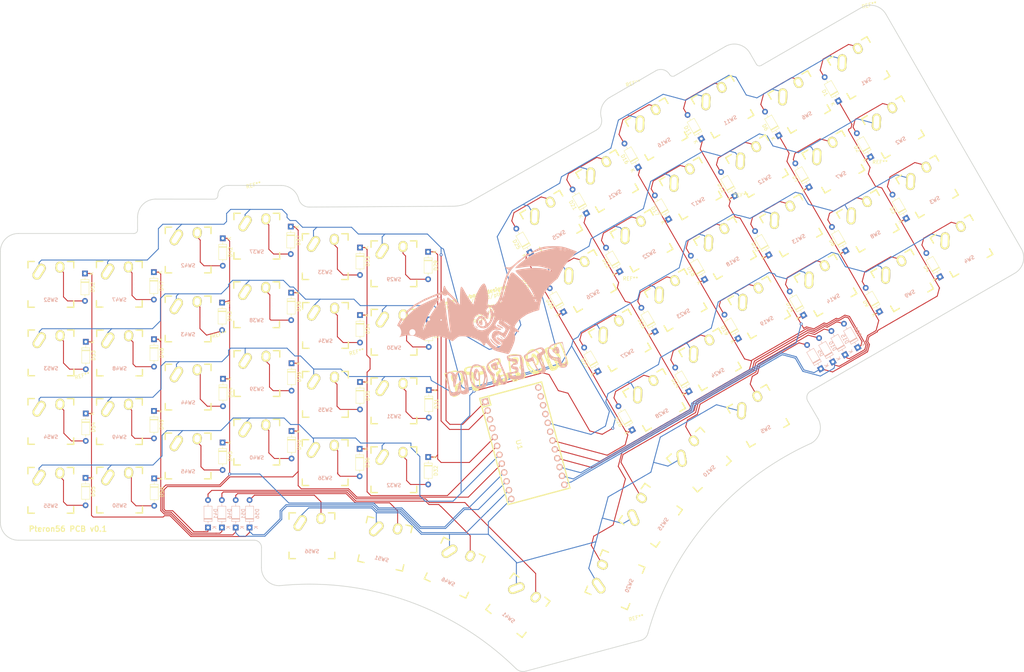
<source format=kicad_pcb>
(kicad_pcb (version 20171130) (host pcbnew "(5.1.9)-1")
  (layers (0 F.Cu signal) (31 B.Cu signal) (34 B.Paste user) (35 F.Paste user) (36 B.SilkS user) (37 F.SilkS user) (38 B.Mask user) (39 F.Mask user) (44 Edge.Cuts user))
  (net 0 "")
  (net 1 "Net-(D1-Pad2)")
  (net 2 /Col0)
  (net 3 "Net-(D2-Pad2)")
  (net 4 "Net-(D3-Pad2)")
  (net 5 "Net-(D4-Pad2)")
  (net 6 "Net-(D5-Pad2)")
  (net 7 "Net-(D6-Pad2)")
  (net 8 /Col1)
  (net 9 "Net-(D7-Pad2)")
  (net 10 "Net-(D8-Pad2)")
  (net 11 "Net-(D9-Pad2)")
  (net 12 "Net-(D10-Pad2)")
  (net 13 "Net-(D11-Pad2)")
  (net 14 /Col2)
  (net 15 "Net-(D12-Pad2)")
  (net 16 "Net-(D13-Pad2)")
  (net 17 "Net-(D14-Pad2)")
  (net 18 "Net-(D15-Pad2)")
  (net 19 /Col3)
  (net 20 "Net-(D16-Pad2)")
  (net 21 "Net-(D17-Pad2)")
  (net 22 "Net-(D18-Pad2)")
  (net 23 "Net-(D19-Pad2)")
  (net 24 "Net-(D20-Pad2)")
  (net 25 /Col4)
  (net 26 "Net-(D21-Pad2)")
  (net 27 "Net-(D22-Pad2)")
  (net 28 "Net-(D23-Pad2)")
  (net 29 "Net-(D24-Pad2)")
  (net 30 /Col5)
  (net 31 "Net-(D25-Pad2)")
  (net 32 "Net-(D26-Pad2)")
  (net 33 "Net-(D27-Pad2)")
  (net 34 "Net-(D28-Pad2)")
  (net 35 /Col6)
  (net 36 "Net-(D29-Pad2)")
  (net 37 "Net-(D30-Pad2)")
  (net 38 "Net-(D31-Pad2)")
  (net 39 "Net-(D32-Pad2)")
  (net 40 /Col7)
  (net 41 "Net-(D33-Pad2)")
  (net 42 "Net-(D34-Pad2)")
  (net 43 "Net-(D35-Pad2)")
  (net 44 "Net-(D36-Pad2)")
  (net 45 "Net-(D37-Pad2)")
  (net 46 /Col8)
  (net 47 "Net-(D38-Pad2)")
  (net 48 "Net-(D39-Pad2)")
  (net 49 "Net-(D40-Pad2)")
  (net 50 "Net-(D41-Pad2)")
  (net 51 "Net-(D42-Pad2)")
  (net 52 /Col9)
  (net 53 "Net-(D43-Pad2)")
  (net 54 "Net-(D44-Pad2)")
  (net 55 "Net-(D45-Pad2)")
  (net 56 "Net-(D46-Pad2)")
  (net 57 /Col10)
  (net 58 "Net-(D47-Pad2)")
  (net 59 "Net-(D48-Pad2)")
  (net 60 "Net-(D49-Pad2)")
  (net 61 "Net-(D50-Pad2)")
  (net 62 "Net-(D51-Pad2)")
  (net 63 /Col11)
  (net 64 "Net-(D52-Pad2)")
  (net 65 "Net-(D53-Pad2)")
  (net 66 "Net-(D54-Pad2)")
  (net 67 "Net-(D55-Pad2)")
  (net 68 "Net-(D56-Pad2)")
  (net 69 /Row0)
  (net 70 /Row1)
  (net 71 /Row2)
  (net 72 /Row3)
  (net 73 /Row4)
  (net 74 "Net-(U1-Pad19)")
  (net 75 "Net-(U1-Pad21)")
  (net 76 "Net-(U1-Pad22)")
  (net 77 "Net-(U1-Pad23)")
  (net 78 "Net-(U1-Pad24)")
  (net 79 "Net-(U1-Pad4)")
  (net 80 "Net-(U1-Pad3)")
  (module Logos:bat56 (layer B.Cu) (at 128.19729 79.821472 180)
    (fp_text reference G*** hide)
    (fp_text value LOGO hide)
  )
  (module "Keyboard parts:Mx_Alps_100" (layer F.Cu) (at 155.621706 74.678689 30)
    (fp_text reference SW26 (at 0 4.318 30) (layer B.SilkS) (effects (font (thickness 0.2)) (justify mirror)))
    (fp_text value SW_PUSH hide)
    (pad 2 thru_hole oval (at 2.52 -4.79 26.1) (size 2.5 3.08) (drill oval 1.5 2.08) (layers *.Cu *.Mask F.SilkS) (net 32 "Net-(D26-Pad2)"))
    (pad 1 thru_hole oval (at -3.255 -3.52 357.5) (size 2.5 4.75) (drill oval 1.5 3.75) (layers *.Cu *.Mask F.SilkS) (net 70 /Row1))
    (pad "" np_thru_hole circle (at 5.08 0 30) (size 1.7018 1.7018) (drill 1.7018) (layers *.Cu *.Mask))
    (pad "" np_thru_hole circle (at -5.08 0 30) (size 1.7018 1.7018) (drill 1.7018) (layers *.Cu *.Mask))
    (pad "" np_thru_hole circle (at 0 0 30) (size 3.9878 3.9878) (drill 3.9878) (layers *.Cu *.Mask))
  )
  (module "Keyboard parts:Mx_Alps_100" (layer F.Cu) (at 250.510921 48.476743 30)
    (fp_text reference SW3 (at 0 4.318 30) (layer B.SilkS) (effects (font (thickness 0.2)) (justify mirror)))
    (fp_text value SW_PUSH hide)
    (pad 2 thru_hole oval (at 2.52 -4.79 26.1) (size 2.5 3.08) (drill oval 1.5 2.08) (layers *.Cu *.Mask F.SilkS) (net 4 "Net-(D3-Pad2)"))
    (pad 1 thru_hole oval (at -3.255 -3.52 357.5) (size 2.5 4.75) (drill oval 1.5 3.75) (layers *.Cu *.Mask F.SilkS) (net 71 /Row2))
    (pad "" np_thru_hole circle (at 5.08 0 30) (size 1.7018 1.7018) (drill 1.7018) (layers *.Cu *.Mask))
    (pad "" np_thru_hole circle (at -5.08 0 30) (size 1.7018 1.7018) (drill 1.7018) (layers *.Cu *.Mask))
    (pad "" np_thru_hole circle (at 0 0 30) (size 3.9878 3.9878) (drill 3.9878) (layers *.Cu *.Mask))
  )
  (module MountingHole:MountingHole_2mm (layer F.Cu) (at 237.457164 44.875506)
    (fp_text reference REF** (at 0 -3.2) (layer F.SilkS))
    (fp_text value MountingHole_2mm)
    (pad "" np_thru_hole circle (at 0 0) (size 2 2) (drill 2) (layers *.Cu *.Mask))
  )
  (module MountingHole:MountingHole_2mm (layer F.Cu) (at 198.832162 54.063006)
    (fp_text reference REF** (at 0 -3.2) (layer F.SilkS))
    (fp_text value MountingHole_2mm)
    (pad "" np_thru_hole circle (at 0 0) (size 2 2) (drill 2) (layers *.Cu *.Mask))
  )
  (module MountingHole:MountingHole_2mm (layer F.Cu) (at 168.175912 77.219254)
    (fp_text reference REF** (at 0 -3.2) (layer F.SilkS))
    (fp_text value MountingHole_2mm)
    (pad "" np_thru_hole circle (at 0 0) (size 2 2) (drill 2) (layers *.Cu *.Mask))
  )
  (module MountingHole:MountingHole_2mm (layer F.Cu) (at 172.01966 123.531755)
    (fp_text reference REF** hide)
    (fp_text value MountingHole_2mm)
    (pad "" np_thru_hole circle (at 0 0) (size 2 2) (drill 2) (layers *.Cu *.Mask))
  )
  (module MountingHole:MountingHole_2mm (layer F.Cu) (at 112.769661 139.375506)
    (fp_text reference REF** hide)
    (fp_text value MountingHole_2mm hide)
    (pad "" np_thru_hole circle (at 0 0) (size 2 2) (drill 2) (layers *.Cu *.Mask))
  )
  (module MountingHole:MountingHole_2mm (layer F.Cu) (at 92.985577 97.436205 15)
    (fp_text reference REF** (at 0 -3.2 15) (layer F.SilkS))
    (fp_text value MountingHole_2mm)
    (pad "" np_thru_hole circle (at 0 0 15) (size 2 2) (drill 2) (layers *.Cu *.Mask))
  )
  (module MountingHole:MountingHole_2mm (layer F.Cu) (at 54.904062 92.59626 15)
    (fp_text reference REF** (at 0 -3.2 15) (layer F.SilkS))
    (fp_text value MountingHole_2mm)
    (pad "" np_thru_hole circle (at 0 0 15) (size 2 2) (drill 2) (layers *.Cu *.Mask))
  )
  (module MountingHole:MountingHole_2mm (layer F.Cu) (at 16.823947 104.061538 15)
    (fp_text reference REF** (at 0 -3.2 15) (layer F.SilkS))
    (fp_text value MountingHole_2mm)
    (pad "" np_thru_hole circle (at 0 0 15) (size 2 2) (drill 2) (layers *.Cu *.Mask))
  )
  (module MountingHole:MountingHole_2mm (layer F.Cu) (at -3.190788 143.103297 15)
    (fp_text reference REF** hide)
    (fp_text value MountingHole_2mm hide)
    (pad "" np_thru_hole circle (at 0 0 15) (size 2 2) (drill 2) (layers *.Cu *.Mask))
  )
  (module MountingHole:MountingHole_2mm (layer F.Cu) (at 69.26771 155.619903 15)
    (fp_text reference REF** hide)
    (fp_text value MountingHole_2mm hide)
    (pad "" np_thru_hole circle (at 0 0 15) (size 2 2) (drill 2) (layers *.Cu *.Mask))
  )
  (module MountingHole:MountingHole_2mm (layer F.Cu) (at 137.80899 179.959462 15)
    (fp_text reference REF** hide)
    (fp_text value MountingHole_2mm hide)
    (pad "" np_thru_hole circle (at 0 0 15) (size 2 2) (drill 2) (layers *.Cu *.Mask))
  )
  (module MountingHole:MountingHole_2mm (layer F.Cu) (at 170.614363 171.266348 15)
    (fp_text reference REF** (at 0 -3.2 15) (layer F.SilkS))
    (fp_text value MountingHole_2mm hide)
    (pad "" np_thru_hole circle (at 0 0 15) (size 2 2) (drill 2) (layers *.Cu *.Mask))
  )
  (module MountingHole:MountingHole_2mm (layer F.Cu) (at 217.778808 115.826474 15)
    (fp_text reference REF** hide)
    (fp_text value MountingHole_2mm)
    (pad "" np_thru_hole circle (at 0 0 15) (size 2 2) (drill 2) (layers *.Cu *.Mask))
  )
  (module MountingHole:MountingHole_2mm (layer F.Cu) (at 274.247141 68.666972 15)
    (fp_text reference REF** hide)
    (fp_text value MountingHole_2mm hide)
    (pad "" np_thru_hole circle (at 0 0 15) (size 2 2) (drill 2) (layers *.Cu *.Mask))
  )
  (module MountingHole:MountingHole_2mm (layer F.Cu) (at 235.293479 1.16769 15)
    (fp_text reference REF** (at 0 -3.2 15) (layer F.SilkS))
    (fp_text value MountingHole_2mm)
    (pad "" np_thru_hole circle (at 0 0 15) (size 2 2) (drill 2) (layers *.Cu *.Mask))
  )
  (module MountingHole:MountingHole_2mm (layer F.Cu) (at 169.778515 22.895828 15)
    (fp_text reference REF** (at 0 -3.2 15) (layer F.SilkS))
    (fp_text value MountingHole_2mm)
    (pad "" np_thru_hole circle (at 0 0 15) (size 2 2) (drill 2) (layers *.Cu *.Mask))
  )
  (module MountingHole:MountingHole_2mm (layer F.Cu) (at 64.37186 51.139457 15)
    (fp_text reference REF** (at 0 -3.2 15) (layer F.SilkS))
    (fp_text value MountingHole_2mm)
    (pad "" np_thru_hole circle (at 0 0 15) (size 2 2) (drill 2) (layers *.Cu *.Mask))
  )
  (module MountingHole:MountingHole_2mm (layer F.Cu) (at -3.139277 65.055552 15)
    (fp_text reference REF** hide)
    (fp_text value MountingHole_2mm hide)
    (pad "" np_thru_hole circle (at 0 0 15) (size 2 2) (drill 2) (layers *.Cu *.Mask))
  )
  (module Logos:PTERONsmaller (layer B.Cu) (at 133.765507 99.182098 195)
    (fp_text reference G*** hide)
    (fp_text value LOGO hide)
  )
  (module Logos:PTERONsmaller (layer F.Cu) (at 133.765507 99.182098 15)
    (fp_text reference G*** hide)
    (fp_text value LOGO hide)
  )
  (module "Keyboard parts:Pro_Micro" (layer F.Cu) (at 138.846734 119.705344 285)
    (fp_text reference U1 (at 0 1.625 105) (layer F.SilkS) (effects (font (size 1.27 1.524) (thickness 0.2032))))
    (fp_text value ProMicro hide)
    (pad 1 thru_hole rect (at -13.97 7.62 285) (size 1.7526 1.7526) (drill 1.0922) (layers *.Cu *.SilkS *.Mask) (net 69 /Row0))
    (pad 2 thru_hole circle (at -11.43 7.62 285) (size 1.7526 1.7526) (drill 1.0922) (layers *.Cu *.SilkS *.Mask) (net 70 /Row1))
    (pad 3 thru_hole circle (at -8.89 7.62 285) (size 1.7526 1.7526) (drill 1.0922) (layers *.Cu *.SilkS *.Mask) (net 80 "Net-(U1-Pad3)"))
    (pad 4 thru_hole circle (at -6.35 7.62 285) (size 1.7526 1.7526) (drill 1.0922) (layers *.Cu *.SilkS *.Mask) (net 79 "Net-(U1-Pad4)"))
    (pad 5 thru_hole circle (at -3.81 7.62 285) (size 1.7526 1.7526) (drill 1.0922) (layers *.Cu *.SilkS *.Mask) (net 35 /Col6))
    (pad 6 thru_hole circle (at -1.27 7.62 285) (size 1.7526 1.7526) (drill 1.0922) (layers *.Cu *.SilkS *.Mask) (net 40 /Col7))
    (pad 7 thru_hole circle (at 1.27 7.62 285) (size 1.7526 1.7526) (drill 1.0922) (layers *.Cu *.SilkS *.Mask) (net 72 /Row3))
    (pad 8 thru_hole circle (at 3.81 7.62 285) (size 1.7526 1.7526) (drill 1.0922) (layers *.Cu *.SilkS *.Mask) (net 46 /Col8))
    (pad 9 thru_hole circle (at 6.35 7.62 285) (size 1.7526 1.7526) (drill 1.0922) (layers *.Cu *.SilkS *.Mask) (net 52 /Col9))
    (pad 10 thru_hole circle (at 8.89 7.62 285) (size 1.7526 1.7526) (drill 1.0922) (layers *.Cu *.SilkS *.Mask) (net 63 /Col11))
    (pad 11 thru_hole circle (at 11.43 7.62 285) (size 1.7526 1.7526) (drill 1.0922) (layers *.Cu *.SilkS *.Mask) (net 57 /Col10))
    (pad 12 thru_hole circle (at 13.97 7.62 285) (size 1.7526 1.7526) (drill 1.0922) (layers *.Cu *.SilkS *.Mask) (net 73 /Row4))
    (pad 13 thru_hole circle (at 13.97 -7.62 285) (size 1.7526 1.7526) (drill 1.0922) (layers *.Cu *.SilkS *.Mask) (net 8 /Col1))
    (pad 14 thru_hole circle (at 11.43 -7.62 285) (size 1.7526 1.7526) (drill 1.0922) (layers *.Cu *.SilkS *.Mask) (net 2 /Col0))
    (pad 15 thru_hole circle (at 8.89 -7.62 285) (size 1.7526 1.7526) (drill 1.0922) (layers *.Cu *.SilkS *.Mask) (net 14 /Col2))
    (pad 16 thru_hole circle (at 6.35 -7.62 285) (size 1.7526 1.7526) (drill 1.0922) (layers *.Cu *.SilkS *.Mask) (net 19 /Col3))
    (pad 17 thru_hole circle (at 3.81 -7.62 285) (size 1.7526 1.7526) (drill 1.0922) (layers *.Cu *.SilkS *.Mask) (net 25 /Col4))
    (pad 18 thru_hole circle (at 1.27 -7.62 285) (size 1.7526 1.7526) (drill 1.0922) (layers *.Cu *.SilkS *.Mask) (net 30 /Col5))
    (pad 19 thru_hole circle (at -1.27 -7.62 285) (size 1.7526 1.7526) (drill 1.0922) (layers *.Cu *.SilkS *.Mask) (net 74 "Net-(U1-Pad19)"))
    (pad 20 thru_hole circle (at -3.81 -7.62 285) (size 1.7526 1.7526) (drill 1.0922) (layers *.Cu *.SilkS *.Mask) (net 71 /Row2))
    (pad 21 thru_hole circle (at -6.35 -7.62 285) (size 1.7526 1.7526) (drill 1.0922) (layers *.Cu *.SilkS *.Mask) (net 75 "Net-(U1-Pad21)"))
    (pad 22 thru_hole circle (at -8.89 -7.62 285) (size 1.7526 1.7526) (drill 1.0922) (layers *.Cu *.SilkS *.Mask) (net 76 "Net-(U1-Pad22)"))
    (pad 23 thru_hole circle (at -11.43 -7.62 285) (size 1.7526 1.7526) (drill 1.0922) (layers *.Cu *.SilkS *.Mask) (net 77 "Net-(U1-Pad23)"))
    (pad 24 thru_hole circle (at -13.97 -7.62 285) (size 1.7526 1.7526) (drill 1.0922) (layers *.Cu *.SilkS *.Mask) (net 78 "Net-(U1-Pad24)"))
  )
  (module "Keyboard parts:Mx_Alps_100" (layer F.Cu) (at 193.718059 26.327348 30)
    (fp_text reference SW11 (at 0 4.318 30) (layer B.SilkS) (effects (font (thickness 0.2)) (justify mirror)))
    (fp_text value SW_PUSH hide)
    (pad "" np_thru_hole circle (at 0 0 30) (size 3.9878 3.9878) (drill 3.9878) (layers *.Cu *.Mask))
    (pad "" np_thru_hole circle (at -5.08 0 30) (size 1.7018 1.7018) (drill 1.7018) (layers *.Cu *.Mask))
    (pad "" np_thru_hole circle (at 5.08 0 30) (size 1.7018 1.7018) (drill 1.7018) (layers *.Cu *.Mask))
    (pad 1 thru_hole oval (at -3.255 -3.52 357.5) (size 2.5 4.75) (drill oval 1.5 3.75) (layers *.Cu *.Mask F.SilkS) (net 69 /Row0))
    (pad 2 thru_hole oval (at 2.52 -4.79 26.1) (size 2.5 3.08) (drill oval 1.5 2.08) (layers *.Cu *.Mask F.SilkS) (net 13 "Net-(D11-Pad2)"))
  )
  (module "Keyboard parts:Mx_Alps_100" (layer F.Cu) (at 231.49098 15.52672 30)
    (fp_text reference SW1 (at 0 4.318 30) (layer B.SilkS) (effects (font (thickness 0.2)) (justify mirror)))
    (fp_text value SW_PUSH hide)
    (pad "" np_thru_hole circle (at 0 0 30) (size 3.9878 3.9878) (drill 3.9878) (layers *.Cu *.Mask))
    (pad "" np_thru_hole circle (at -5.08 0 30) (size 1.7018 1.7018) (drill 1.7018) (layers *.Cu *.Mask))
    (pad "" np_thru_hole circle (at 5.08 0 30) (size 1.7018 1.7018) (drill 1.7018) (layers *.Cu *.Mask))
    (pad 1 thru_hole oval (at -3.255 -3.52 357.5) (size 2.5 4.75) (drill oval 1.5 3.75) (layers *.Cu *.Mask F.SilkS) (net 69 /Row0))
    (pad 2 thru_hole oval (at 2.52 -4.79 26.1) (size 2.5 3.08) (drill oval 1.5 2.08) (layers *.Cu *.Mask F.SilkS) (net 1 "Net-(D1-Pad2)"))
  )
  (module "Keyboard parts:Mx_Alps_100" (layer F.Cu) (at 184.843741 48.990156 30)
    (fp_text reference SW17 (at 0 4.318 30) (layer B.SilkS) (effects (font (thickness 0.2)) (justify mirror)))
    (fp_text value SW_PUSH hide)
    (pad 2 thru_hole oval (at 2.52 -4.79 26.1) (size 2.5 3.08) (drill oval 1.5 2.08) (layers *.Cu *.Mask F.SilkS) (net 21 "Net-(D17-Pad2)"))
    (pad 1 thru_hole oval (at -3.255 -3.52 357.5) (size 2.5 4.75) (drill oval 1.5 3.75) (layers *.Cu *.Mask F.SilkS) (net 70 /Row1))
    (pad "" np_thru_hole circle (at 5.08 0 30) (size 1.7018 1.7018) (drill 1.7018) (layers *.Cu *.Mask))
    (pad "" np_thru_hole circle (at -5.08 0 30) (size 1.7018 1.7018) (drill 1.7018) (layers *.Cu *.Mask))
    (pad "" np_thru_hole circle (at 0 0 30) (size 3.9878 3.9878) (drill 3.9878) (layers *.Cu *.Mask))
  )
  (module "Keyboard parts:Mx_Alps_100" (layer F.Cu) (at 173.72588 139.708827 55)
    (fp_text reference SW15 (at 0 4.318 55) (layer B.SilkS) (effects (font (thickness 0.2)) (justify mirror)))
    (fp_text value SW_PUSH hide)
    (pad "" np_thru_hole circle (at 0 0 55) (size 3.9878 3.9878) (drill 3.9878) (layers *.Cu *.Mask))
    (pad "" np_thru_hole circle (at -5.08 0 55) (size 1.7018 1.7018) (drill 1.7018) (layers *.Cu *.Mask))
    (pad "" np_thru_hole circle (at 5.08 0 55) (size 1.7018 1.7018) (drill 1.7018) (layers *.Cu *.Mask))
    (pad 1 thru_hole oval (at -3.255 -3.52 22.5) (size 2.5 4.75) (drill oval 1.5 3.75) (layers *.Cu *.Mask F.SilkS) (net 73 /Row4))
    (pad 2 thru_hole oval (at 2.52 -4.79 51.1) (size 2.5 3.08) (drill oval 1.5 2.08) (layers *.Cu *.Mask F.SilkS) (net 18 "Net-(D15-Pad2)"))
  )
  (module Diode_THT:D_DO-35_SOD27_P7.62mm_Horizontal (layer F.Cu) (at 225.891752 24.694547 120)
    (fp_text reference D1 (at 3.81 -2.12 120) (layer F.SilkS))
    (fp_text value 1N4148)
    (fp_text user K (at 0 -1.8 120) (layer F.SilkS))
    (pad 2 thru_hole oval (at 7.62 0 120) (size 1.6 1.6) (drill 0.8) (layers *.Cu *.Mask) (net 1 "Net-(D1-Pad2)"))
    (pad 1 thru_hole rect (at 0 0 120) (size 1.6 1.6) (drill 0.8) (layers *.Cu *.Mask) (net 2 /Col0))
  )
  (module Diode_THT:D_DO-35_SOD27_P7.62mm_Horizontal (layer F.Cu) (at 234.817868 40.258372 120)
    (fp_text reference D2 (at 3.81 -2.12 120) (layer F.SilkS))
    (fp_text value 1N4148)
    (fp_text user K (at 0 -1.8 120) (layer F.SilkS))
    (pad 1 thru_hole rect (at 0 0 120) (size 1.6 1.6) (drill 0.8) (layers *.Cu *.Mask) (net 2 /Col0))
    (pad 2 thru_hole oval (at 7.62 0 120) (size 1.6 1.6) (drill 0.8) (layers *.Cu *.Mask) (net 3 "Net-(D2-Pad2)"))
  )
  (module Diode_THT:D_DO-35_SOD27_P7.62mm_Horizontal (layer F.Cu) (at 244.724067 57.306612 120)
    (fp_text reference D3 (at 3.81 -2.12 120) (layer F.SilkS))
    (fp_text value 1N4148)
    (fp_text user K (at 0 -1.8 120) (layer F.SilkS))
    (pad 1 thru_hole rect (at 0 0 120) (size 1.6 1.6) (drill 0.8) (layers *.Cu *.Mask) (net 2 /Col0))
    (pad 2 thru_hole oval (at 7.62 0 120) (size 1.6 1.6) (drill 0.8) (layers *.Cu *.Mask) (net 4 "Net-(D3-Pad2)"))
  )
  (module Diode_THT:D_DO-35_SOD27_P7.62mm_Horizontal (layer F.Cu) (at 254.115966 73.52209 120)
    (fp_text reference D4 (at 3.81 -2.12 120) (layer F.SilkS))
    (fp_text value 1N4148)
    (fp_text user K (at 0 -1.8 120) (layer F.SilkS))
    (pad 2 thru_hole oval (at 7.62 0 120) (size 1.6 1.6) (drill 0.8) (layers *.Cu *.Mask) (net 5 "Net-(D4-Pad2)"))
    (pad 1 thru_hole rect (at 0 0 120) (size 1.6 1.6) (drill 0.8) (layers *.Cu *.Mask) (net 2 /Col0))
  )
  (module Diode_THT:D_DO-35_SOD27_P7.62mm_Horizontal (layer B.Cu) (at 221.016016 99.036108 120)
    (fp_text reference D5 (at 3.81 2.12 -60) (layer B.SilkS) (effects (justify mirror)))
    (fp_text value 1N4148)
    (fp_text user K (at 0 1.8 -60) (layer B.SilkS) (effects (justify mirror)))
    (pad 2 thru_hole oval (at 7.62 0 120) (size 1.6 1.6) (drill 0.8) (layers *.Cu *.Mask) (net 6 "Net-(D5-Pad2)"))
    (pad 1 thru_hole rect (at 0 0 120) (size 1.6 1.6) (drill 0.8) (layers *.Cu *.Mask) (net 2 /Col0))
  )
  (module Diode_THT:D_DO-35_SOD27_P7.62mm_Horizontal (layer F.Cu) (at 209.338317 34.27405 120)
    (fp_text reference D6 (at 3.81 -2.12 120) (layer F.SilkS))
    (fp_text value 1N4148)
    (fp_text user K (at 0 -1.8 120) (layer F.SilkS))
    (pad 1 thru_hole rect (at 0 0 120) (size 1.6 1.6) (drill 0.8) (layers *.Cu *.Mask) (net 8 /Col1))
    (pad 2 thru_hole oval (at 7.62 0 120) (size 1.6 1.6) (drill 0.8) (layers *.Cu *.Mask) (net 7 "Net-(D6-Pad2)"))
  )
  (module Diode_THT:D_DO-35_SOD27_P7.62mm_Horizontal (layer F.Cu) (at 217.743622 48.618628 120)
    (fp_text reference D7 (at 3.81 -2.12 120) (layer F.SilkS))
    (fp_text value 1N4148)
    (fp_text user K (at 0 -1.8 120) (layer F.SilkS))
    (pad 2 thru_hole oval (at 7.62 0 120) (size 1.6 1.6) (drill 0.8) (layers *.Cu *.Mask) (net 9 "Net-(D7-Pad2)"))
    (pad 1 thru_hole rect (at 0 0 120) (size 1.6 1.6) (drill 0.8) (layers *.Cu *.Mask) (net 8 /Col1))
  )
  (module Diode_THT:D_DO-35_SOD27_P7.62mm_Horizontal (layer F.Cu) (at 227.910231 66.276499 120)
    (fp_text reference D8 (at 3.81 -2.12 120) (layer F.SilkS))
    (fp_text value 1N4148)
    (fp_text user K (at 0 -1.8 120) (layer F.SilkS))
    (pad 2 thru_hole oval (at 7.62 0 120) (size 1.6 1.6) (drill 0.8) (layers *.Cu *.Mask) (net 10 "Net-(D8-Pad2)"))
    (pad 1 thru_hole rect (at 0 0 120) (size 1.6 1.6) (drill 0.8) (layers *.Cu *.Mask) (net 8 /Col1))
  )
  (module Diode_THT:D_DO-35_SOD27_P7.62mm_Horizontal (layer F.Cu) (at 237.290866 83.174389 120)
    (fp_text reference D9 (at 3.81 -2.12 120) (layer F.SilkS))
    (fp_text value 1N4148)
    (fp_text user K (at 0 -1.8 120) (layer F.SilkS))
    (pad 1 thru_hole rect (at 0 0 120) (size 1.6 1.6) (drill 0.8) (layers *.Cu *.Mask) (net 8 /Col1))
    (pad 2 thru_hole oval (at 7.62 0 120) (size 1.6 1.6) (drill 0.8) (layers *.Cu *.Mask) (net 11 "Net-(D9-Pad2)"))
  )
  (module Diode_THT:D_DO-35_SOD27_P7.62mm_Horizontal (layer B.Cu) (at 224.344794 97.11423 120)
    (fp_text reference D10 (at 3.81 2.12 -60) (layer B.SilkS) (effects (justify mirror)))
    (fp_text value 1N4148)
    (fp_text user K (at 0 1.799999 -60) (layer B.SilkS) (effects (justify mirror)))
    (pad 1 thru_hole rect (at 0 0 120) (size 1.6 1.6) (drill 0.8) (layers *.Cu *.Mask) (net 8 /Col1))
    (pad 2 thru_hole oval (at 7.62 0 120) (size 1.6 1.6) (drill 0.8) (layers *.Cu *.Mask) (net 12 "Net-(D10-Pad2)"))
  )
  (module Diode_THT:D_DO-35_SOD27_P7.62mm_Horizontal (layer F.Cu) (at 187.840658 35.181476 120)
    (fp_text reference D11 (at 3.81 -2.12 120) (layer F.SilkS))
    (fp_text value 1N4148)
    (fp_text user K (at 0 -1.8 120) (layer F.SilkS))
    (pad 2 thru_hole oval (at 7.62 0 120) (size 1.6 1.6) (drill 0.8) (layers *.Cu *.Mask) (net 13 "Net-(D11-Pad2)"))
    (pad 1 thru_hole rect (at 0 0 120) (size 1.6 1.6) (drill 0.8) (layers *.Cu *.Mask) (net 14 /Col2))
  )
  (module Diode_THT:D_DO-35_SOD27_P7.62mm_Horizontal (layer F.Cu) (at 197.135503 51.034729 120)
    (fp_text reference D12 (at 3.81 -2.12 120) (layer F.SilkS))
    (fp_text value 1N4148)
    (fp_text user K (at 0 -1.8 120) (layer F.SilkS))
    (pad 1 thru_hole rect (at 0 0 120) (size 1.6 1.6) (drill 0.8) (layers *.Cu *.Mask) (net 14 /Col2))
    (pad 2 thru_hole oval (at 7.62 0 120) (size 1.6 1.6) (drill 0.8) (layers *.Cu *.Mask) (net 15 "Net-(D12-Pad2)"))
  )
  (module Diode_THT:D_DO-35_SOD27_P7.62mm_Horizontal (layer F.Cu) (at 206.575927 67.431323 120)
    (fp_text reference D13 (at 3.81 -2.12 120) (layer F.SilkS))
    (fp_text value 1N4148)
    (fp_text user K (at 0 -1.8 120) (layer F.SilkS))
    (pad 2 thru_hole oval (at 7.62 0 120) (size 1.6 1.6) (drill 0.8) (layers *.Cu *.Mask) (net 16 "Net-(D13-Pad2)"))
    (pad 1 thru_hole rect (at 0 0 120) (size 1.6 1.6) (drill 0.8) (layers *.Cu *.Mask) (net 14 /Col2))
  )
  (module Diode_THT:D_DO-35_SOD27_P7.62mm_Horizontal (layer F.Cu) (at 216.20396 84.165871 120)
    (fp_text reference D14 (at 3.81 -2.12 120) (layer F.SilkS))
    (fp_text value 1N4148)
    (fp_text user K (at 0 -1.8 120) (layer F.SilkS))
    (pad 1 thru_hole rect (at 0 0 120) (size 1.6 1.6) (drill 0.8) (layers *.Cu *.Mask) (net 14 /Col2))
    (pad 2 thru_hole oval (at 7.62 0 120) (size 1.6 1.6) (drill 0.8) (layers *.Cu *.Mask) (net 17 "Net-(D14-Pad2)"))
  )
  (module Diode_THT:D_DO-35_SOD27_P7.62mm_Horizontal (layer B.Cu) (at 227.754771 95.145483 120)
    (fp_text reference D15 (at 3.81 2.12 300) (layer B.SilkS) (effects (justify mirror)))
    (fp_text value 1N4148)
    (fp_text user K (at 0 1.799999 300) (layer B.SilkS) (effects (justify mirror)))
    (pad 2 thru_hole oval (at 7.62 0 120) (size 1.6 1.6) (drill 0.8) (layers *.Cu *.Mask) (net 18 "Net-(D15-Pad2)"))
    (pad 1 thru_hole rect (at 0 0 120) (size 1.6 1.6) (drill 0.8) (layers *.Cu *.Mask) (net 14 /Col2))
  )
  (module Diode_THT:D_DO-35_SOD27_P7.62mm_Horizontal (layer F.Cu) (at 170.323105 43.108417 120)
    (fp_text reference D16 (at 3.81 -2.12 120) (layer F.SilkS))
    (fp_text value 1N4148)
    (fp_text user K (at 0 -1.8 120) (layer F.SilkS))
    (pad 1 thru_hole rect (at 0 0 120) (size 1.6 1.6) (drill 0.8) (layers *.Cu *.Mask) (net 19 /Col3))
    (pad 2 thru_hole oval (at 7.62 0 120) (size 1.6 1.6) (drill 0.8) (layers *.Cu *.Mask) (net 20 "Net-(D16-Pad2)"))
  )
  (module Diode_THT:D_DO-35_SOD27_P7.62mm_Horizontal (layer F.Cu) (at 178.748049 57.513345 120)
    (fp_text reference D17 (at 3.81 -2.12 120) (layer F.SilkS))
    (fp_text value 1N4148)
    (fp_text user K (at 0 -1.8 120) (layer F.SilkS))
    (pad 2 thru_hole oval (at 7.62 0 120) (size 1.6 1.6) (drill 0.8) (layers *.Cu *.Mask) (net 21 "Net-(D17-Pad2)"))
    (pad 1 thru_hole rect (at 0 0 120) (size 1.6 1.6) (drill 0.8) (layers *.Cu *.Mask) (net 19 /Col3))
  )
  (module Diode_THT:D_DO-35_SOD27_P7.62mm_Horizontal (layer F.Cu) (at 188.741615 74.260214 120)
    (fp_text reference D18 (at 3.81 -2.12 120) (layer F.SilkS))
    (fp_text value 1N4148)
    (fp_text user K (at 0 -1.8 120) (layer F.SilkS))
    (pad 1 thru_hole rect (at 0 0 120) (size 1.6 1.6) (drill 0.8) (layers *.Cu *.Mask) (net 19 /Col3))
    (pad 2 thru_hole oval (at 7.62 0 120) (size 1.6 1.6) (drill 0.8) (layers *.Cu *.Mask) (net 22 "Net-(D18-Pad2)"))
  )
  (module Diode_THT:D_DO-35_SOD27_P7.62mm_Horizontal (layer F.Cu) (at 198.082299 90.626253 120)
    (fp_text reference D19 (at 3.81 -2.12 120) (layer F.SilkS))
    (fp_text value 1N4148)
    (fp_text user K (at 0 -1.8 120) (layer F.SilkS))
    (pad 1 thru_hole rect (at 0 0 120) (size 1.6 1.6) (drill 0.8) (layers *.Cu *.Mask) (net 19 /Col3))
    (pad 2 thru_hole oval (at 7.62 0 120) (size 1.6 1.6) (drill 0.8) (layers *.Cu *.Mask) (net 23 "Net-(D19-Pad2)"))
  )
  (module Diode_THT:D_DO-35_SOD27_P7.62mm_Horizontal (layer B.Cu) (at 231.245939 93.129857 120)
    (fp_text reference D20 (at 3.81 2.12 300) (layer B.SilkS) (effects (justify mirror)))
    (fp_text value 1N4148)
    (fp_text user K (at 0 1.799999 300) (layer B.SilkS) (effects (justify mirror)))
    (pad 1 thru_hole rect (at 0 0 120) (size 1.6 1.6) (drill 0.8) (layers *.Cu *.Mask) (net 19 /Col3))
    (pad 2 thru_hole oval (at 7.62 0 120) (size 1.6 1.6) (drill 0.8) (layers *.Cu *.Mask) (net 24 "Net-(D20-Pad2)"))
  )
  (module Diode_THT:D_DO-35_SOD27_P7.62mm_Horizontal (layer F.Cu) (at 155.919255 55.866931 120)
    (fp_text reference D21 (at 3.81 -2.12 120) (layer F.SilkS))
    (fp_text value 1N4148)
    (fp_text user K (at 0 -1.8 120) (layer F.SilkS))
    (pad 2 thru_hole oval (at 7.62 0 120) (size 1.6 1.6) (drill 0.8) (layers *.Cu *.Mask) (net 26 "Net-(D21-Pad2)"))
    (pad 1 thru_hole rect (at 0 0 120) (size 1.6 1.6) (drill 0.8) (layers *.Cu *.Mask) (net 25 /Col4))
  )
  (module Diode_THT:D_DO-35_SOD27_P7.62mm_Horizontal (layer F.Cu) (at 165.196337 72.01612 120)
    (fp_text reference D22 (at 3.81 -2.12 120) (layer F.SilkS))
    (fp_text value 1N4148)
    (fp_text user K (at 0 -1.8 120) (layer F.SilkS))
    (pad 1 thru_hole rect (at 0 0 120) (size 1.6 1.6) (drill 0.8) (layers *.Cu *.Mask) (net 25 /Col4))
    (pad 2 thru_hole oval (at 7.62 0 120) (size 1.6 1.6) (drill 0.8) (layers *.Cu *.Mask) (net 27 "Net-(D22-Pad2)"))
  )
  (module Diode_THT:D_DO-35_SOD27_P7.62mm_Horizontal (layer F.Cu) (at 175.005477 88.702137 120)
    (fp_text reference D23 (at 3.81 -2.12 120) (layer F.SilkS))
    (fp_text value 1N4148)
    (fp_text user K (at 0 -1.8 120) (layer F.SilkS))
    (pad 1 thru_hole rect (at 0 0 120) (size 1.6 1.6) (drill 0.8) (layers *.Cu *.Mask) (net 25 /Col4))
    (pad 2 thru_hole oval (at 7.62 0 120) (size 1.6 1.6) (drill 0.8) (layers *.Cu *.Mask) (net 28 "Net-(D23-Pad2)"))
  )
  (module Diode_THT:D_DO-35_SOD27_P7.62mm_Horizontal (layer F.Cu) (at 184.403869 105.304104 120)
    (fp_text reference D24 (at 3.81 -2.12 120) (layer F.SilkS))
    (fp_text value 1N4148)
    (fp_text user K (at 0 -1.8 120) (layer F.SilkS))
    (pad 2 thru_hole oval (at 7.62 0 120) (size 1.6 1.6) (drill 0.8) (layers *.Cu *.Mask) (net 29 "Net-(D24-Pad2)"))
    (pad 1 thru_hole rect (at 0 0 120) (size 1.6 1.6) (drill 0.8) (layers *.Cu *.Mask) (net 25 /Col4))
  )
  (module Diode_THT:D_DO-35_SOD27_P7.62mm_Horizontal (layer F.Cu) (at 140.297385 66.749743 120)
    (fp_text reference D25 (at 3.81 -2.12 120) (layer F.SilkS))
    (fp_text value 1N4148)
    (fp_text user K (at 0 -1.8 120) (layer F.SilkS))
    (pad 1 thru_hole rect (at 0 0 120) (size 1.6 1.6) (drill 0.8) (layers *.Cu *.Mask) (net 30 /Col5))
    (pad 2 thru_hole oval (at 7.62 0 120) (size 1.6 1.6) (drill 0.8) (layers *.Cu *.Mask) (net 31 "Net-(D25-Pad2)"))
  )
  (module Diode_THT:D_DO-35_SOD27_P7.62mm_Horizontal (layer F.Cu) (at 149.580956 83.285417 120)
    (fp_text reference D26 (at 3.81 -2.12 120) (layer F.SilkS))
    (fp_text value 1N4148)
    (fp_text user K (at 0 -1.8 120) (layer F.SilkS))
    (pad 2 thru_hole oval (at 7.62 0 120) (size 1.6 1.6) (drill 0.8) (layers *.Cu *.Mask) (net 32 "Net-(D26-Pad2)"))
    (pad 1 thru_hole rect (at 0 0 120) (size 1.6 1.6) (drill 0.8) (layers *.Cu *.Mask) (net 30 /Col5))
  )
  (module Diode_THT:D_DO-35_SOD27_P7.62mm_Horizontal (layer F.Cu) (at 159.136207 99.748296 120)
    (fp_text reference D27 (at 3.81 -2.12 120) (layer F.SilkS))
    (fp_text value 1N4148)
    (fp_text user K (at 0 -1.8 120) (layer F.SilkS))
    (pad 1 thru_hole rect (at 0 0 120) (size 1.6 1.6) (drill 0.8) (layers *.Cu *.Mask) (net 30 /Col5))
    (pad 2 thru_hole oval (at 7.62 0 120) (size 1.6 1.6) (drill 0.8) (layers *.Cu *.Mask) (net 33 "Net-(D27-Pad2)"))
  )
  (module Diode_THT:D_DO-35_SOD27_P7.62mm_Horizontal (layer F.Cu) (at 168.642917 116.030063 120)
    (fp_text reference D28 (at 3.81 -2.12 120) (layer F.SilkS))
    (fp_text value 1N4148)
    (fp_text user K (at 0 -1.8 120) (layer F.SilkS))
    (pad 1 thru_hole rect (at 0 0 120) (size 1.6 1.6) (drill 0.8) (layers *.Cu *.Mask) (net 30 /Col5))
    (pad 2 thru_hole oval (at 7.62 0 120) (size 1.6 1.6) (drill 0.8) (layers *.Cu *.Mask) (net 34 "Net-(D28-Pad2)"))
  )
  (module Diode_THT:D_DO-35_SOD27_P7.62mm_Horizontal (layer F.Cu) (at 112.004575 66.566206 270)
    (fp_text reference D29 (at 3.81 -2.12 90) (layer F.SilkS))
    (fp_text value 1N4148)
    (fp_text user K (at 0 -1.8 90) (layer F.SilkS))
    (pad 2 thru_hole oval (at 7.62 0 270) (size 1.6 1.6) (drill 0.8) (layers *.Cu *.Mask) (net 36 "Net-(D29-Pad2)"))
    (pad 1 thru_hole rect (at 0 0 270) (size 1.6 1.6) (drill 0.8) (layers *.Cu *.Mask) (net 35 /Col6))
  )
  (module Diode_THT:D_DO-35_SOD27_P7.62mm_Horizontal (layer F.Cu) (at 112.184068 85.347196 270)
    (fp_text reference D30 (at 3.81 -2.12 90) (layer F.SilkS))
    (fp_text value 1N4148)
    (fp_text user K (at 0 -1.8 90) (layer F.SilkS))
    (pad 2 thru_hole oval (at 7.62 0 270) (size 1.6 1.6) (drill 0.8) (layers *.Cu *.Mask) (net 37 "Net-(D30-Pad2)"))
    (pad 1 thru_hole rect (at 0 0 270) (size 1.6 1.6) (drill 0.8) (layers *.Cu *.Mask) (net 35 /Col6))
  )
  (module Diode_THT:D_DO-35_SOD27_P7.62mm_Horizontal (layer F.Cu) (at 112.195457 104.949693 270)
    (fp_text reference D31 (at 3.81 -2.12 90) (layer F.SilkS))
    (fp_text value 1N4148)
    (fp_text user K (at 0 -1.8 90) (layer F.SilkS))
    (pad 1 thru_hole rect (at 0 0 270) (size 1.6 1.6) (drill 0.8) (layers *.Cu *.Mask) (net 35 /Col6))
    (pad 2 thru_hole oval (at 7.62 0 270) (size 1.6 1.6) (drill 0.8) (layers *.Cu *.Mask) (net 38 "Net-(D31-Pad2)"))
  )
  (module Diode_THT:D_DO-35_SOD27_P7.62mm_Horizontal (layer F.Cu) (at 112.030491 123.531808 270)
    (fp_text reference D32 (at 3.81 -2.12 90) (layer F.SilkS))
    (fp_text value 1N4148)
    (fp_text user K (at 0 -1.8 90) (layer F.SilkS))
    (pad 2 thru_hole oval (at 7.62 0 270) (size 1.6 1.6) (drill 0.8) (layers *.Cu *.Mask) (net 39 "Net-(D32-Pad2)"))
    (pad 1 thru_hole rect (at 0 0 270) (size 1.6 1.6) (drill 0.8) (layers *.Cu *.Mask) (net 35 /Col6))
  )
  (module Diode_THT:D_DO-35_SOD27_P7.62mm_Horizontal (layer F.Cu) (at 93.096361 65.385456 270)
    (fp_text reference D33 (at 3.81 -2.12 90) (layer F.SilkS))
    (fp_text value 1N4148)
    (fp_text user K (at 0 -1.8 90) (layer F.SilkS))
    (pad 1 thru_hole rect (at 0 0 270) (size 1.6 1.6) (drill 0.8) (layers *.Cu *.Mask) (net 40 /Col7))
    (pad 2 thru_hole oval (at 7.62 0 270) (size 1.6 1.6) (drill 0.8) (layers *.Cu *.Mask) (net 41 "Net-(D33-Pad2)"))
  )
  (module Diode_THT:D_DO-35_SOD27_P7.62mm_Horizontal (layer F.Cu) (at 93.096368 84.135458 270)
    (fp_text reference D34 (at 3.81 -2.12 90) (layer F.SilkS))
    (fp_text value 1N4148)
    (fp_text user K (at 0 -1.8 90) (layer F.SilkS))
    (pad 2 thru_hole oval (at 7.62 0 270) (size 1.6 1.6) (drill 0.8) (layers *.Cu *.Mask) (net 42 "Net-(D34-Pad2)"))
    (pad 1 thru_hole rect (at 0 0 270) (size 1.6 1.6) (drill 0.8) (layers *.Cu *.Mask) (net 40 /Col7))
  )
  (module Diode_THT:D_DO-35_SOD27_P7.62mm_Horizontal (layer F.Cu) (at 93.096362 102.697962 270)
    (fp_text reference D35 (at 3.81 -2.12 90) (layer F.SilkS))
    (fp_text value 1N4148)
    (fp_text user K (at 0 -1.8 90) (layer F.SilkS))
    (pad 1 thru_hole rect (at 0 0 270) (size 1.6 1.6) (drill 0.8) (layers *.Cu *.Mask) (net 40 /Col7))
    (pad 2 thru_hole oval (at 7.62 0 270) (size 1.6 1.6) (drill 0.8) (layers *.Cu *.Mask) (net 43 "Net-(D35-Pad2)"))
  )
  (module Diode_THT:D_DO-35_SOD27_P7.62mm_Horizontal (layer F.Cu) (at 93.002616 121.260467 270)
    (fp_text reference D36 (at 3.81 -2.12 90) (layer F.SilkS))
    (fp_text value 1N4148)
    (fp_text user K (at 0 -1.8 90) (layer F.SilkS))
    (pad 1 thru_hole rect (at 0 0 270) (size 1.6 1.6) (drill 0.8) (layers *.Cu *.Mask) (net 40 /Col7))
    (pad 2 thru_hole oval (at 7.62 0 270) (size 1.6 1.6) (drill 0.8) (layers *.Cu *.Mask) (net 44 "Net-(D36-Pad2)"))
  )
  (module Diode_THT:D_DO-35_SOD27_P7.62mm_Horizontal (layer F.Cu) (at 73.877616 59.572958 270)
    (fp_text reference D37 (at 3.81 -2.12 90) (layer F.SilkS))
    (fp_text value 1N4148)
    (fp_text user K (at 0 -1.8 90) (layer F.SilkS))
    (pad 2 thru_hole oval (at 7.62 0 270) (size 1.6 1.6) (drill 0.8) (layers *.Cu *.Mask) (net 45 "Net-(D37-Pad2)"))
    (pad 1 thru_hole rect (at 0 0 270) (size 1.6 1.6) (drill 0.8) (layers *.Cu *.Mask) (net 46 /Col8))
  )
  (module Diode_THT:D_DO-35_SOD27_P7.62mm_Horizontal (layer F.Cu) (at 73.990747 77.916666 270)
    (fp_text reference D38 (at 3.81 -2.12 90) (layer F.SilkS))
    (fp_text value 1N4148)
    (fp_text user K (at 0 -1.8 90) (layer F.SilkS))
    (pad 2 thru_hole oval (at 7.62 0 270) (size 1.6 1.6) (drill 0.8) (layers *.Cu *.Mask) (net 47 "Net-(D38-Pad2)"))
    (pad 1 thru_hole rect (at 0 0 270) (size 1.6 1.6) (drill 0.8) (layers *.Cu *.Mask) (net 46 /Col8))
  )
  (module Diode_THT:D_DO-35_SOD27_P7.62mm_Horizontal (layer F.Cu) (at 74.092689 97.494894 270)
    (fp_text reference D39 (at 3.81 -2.12 90) (layer F.SilkS))
    (fp_text value 1N4148)
    (fp_text user K (at 0 -1.8 90) (layer F.SilkS))
    (pad 2 thru_hole oval (at 7.62 0 270) (size 1.6 1.6) (drill 0.8) (layers *.Cu *.Mask) (net 48 "Net-(D39-Pad2)"))
    (pad 1 thru_hole rect (at 0 0 270) (size 1.6 1.6) (drill 0.8) (layers *.Cu *.Mask) (net 46 /Col8))
  )
  (module Diode_THT:D_DO-35_SOD27_P7.62mm_Horizontal (layer F.Cu) (at 74.09107 116.324414 270)
    (fp_text reference D40 (at 3.81 -2.12 90) (layer F.SilkS))
    (fp_text value 1N4148)
    (fp_text user K (at 0 -1.8 90) (layer F.SilkS))
    (pad 1 thru_hole rect (at 0 0 270) (size 1.6 1.6) (drill 0.8) (layers *.Cu *.Mask) (net 46 /Col8))
    (pad 2 thru_hole oval (at 7.62 0 270) (size 1.6 1.6) (drill 0.8) (layers *.Cu *.Mask) (net 49 "Net-(D40-Pad2)"))
  )
  (module Diode_THT:D_DO-35_SOD27_P7.62mm_Horizontal (layer B.Cu) (at 50.908861 143.10421 90)
    (fp_text reference D41 (at 3.81 2.12 -90) (layer B.SilkS) (effects (justify mirror)))
    (fp_text value 1N4148 hide)
    (fp_text user K (at 0 1.799999 -90) (layer B.SilkS) (effects (justify mirror)))
    (pad 1 thru_hole rect (at 0 0 90) (size 1.6 1.6) (drill 0.8) (layers *.Cu *.Mask) (net 46 /Col8))
    (pad 2 thru_hole oval (at 7.62 0 90) (size 1.6 1.6) (drill 0.8) (layers *.Cu *.Mask) (net 50 "Net-(D41-Pad2)"))
  )
  (module Diode_THT:D_DO-35_SOD27_P7.62mm_Horizontal (layer F.Cu) (at 54.99822 62.817817 270)
    (fp_text reference D42 (at 3.81 -2.12 90) (layer F.SilkS))
    (fp_text value 1N4148)
    (fp_text user K (at 0 -1.8 90) (layer F.SilkS))
    (pad 2 thru_hole oval (at 7.62 0 270) (size 1.6 1.6) (drill 0.8) (layers *.Cu *.Mask) (net 51 "Net-(D42-Pad2)"))
    (pad 1 thru_hole rect (at 0 0 270) (size 1.6 1.6) (drill 0.8) (layers *.Cu *.Mask) (net 52 /Col9))
  )
  (module Diode_THT:D_DO-35_SOD27_P7.62mm_Horizontal (layer F.Cu) (at 54.817334 80.681472 270)
    (fp_text reference D43 (at 3.81 -2.12 90) (layer F.SilkS))
    (fp_text value 1N4148)
    (fp_text user K (at 0 -1.8 90) (layer F.SilkS))
    (pad 2 thru_hole oval (at 7.62 0 270) (size 1.6 1.6) (drill 0.8) (layers *.Cu *.Mask) (net 53 "Net-(D43-Pad2)"))
    (pad 1 thru_hole rect (at 0 0 270) (size 1.6 1.6) (drill 0.8) (layers *.Cu *.Mask) (net 52 /Col9))
  )
  (module Diode_THT:D_DO-35_SOD27_P7.62mm_Horizontal (layer F.Cu) (at 55.063024 101.817421 270)
    (fp_text reference D44 (at 3.81 -2.12 90) (layer F.SilkS))
    (fp_text value 1N4148)
    (fp_text user K (at 0 -1.8 90) (layer F.SilkS))
    (pad 2 thru_hole oval (at 7.62 0 270) (size 1.6 1.6) (drill 0.8) (layers *.Cu *.Mask) (net 54 "Net-(D44-Pad2)"))
    (pad 1 thru_hole rect (at 0 0 270) (size 1.6 1.6) (drill 0.8) (layers *.Cu *.Mask) (net 52 /Col9))
  )
  (module Diode_THT:D_DO-35_SOD27_P7.62mm_Horizontal (layer F.Cu) (at 54.951345 119.511743 270)
    (fp_text reference D45 (at 3.81 -2.12 90) (layer F.SilkS))
    (fp_text value 1N4148)
    (fp_text user K (at 0 -1.8 90) (layer F.SilkS))
    (pad 2 thru_hole oval (at 7.62 0 270) (size 1.6 1.6) (drill 0.8) (layers *.Cu *.Mask) (net 55 "Net-(D45-Pad2)"))
    (pad 1 thru_hole rect (at 0 0 270) (size 1.6 1.6) (drill 0.8) (layers *.Cu *.Mask) (net 52 /Col9))
  )
  (module Diode_THT:D_DO-35_SOD27_P7.62mm_Horizontal (layer B.Cu) (at 54.752614 143.104213 90)
    (fp_text reference D46 (at 3.81 2.12 -90) (layer B.SilkS) (effects (justify mirror)))
    (fp_text value 1N4148 hide)
    (fp_text user K (at 0 1.8 -90) (layer B.SilkS) (effects (justify mirror)))
    (pad 2 thru_hole oval (at 7.62 0 90) (size 1.6 1.6) (drill 0.8) (layers *.Cu *.Mask) (net 56 "Net-(D46-Pad2)"))
    (pad 1 thru_hole rect (at 0 0 90) (size 1.6 1.6) (drill 0.8) (layers *.Cu *.Mask) (net 52 /Col9))
  )
  (module Diode_THT:D_DO-35_SOD27_P7.62mm_Horizontal (layer F.Cu) (at 35.871964 72.213192 270)
    (fp_text reference D47 (at 3.81 -2.12 90) (layer F.SilkS))
    (fp_text value 1N4148)
    (fp_text user K (at 0 -1.8 90) (layer F.SilkS))
    (pad 1 thru_hole rect (at 0 0 270) (size 1.6 1.6) (drill 0.8) (layers *.Cu *.Mask) (net 57 /Col10))
    (pad 2 thru_hole oval (at 7.62 0 270) (size 1.6 1.6) (drill 0.8) (layers *.Cu *.Mask) (net 58 "Net-(D47-Pad2)"))
  )
  (module Diode_THT:D_DO-35_SOD27_P7.62mm_Horizontal (layer F.Cu) (at 35.91238 90.837339 270)
    (fp_text reference D48 (at 3.81 -2.12 90) (layer F.SilkS))
    (fp_text value 1N4148)
    (fp_text user K (at 0 -1.8 90) (layer F.SilkS))
    (pad 2 thru_hole oval (at 7.62 0 270) (size 1.6 1.6) (drill 0.8) (layers *.Cu *.Mask) (net 59 "Net-(D48-Pad2)"))
    (pad 1 thru_hole rect (at 0 0 270) (size 1.6 1.6) (drill 0.8) (layers *.Cu *.Mask) (net 57 /Col10))
  )
  (module Diode_THT:D_DO-35_SOD27_P7.62mm_Horizontal (layer F.Cu) (at 35.905998 110.735759 270)
    (fp_text reference D49 (at 3.81 -2.12 90) (layer F.SilkS))
    (fp_text value 1N4148)
    (fp_text user K (at 0 -1.8 90) (layer F.SilkS))
    (pad 2 thru_hole oval (at 7.62 0 270) (size 1.6 1.6) (drill 0.8) (layers *.Cu *.Mask) (net 60 "Net-(D49-Pad2)"))
    (pad 1 thru_hole rect (at 0 0 270) (size 1.6 1.6) (drill 0.8) (layers *.Cu *.Mask) (net 57 /Col10))
  )
  (module Diode_THT:D_DO-35_SOD27_P7.62mm_Horizontal (layer F.Cu) (at 35.970669 129.450462 270)
    (fp_text reference D50 (at 3.81 -2.12 90) (layer F.SilkS))
    (fp_text value 1N4148)
    (fp_text user K (at 0 -1.8 90) (layer F.SilkS))
    (pad 1 thru_hole rect (at 0 0 270) (size 1.6 1.6) (drill 0.8) (layers *.Cu *.Mask) (net 57 /Col10))
    (pad 2 thru_hole oval (at 7.62 0 270) (size 1.6 1.6) (drill 0.8) (layers *.Cu *.Mask) (net 61 "Net-(D50-Pad2)"))
  )
  (module Diode_THT:D_DO-35_SOD27_P7.62mm_Horizontal (layer B.Cu) (at 58.596369 143.104211 90)
    (fp_text reference D51 (at 3.81 2.12 270) (layer B.SilkS) (effects (justify mirror)))
    (fp_text value 1N4148)
    (fp_text user K (at 0 1.799999 270) (layer B.SilkS) (effects (justify mirror)))
    (pad 1 thru_hole rect (at 0 0 90) (size 1.6 1.6) (drill 0.8) (layers *.Cu *.Mask) (net 57 /Col10))
    (pad 2 thru_hole oval (at 7.62 0 90) (size 1.6 1.6) (drill 0.8) (layers *.Cu *.Mask) (net 62 "Net-(D51-Pad2)"))
  )
  (module Diode_THT:D_DO-35_SOD27_P7.62mm_Horizontal (layer F.Cu) (at 16.753019 72.580302 270)
    (fp_text reference D52 (at 3.81 -2.12 90) (layer F.SilkS))
    (fp_text value 1N4148)
    (fp_text user K (at 0 -1.8 90) (layer F.SilkS))
    (pad 1 thru_hole rect (at 0 0 270) (size 1.6 1.6) (drill 0.8) (layers *.Cu *.Mask) (net 63 /Col11))
    (pad 2 thru_hole oval (at 7.62 0 270) (size 1.6 1.6) (drill 0.8) (layers *.Cu *.Mask) (net 64 "Net-(D52-Pad2)"))
  )
  (module Diode_THT:D_DO-35_SOD27_P7.62mm_Horizontal (layer F.Cu) (at 16.981042 91.542404 270)
    (fp_text reference D53 (at 3.81 -2.12 90) (layer F.SilkS))
    (fp_text value 1N4148)
    (fp_text user K (at 0 -1.8 90) (layer F.SilkS))
    (pad 2 thru_hole oval (at 7.62 0 270) (size 1.6 1.6) (drill 0.8) (layers *.Cu *.Mask) (net 65 "Net-(D53-Pad2)"))
    (pad 1 thru_hole rect (at 0 0 270) (size 1.6 1.6) (drill 0.8) (layers *.Cu *.Mask) (net 63 /Col11))
  )
  (module Diode_THT:D_DO-35_SOD27_P7.62mm_Horizontal (layer F.Cu) (at 16.974665 111.440822 270)
    (fp_text reference D54 (at 3.81 -2.12 90) (layer F.SilkS))
    (fp_text value 1N4148)
    (fp_text user K (at 0 -1.8 90) (layer F.SilkS))
    (pad 2 thru_hole oval (at 7.62 0 270) (size 1.6 1.6) (drill 0.8) (layers *.Cu *.Mask) (net 66 "Net-(D54-Pad2)"))
    (pad 1 thru_hole rect (at 0 0 270) (size 1.6 1.6) (drill 0.8) (layers *.Cu *.Mask) (net 63 /Col11))
  )
  (module Diode_THT:D_DO-35_SOD27_P7.62mm_Horizontal (layer F.Cu) (at 16.911517 129.316258 270)
    (fp_text reference D55 (at 3.81 -2.12 90) (layer F.SilkS))
    (fp_text value 1N4148)
    (fp_text user K (at 0 -1.8 90) (layer F.SilkS))
    (pad 1 thru_hole rect (at 0 0 270) (size 1.6 1.6) (drill 0.8) (layers *.Cu *.Mask) (net 63 /Col11))
    (pad 2 thru_hole oval (at 7.62 0 270) (size 1.6 1.6) (drill 0.8) (layers *.Cu *.Mask) (net 67 "Net-(D55-Pad2)"))
  )
  (module Diode_THT:D_DO-35_SOD27_P7.62mm_Horizontal (layer B.Cu) (at 62.440115 143.104212 90)
    (fp_text reference D56 (at 3.81 2.12 270) (layer B.SilkS) (effects (justify mirror)))
    (fp_text value 1N4148)
    (fp_text user K (at 0 1.799999 270) (layer B.SilkS) (effects (justify mirror)))
    (pad 1 thru_hole rect (at 0 0 90) (size 1.6 1.6) (drill 0.8) (layers *.Cu *.Mask) (net 63 /Col11))
    (pad 2 thru_hole oval (at 7.62 0 90) (size 1.6 1.6) (drill 0.8) (layers *.Cu *.Mask) (net 68 "Net-(D56-Pad2)"))
  )
  (module "Keyboard parts:Mx_Alps_100" (layer F.Cu) (at 241.046231 31.989599 30)
    (fp_text reference SW2 (at 0 4.318 30) (layer B.SilkS) (effects (font (thickness 0.2)) (justify mirror)))
    (fp_text value SW_PUSH hide)
    (pad "" np_thru_hole circle (at 0 0 30) (size 3.9878 3.9878) (drill 3.9878) (layers *.Cu *.Mask))
    (pad "" np_thru_hole circle (at -5.08 0 30) (size 1.7018 1.7018) (drill 1.7018) (layers *.Cu *.Mask))
    (pad "" np_thru_hole circle (at 5.08 0 30) (size 1.7018 1.7018) (drill 1.7018) (layers *.Cu *.Mask))
    (pad 1 thru_hole oval (at -3.255 -3.52 357.5) (size 2.5 4.75) (drill oval 1.5 3.75) (layers *.Cu *.Mask F.SilkS) (net 70 /Row1))
    (pad 2 thru_hole oval (at 2.52 -4.79 26.1) (size 2.5 3.08) (drill oval 1.5 2.08) (layers *.Cu *.Mask F.SilkS) (net 3 "Net-(D2-Pad2)"))
  )
  (module "Keyboard parts:Mx_Alps_100" (layer F.Cu) (at 260.066159 64.939627 30)
    (fp_text reference SW4 (at 0 4.318 30) (layer B.SilkS) (effects (font (thickness 0.2)) (justify mirror)))
    (fp_text value SW_PUSH hide)
    (pad "" np_thru_hole circle (at 0 0 30) (size 3.9878 3.9878) (drill 3.9878) (layers *.Cu *.Mask))
    (pad "" np_thru_hole circle (at -5.08 0 30) (size 1.7018 1.7018) (drill 1.7018) (layers *.Cu *.Mask))
    (pad "" np_thru_hole circle (at 5.08 0 30) (size 1.7018 1.7018) (drill 1.7018) (layers *.Cu *.Mask))
    (pad 1 thru_hole oval (at -3.255 -3.52 357.5) (size 2.5 4.75) (drill oval 1.5 3.75) (layers *.Cu *.Mask F.SilkS) (net 72 /Row3))
    (pad 2 thru_hole oval (at 2.52 -4.79 26.1) (size 2.5 3.08) (drill oval 1.5 2.08) (layers *.Cu *.Mask F.SilkS) (net 5 "Net-(D4-Pad2)"))
  )
  (module "Keyboard parts:Mx_Alps_100" (layer F.Cu) (at 203.597827 112.099125 30)
    (fp_text reference SW5 (at 0 4.318 30) (layer B.SilkS) (effects (font (thickness 0.2)) (justify mirror)))
    (fp_text value SW_PUSH hide)
    (pad "" np_thru_hole circle (at 0 0 30) (size 3.9878 3.9878) (drill 3.9878) (layers *.Cu *.Mask))
    (pad "" np_thru_hole circle (at -5.08 0 30) (size 1.7018 1.7018) (drill 1.7018) (layers *.Cu *.Mask))
    (pad "" np_thru_hole circle (at 5.08 0 30) (size 1.7018 1.7018) (drill 1.7018) (layers *.Cu *.Mask))
    (pad 1 thru_hole oval (at -3.255 -3.52 357.5) (size 2.5 4.75) (drill oval 1.5 3.75) (layers *.Cu *.Mask F.SilkS) (net 73 /Row4))
    (pad 2 thru_hole oval (at 2.52 -4.79 26.1) (size 2.5 3.08) (drill oval 1.5 2.08) (layers *.Cu *.Mask F.SilkS) (net 6 "Net-(D5-Pad2)"))
  )
  (module "Keyboard parts:Mx_Alps_100" (layer F.Cu) (at 215.003837 24.991409 30)
    (fp_text reference SW6 (at 0 4.318 30) (layer B.SilkS) (effects (font (thickness 0.2)) (justify mirror)))
    (fp_text value SW_PUSH hide)
    (pad 2 thru_hole oval (at 2.52 -4.79 26.1) (size 2.5 3.08) (drill oval 1.5 2.08) (layers *.Cu *.Mask F.SilkS) (net 7 "Net-(D6-Pad2)"))
    (pad 1 thru_hole oval (at -3.255 -3.52 357.5) (size 2.5 4.75) (drill oval 1.5 3.75) (layers *.Cu *.Mask F.SilkS) (net 69 /Row0))
    (pad "" np_thru_hole circle (at 5.08 0 30) (size 1.7018 1.7018) (drill 1.7018) (layers *.Cu *.Mask))
    (pad "" np_thru_hole circle (at -5.08 0 30) (size 1.7018 1.7018) (drill 1.7018) (layers *.Cu *.Mask))
    (pad "" np_thru_hole circle (at 0 0 30) (size 3.9878 3.9878) (drill 3.9878) (layers *.Cu *.Mask))
  )
  (module "Keyboard parts:Mx_Alps_100" (layer F.Cu) (at 224.492789 41.569104 30)
    (fp_text reference SW7 (at 0 4.318 30) (layer B.SilkS) (effects (font (thickness 0.2)) (justify mirror)))
    (fp_text value SW_PUSH hide)
    (pad 2 thru_hole oval (at 2.52 -4.79 26.1) (size 2.5 3.08) (drill oval 1.5 2.08) (layers *.Cu *.Mask F.SilkS) (net 9 "Net-(D7-Pad2)"))
    (pad 1 thru_hole oval (at -3.255 -3.52 357.5) (size 2.5 4.75) (drill oval 1.5 3.75) (layers *.Cu *.Mask F.SilkS) (net 70 /Row1))
    (pad "" np_thru_hole circle (at 5.08 0 30) (size 1.7018 1.7018) (drill 1.7018) (layers *.Cu *.Mask))
    (pad "" np_thru_hole circle (at -5.08 0 30) (size 1.7018 1.7018) (drill 1.7018) (layers *.Cu *.Mask))
    (pad "" np_thru_hole circle (at 0 0 30) (size 3.9878 3.9878) (drill 3.9878) (layers *.Cu *.Mask))
  )
  (module "Keyboard parts:Mx_Alps_100" (layer F.Cu) (at 234.048039 58.031985 30)
    (fp_text reference SW8 (at 0 4.318 30) (layer B.SilkS) (effects (font (thickness 0.2)) (justify mirror)))
    (fp_text value SW_PUSH hide)
    (pad "" np_thru_hole circle (at 0 0 30) (size 3.9878 3.9878) (drill 3.9878) (layers *.Cu *.Mask))
    (pad "" np_thru_hole circle (at -5.08 0 30) (size 1.7018 1.7018) (drill 1.7018) (layers *.Cu *.Mask))
    (pad "" np_thru_hole circle (at 5.08 0 30) (size 1.7018 1.7018) (drill 1.7018) (layers *.Cu *.Mask))
    (pad 1 thru_hole oval (at -3.255 -3.52 357.5) (size 2.5 4.75) (drill oval 1.5 3.75) (layers *.Cu *.Mask F.SilkS) (net 71 /Row2))
    (pad 2 thru_hole oval (at 2.52 -4.79 26.1) (size 2.5 3.08) (drill oval 1.5 2.08) (layers *.Cu *.Mask F.SilkS) (net 10 "Net-(D8-Pad2)"))
  )
  (module "Keyboard parts:Mx_Alps_100" (layer F.Cu) (at 243.603285 74.494871 30)
    (fp_text reference SW9 (at 0 4.318 30) (layer B.SilkS) (effects (font (thickness 0.2)) (justify mirror)))
    (fp_text value SW_PUSH hide)
    (pad 2 thru_hole oval (at 2.52 -4.79 26.1) (size 2.5 3.08) (drill oval 1.5 2.08) (layers *.Cu *.Mask F.SilkS) (net 11 "Net-(D9-Pad2)"))
    (pad 1 thru_hole oval (at -3.255 -3.52 357.5) (size 2.5 4.75) (drill oval 1.5 3.75) (layers *.Cu *.Mask F.SilkS) (net 72 /Row3))
    (pad "" np_thru_hole circle (at 5.08 0 30) (size 1.7018 1.7018) (drill 1.7018) (layers *.Cu *.Mask))
    (pad "" np_thru_hole circle (at -5.08 0 30) (size 1.7018 1.7018) (drill 1.7018) (layers *.Cu *.Mask))
    (pad "" np_thru_hole circle (at 0 0 30) (size 3.9878 3.9878) (drill 3.9878) (layers *.Cu *.Mask))
  )
  (module "Keyboard parts:Mx_Alps_100" (layer F.Cu) (at 187.15619 124.269218 42.5)
    (fp_text reference SW10 (at 0 4.318 42.5) (layer B.SilkS) (effects (font (thickness 0.2)) (justify mirror)))
    (fp_text value SW_PUSH hide)
    (pad 2 thru_hole oval (at 2.52 -4.79 38.6) (size 2.5 3.08) (drill oval 1.5 2.08) (layers *.Cu *.Mask F.SilkS) (net 12 "Net-(D10-Pad2)"))
    (pad 1 thru_hole oval (at -3.255 -3.52 10) (size 2.5 4.75) (drill oval 1.5 3.75) (layers *.Cu *.Mask F.SilkS) (net 73 /Row4))
    (pad "" np_thru_hole circle (at 5.08 0 42.5) (size 1.7018 1.7018) (drill 1.7018) (layers *.Cu *.Mask))
    (pad "" np_thru_hole circle (at -5.08 0 42.5) (size 1.7018 1.7018) (drill 1.7018) (layers *.Cu *.Mask))
    (pad "" np_thru_hole circle (at 0 0 42.5) (size 3.9878 3.9878) (drill 3.9878) (layers *.Cu *.Mask))
  )
  (module "Keyboard parts:Mx_Alps_100" (layer F.Cu) (at 203.273305 42.790225 30)
    (fp_text reference SW12 (at 0 4.318 30) (layer B.SilkS) (effects (font (thickness 0.2)) (justify mirror)))
    (fp_text value SW_PUSH hide)
    (pad "" np_thru_hole circle (at 0 0 30) (size 3.9878 3.9878) (drill 3.9878) (layers *.Cu *.Mask))
    (pad "" np_thru_hole circle (at -5.08 0 30) (size 1.7018 1.7018) (drill 1.7018) (layers *.Cu *.Mask))
    (pad "" np_thru_hole circle (at 5.08 0 30) (size 1.7018 1.7018) (drill 1.7018) (layers *.Cu *.Mask))
    (pad 1 thru_hole oval (at -3.255 -3.52 357.5) (size 2.5 4.75) (drill oval 1.5 3.75) (layers *.Cu *.Mask F.SilkS) (net 70 /Row1))
    (pad 2 thru_hole oval (at 2.52 -4.79 26.1) (size 2.5 3.08) (drill oval 1.5 2.08) (layers *.Cu *.Mask F.SilkS) (net 15 "Net-(D12-Pad2)"))
  )
  (module "Keyboard parts:Mx_Alps_100" (layer F.Cu) (at 212.737993 59.277369 30)
    (fp_text reference SW13 (at 0 4.318 30) (layer B.SilkS) (effects (font (thickness 0.2)) (justify mirror)))
    (fp_text value SW_PUSH hide)
    (pad "" np_thru_hole circle (at 0 0 30) (size 3.9878 3.9878) (drill 3.9878) (layers *.Cu *.Mask))
    (pad "" np_thru_hole circle (at -5.08 0 30) (size 1.7018 1.7018) (drill 1.7018) (layers *.Cu *.Mask))
    (pad "" np_thru_hole circle (at 5.08 0 30) (size 1.7018 1.7018) (drill 1.7018) (layers *.Cu *.Mask))
    (pad 1 thru_hole oval (at -3.255 -3.52 357.5) (size 2.5 4.75) (drill oval 1.5 3.75) (layers *.Cu *.Mask F.SilkS) (net 71 /Row2))
    (pad 2 thru_hole oval (at 2.52 -4.79 26.1) (size 2.5 3.08) (drill oval 1.5 2.08) (layers *.Cu *.Mask F.SilkS) (net 16 "Net-(D13-Pad2)"))
  )
  (module "Keyboard parts:Mx_Alps_100" (layer F.Cu) (at 222.317498 75.830805 30)
    (fp_text reference SW14 (at 0 4.318 30) (layer B.SilkS) (effects (font (thickness 0.2)) (justify mirror)))
    (fp_text value SW_PUSH hide)
    (pad 2 thru_hole oval (at 2.52 -4.79 26.1) (size 2.5 3.08) (drill oval 1.5 2.08) (layers *.Cu *.Mask F.SilkS) (net 17 "Net-(D14-Pad2)"))
    (pad 1 thru_hole oval (at -3.255 -3.52 357.5) (size 2.5 4.75) (drill oval 1.5 3.75) (layers *.Cu *.Mask F.SilkS) (net 72 /Row3))
    (pad "" np_thru_hole circle (at 5.08 0 30) (size 1.7018 1.7018) (drill 1.7018) (layers *.Cu *.Mask))
    (pad "" np_thru_hole circle (at -5.08 0 30) (size 1.7018 1.7018) (drill 1.7018) (layers *.Cu *.Mask))
    (pad "" np_thru_hole circle (at 0 0 30) (size 3.9878 3.9878) (drill 3.9878) (layers *.Cu *.Mask))
  )
  (module "Keyboard parts:Mx_Alps_100" (layer F.Cu) (at 175.37905 32.503009 30)
    (fp_text reference SW16 (at 0 4.318 30) (layer B.SilkS) (effects (font (thickness 0.2)) (justify mirror)))
    (fp_text value SW_PUSH hide)
    (pad 2 thru_hole oval (at 2.52 -4.79 26.1) (size 2.5 3.08) (drill oval 1.5 2.08) (layers *.Cu *.Mask F.SilkS) (net 20 "Net-(D16-Pad2)"))
    (pad 1 thru_hole oval (at -3.255 -3.52 357.5) (size 2.5 4.75) (drill oval 1.5 3.75) (layers *.Cu *.Mask F.SilkS) (net 69 /Row0))
    (pad "" np_thru_hole circle (at 5.08 0 30) (size 1.7018 1.7018) (drill 1.7018) (layers *.Cu *.Mask))
    (pad "" np_thru_hole circle (at -5.08 0 30) (size 1.7018 1.7018) (drill 1.7018) (layers *.Cu *.Mask))
    (pad "" np_thru_hole circle (at 0 0 30) (size 3.9878 3.9878) (drill 3.9878) (layers *.Cu *.Mask))
  )
  (module "Keyboard parts:Mx_Alps_100" (layer F.Cu) (at 194.423253 65.54359 30)
    (fp_text reference SW18 (at 0 4.318 30) (layer B.SilkS) (effects (font (thickness 0.2)) (justify mirror)))
    (fp_text value SW_PUSH hide)
    (pad "" np_thru_hole circle (at 0 0 30) (size 3.9878 3.9878) (drill 3.9878) (layers *.Cu *.Mask))
    (pad "" np_thru_hole circle (at -5.08 0 30) (size 1.7018 1.7018) (drill 1.7018) (layers *.Cu *.Mask))
    (pad "" np_thru_hole circle (at 5.08 0 30) (size 1.7018 1.7018) (drill 1.7018) (layers *.Cu *.Mask))
    (pad 1 thru_hole oval (at -3.255 -3.52 357.5) (size 2.5 4.75) (drill oval 1.5 3.75) (layers *.Cu *.Mask F.SilkS) (net 71 /Row2))
    (pad 2 thru_hole oval (at 2.52 -4.79 26.1) (size 2.5 3.08) (drill oval 1.5 2.08) (layers *.Cu *.Mask F.SilkS) (net 22 "Net-(D18-Pad2)"))
  )
  (module "Keyboard parts:Mx_Alps_100" (layer F.Cu) (at 203.887935 82.030733 30)
    (fp_text reference SW19 (at 0 4.318 30) (layer B.SilkS) (effects (font (thickness 0.2)) (justify mirror)))
    (fp_text value SW_PUSH hide)
    (pad 2 thru_hole oval (at 2.52 -4.79 26.1) (size 2.5 3.08) (drill oval 1.5 2.08) (layers *.Cu *.Mask F.SilkS) (net 23 "Net-(D19-Pad2)"))
    (pad 1 thru_hole oval (at -3.255 -3.52 357.5) (size 2.5 4.75) (drill oval 1.5 3.75) (layers *.Cu *.Mask F.SilkS) (net 72 /Row3))
    (pad "" np_thru_hole circle (at 5.08 0 30) (size 1.7018 1.7018) (drill 1.7018) (layers *.Cu *.Mask))
    (pad "" np_thru_hole circle (at -5.08 0 30) (size 1.7018 1.7018) (drill 1.7018) (layers *.Cu *.Mask))
    (pad "" np_thru_hole circle (at 0 0 30) (size 3.9878 3.9878) (drill 3.9878) (layers *.Cu *.Mask))
  )
  (module "Keyboard parts:Mx_Alps_100" (layer F.Cu) (at 163.861484 157.58996 67.5)
    (fp_text reference SW20 (at 0 4.318 67.5) (layer B.SilkS) (effects (font (thickness 0.2)) (justify mirror)))
    (fp_text value SW_PUSH hide)
    (pad 2 thru_hole oval (at 2.52 -4.79 63.6) (size 2.5 3.08) (drill oval 1.5 2.08) (layers *.Cu *.Mask F.SilkS) (net 24 "Net-(D20-Pad2)"))
    (pad 1 thru_hole oval (at -3.255 -3.52 35) (size 2.5 4.75) (drill oval 1.5 3.75) (layers *.Cu *.Mask F.SilkS) (net 73 /Row4))
    (pad "" np_thru_hole circle (at 5.08 0 67.5) (size 1.7018 1.7018) (drill 1.7018) (layers *.Cu *.Mask))
    (pad "" np_thru_hole circle (at -5.08 0 67.5) (size 1.7018 1.7018) (drill 1.7018) (layers *.Cu *.Mask))
    (pad "" np_thru_hole circle (at 0 0 67.5) (size 3.9878 3.9878) (drill 3.9878) (layers *.Cu *.Mask))
  )
  (module "Keyboard parts:Mx_Alps_100" (layer F.Cu) (at 161.681834 46.946511 30)
    (fp_text reference SW21 (at 0 4.318 30) (layer B.SilkS) (effects (font (thickness 0.2)) (justify mirror)))
    (fp_text value SW_PUSH hide)
    (pad "" np_thru_hole circle (at 0 0 30) (size 3.9878 3.9878) (drill 3.9878) (layers *.Cu *.Mask))
    (pad "" np_thru_hole circle (at -5.08 0 30) (size 1.7018 1.7018) (drill 1.7018) (layers *.Cu *.Mask))
    (pad "" np_thru_hole circle (at 5.08 0 30) (size 1.7018 1.7018) (drill 1.7018) (layers *.Cu *.Mask))
    (pad 1 thru_hole oval (at -3.255 -3.52 357.5) (size 2.5 4.75) (drill oval 1.5 3.75) (layers *.Cu *.Mask F.SilkS) (net 69 /Row0))
    (pad 2 thru_hole oval (at 2.52 -4.79 26.1) (size 2.5 3.08) (drill oval 1.5 2.08) (layers *.Cu *.Mask F.SilkS) (net 26 "Net-(D21-Pad2)"))
  )
  (module "Keyboard parts:Mx_Alps_100" (layer F.Cu) (at 171.261344 63.49995 30)
    (fp_text reference SW22 (at 0 4.318 30) (layer B.SilkS) (effects (font (thickness 0.2)) (justify mirror)))
    (fp_text value SW_PUSH hide)
    (pad "" np_thru_hole circle (at 0 0 30) (size 3.9878 3.9878) (drill 3.9878) (layers *.Cu *.Mask))
    (pad "" np_thru_hole circle (at -5.08 0 30) (size 1.7018 1.7018) (drill 1.7018) (layers *.Cu *.Mask))
    (pad "" np_thru_hole circle (at 5.08 0 30) (size 1.7018 1.7018) (drill 1.7018) (layers *.Cu *.Mask))
    (pad 1 thru_hole oval (at -3.255 -3.52 357.5) (size 2.5 4.75) (drill oval 1.5 3.75) (layers *.Cu *.Mask F.SilkS) (net 70 /Row1))
    (pad 2 thru_hole oval (at 2.52 -4.79 26.1) (size 2.5 3.08) (drill oval 1.5 2.08) (layers *.Cu *.Mask F.SilkS) (net 27 "Net-(D22-Pad2)"))
  )
  (module "Keyboard parts:Mx_Alps_100" (layer F.Cu) (at 180.726033 79.987087 30)
    (fp_text reference SW23 (at 0 4.318 30) (layer B.SilkS) (effects (font (thickness 0.2)) (justify mirror)))
    (fp_text value SW_PUSH hide)
    (pad 2 thru_hole oval (at 2.52 -4.79 26.1) (size 2.5 3.08) (drill oval 1.5 2.08) (layers *.Cu *.Mask F.SilkS) (net 28 "Net-(D23-Pad2)"))
    (pad 1 thru_hole oval (at -3.255 -3.52 357.5) (size 2.5 4.75) (drill oval 1.5 3.75) (layers *.Cu *.Mask F.SilkS) (net 71 /Row2))
    (pad "" np_thru_hole circle (at 5.08 0 30) (size 1.7018 1.7018) (drill 1.7018) (layers *.Cu *.Mask))
    (pad "" np_thru_hole circle (at -5.08 0 30) (size 1.7018 1.7018) (drill 1.7018) (layers *.Cu *.Mask))
    (pad "" np_thru_hole circle (at 0 0 30) (size 3.9878 3.9878) (drill 3.9878) (layers *.Cu *.Mask))
  )
  (module "Keyboard parts:Mx_Alps_100" (layer F.Cu) (at 190.281275 96.44997 30)
    (fp_text reference SW24 (at 0 4.318 30) (layer B.SilkS) (effects (font (thickness 0.2)) (justify mirror)))
    (fp_text value SW_PUSH hide)
    (pad "" np_thru_hole circle (at 0 0 30) (size 3.9878 3.9878) (drill 3.9878) (layers *.Cu *.Mask))
    (pad "" np_thru_hole circle (at -5.08 0 30) (size 1.7018 1.7018) (drill 1.7018) (layers *.Cu *.Mask))
    (pad "" np_thru_hole circle (at 5.08 0 30) (size 1.7018 1.7018) (drill 1.7018) (layers *.Cu *.Mask))
    (pad 1 thru_hole oval (at -3.255 -3.52 357.5) (size 2.5 4.75) (drill oval 1.5 3.75) (layers *.Cu *.Mask F.SilkS) (net 72 /Row3))
    (pad 2 thru_hole oval (at 2.52 -4.79 26.1) (size 2.5 3.08) (drill oval 1.5 2.08) (layers *.Cu *.Mask F.SilkS) (net 29 "Net-(D24-Pad2)"))
  )
  (module "Keyboard parts:Mx_Alps_100" (layer F.Cu) (at 146.157018 58.191544 30)
    (fp_text reference SW25 (at 0 4.318 30) (layer B.SilkS) (effects (font (thickness 0.2)) (justify mirror)))
    (fp_text value SW_PUSH hide)
    (pad 2 thru_hole oval (at 2.52 -4.79 26.1) (size 2.5 3.08) (drill oval 1.5 2.08) (layers *.Cu *.Mask F.SilkS) (net 31 "Net-(D25-Pad2)"))
    (pad 1 thru_hole oval (at -3.255 -3.52 357.5) (size 2.5 4.75) (drill oval 1.5 3.75) (layers *.Cu *.Mask F.SilkS) (net 69 /Row0))
    (pad "" np_thru_hole circle (at 5.08 0 30) (size 1.7018 1.7018) (drill 1.7018) (layers *.Cu *.Mask))
    (pad "" np_thru_hole circle (at -5.08 0 30) (size 1.7018 1.7018) (drill 1.7018) (layers *.Cu *.Mask))
    (pad "" np_thru_hole circle (at 0 0 30) (size 3.9878 3.9878) (drill 3.9878) (layers *.Cu *.Mask))
  )
  (module "Keyboard parts:Mx_Alps_100" (layer F.Cu) (at 165.176949 91.14157 30)
    (fp_text reference SW27 (at 0 4.318 30) (layer B.SilkS) (effects (font (thickness 0.2)) (justify mirror)))
    (fp_text value SW_PUSH hide)
    (pad "" np_thru_hole circle (at 0 0 30) (size 3.9878 3.9878) (drill 3.9878) (layers *.Cu *.Mask))
    (pad "" np_thru_hole circle (at -5.08 0 30) (size 1.7018 1.7018) (drill 1.7018) (layers *.Cu *.Mask))
    (pad "" np_thru_hole circle (at 5.08 0 30) (size 1.7018 1.7018) (drill 1.7018) (layers *.Cu *.Mask))
    (pad 1 thru_hole oval (at -3.255 -3.52 357.5) (size 2.5 4.75) (drill oval 1.5 3.75) (layers *.Cu *.Mask F.SilkS) (net 71 /Row2))
    (pad 2 thru_hole oval (at 2.52 -4.79 26.1) (size 2.5 3.08) (drill oval 1.5 2.08) (layers *.Cu *.Mask F.SilkS) (net 33 "Net-(D27-Pad2)"))
  )
  (module "Keyboard parts:Mx_Alps_100" (layer F.Cu) (at 174.756455 107.695005 30)
    (fp_text reference SW28 (at 0 4.318 30) (layer B.SilkS) (effects (font (thickness 0.2)) (justify mirror)))
    (fp_text value SW_PUSH hide)
    (pad 2 thru_hole oval (at 2.52 -4.79 26.1) (size 2.5 3.08) (drill oval 1.5 2.08) (layers *.Cu *.Mask F.SilkS) (net 34 "Net-(D28-Pad2)"))
    (pad 1 thru_hole oval (at -3.255 -3.52 357.5) (size 2.5 4.75) (drill oval 1.5 3.75) (layers *.Cu *.Mask F.SilkS) (net 72 /Row3))
    (pad "" np_thru_hole circle (at 5.08 0 30) (size 1.7018 1.7018) (drill 1.7018) (layers *.Cu *.Mask))
    (pad "" np_thru_hole circle (at -5.08 0 30) (size 1.7018 1.7018) (drill 1.7018) (layers *.Cu *.Mask))
    (pad "" np_thru_hole circle (at 0 0 30) (size 3.9878 3.9878) (drill 3.9878) (layers *.Cu *.Mask))
  )
  (module "Keyboard parts:Mx_Alps_100" (layer F.Cu) (at 102.509241 69.886932)
    (fp_text reference SW29 (at 0 4.318) (layer B.SilkS) (effects (font (thickness 0.2)) (justify mirror)))
    (fp_text value SW_PUSH hide)
    (pad "" np_thru_hole circle (at 0 0) (size 3.9878 3.9878) (drill 3.9878) (layers *.Cu *.Mask))
    (pad "" np_thru_hole circle (at -5.08 0) (size 1.7018 1.7018) (drill 1.7018) (layers *.Cu *.Mask))
    (pad "" np_thru_hole circle (at 5.08 0) (size 1.7018 1.7018) (drill 1.7018) (layers *.Cu *.Mask))
    (pad 1 thru_hole oval (at -3.255 -3.52 327.5) (size 2.5 4.75) (drill oval 1.5 3.75) (layers *.Cu *.Mask F.SilkS) (net 69 /Row0))
    (pad 2 thru_hole oval (at 2.52 -4.79 356.1) (size 2.5 3.08) (drill oval 1.5 2.08) (layers *.Cu *.Mask F.SilkS) (net 36 "Net-(D29-Pad2)"))
  )
  (module "Keyboard parts:Mx_Alps_100" (layer F.Cu) (at 102.556158 88.897562)
    (fp_text reference SW30 (at 0 4.318) (layer B.SilkS) (effects (font (thickness 0.2)) (justify mirror)))
    (fp_text value SW_PUSH hide)
    (pad "" np_thru_hole circle (at 0 0) (size 3.9878 3.9878) (drill 3.9878) (layers *.Cu *.Mask))
    (pad "" np_thru_hole circle (at -5.08 0) (size 1.7018 1.7018) (drill 1.7018) (layers *.Cu *.Mask))
    (pad "" np_thru_hole circle (at 5.08 0) (size 1.7018 1.7018) (drill 1.7018) (layers *.Cu *.Mask))
    (pad 1 thru_hole oval (at -3.255 -3.52 327.5) (size 2.5 4.75) (drill oval 1.5 3.75) (layers *.Cu *.Mask F.SilkS) (net 70 /Row1))
    (pad 2 thru_hole oval (at 2.52 -4.79 356.1) (size 2.5 3.08) (drill oval 1.5 2.08) (layers *.Cu *.Mask F.SilkS) (net 37 "Net-(D30-Pad2)"))
  )
  (module "Keyboard parts:Mx_Alps_100" (layer F.Cu) (at 102.512514 107.932454)
    (fp_text reference SW31 (at 0 4.318) (layer B.SilkS) (effects (font (thickness 0.2)) (justify mirror)))
    (fp_text value SW_PUSH hide)
    (pad "" np_thru_hole circle (at 0 0) (size 3.9878 3.9878) (drill 3.9878) (layers *.Cu *.Mask))
    (pad "" np_thru_hole circle (at -5.08 0) (size 1.7018 1.7018) (drill 1.7018) (layers *.Cu *.Mask))
    (pad "" np_thru_hole circle (at 5.08 0) (size 1.7018 1.7018) (drill 1.7018) (layers *.Cu *.Mask))
    (pad 1 thru_hole oval (at -3.255 -3.52 327.5) (size 2.5 4.75) (drill oval 1.5 3.75) (layers *.Cu *.Mask F.SilkS) (net 71 /Row2))
    (pad 2 thru_hole oval (at 2.52 -4.79 356.1) (size 2.5 3.08) (drill oval 1.5 2.08) (layers *.Cu *.Mask F.SilkS) (net 38 "Net-(D31-Pad2)"))
  )
  (module "Keyboard parts:Mx_Alps_100" (layer F.Cu) (at 102.493133 127.057903)
    (fp_text reference SW32 (at 0 4.318) (layer B.SilkS) (effects (font (thickness 0.2)) (justify mirror)))
    (fp_text value SW_PUSH hide)
    (pad "" np_thru_hole circle (at 0 0) (size 3.9878 3.9878) (drill 3.9878) (layers *.Cu *.Mask))
    (pad "" np_thru_hole circle (at -5.08 0) (size 1.7018 1.7018) (drill 1.7018) (layers *.Cu *.Mask))
    (pad "" np_thru_hole circle (at 5.08 0) (size 1.7018 1.7018) (drill 1.7018) (layers *.Cu *.Mask))
    (pad 1 thru_hole oval (at -3.255 -3.52 327.5) (size 2.5 4.75) (drill oval 1.5 3.75) (layers *.Cu *.Mask F.SilkS) (net 72 /Row3))
    (pad 2 thru_hole oval (at 2.52 -4.79 356.1) (size 2.5 3.08) (drill oval 1.5 2.08) (layers *.Cu *.Mask F.SilkS) (net 39 "Net-(D32-Pad2)"))
  )
  (module "Keyboard parts:Mx_Alps_100" (layer F.Cu) (at 83.441839 67.910857)
    (fp_text reference SW33 (at 0 4.318) (layer B.SilkS) (effects (font (thickness 0.2)) (justify mirror)))
    (fp_text value SW_PUSH hide)
    (pad 2 thru_hole oval (at 2.52 -4.79 356.1) (size 2.5 3.08) (drill oval 1.5 2.08) (layers *.Cu *.Mask F.SilkS) (net 41 "Net-(D33-Pad2)"))
    (pad 1 thru_hole oval (at -3.255 -3.52 327.5) (size 2.5 4.75) (drill oval 1.5 3.75) (layers *.Cu *.Mask F.SilkS) (net 69 /Row0))
    (pad "" np_thru_hole circle (at 5.08 0) (size 1.7018 1.7018) (drill 1.7018) (layers *.Cu *.Mask))
    (pad "" np_thru_hole circle (at -5.08 0) (size 1.7018 1.7018) (drill 1.7018) (layers *.Cu *.Mask))
    (pad "" np_thru_hole circle (at 0 0) (size 3.9878 3.9878) (drill 3.9878) (layers *.Cu *.Mask))
  )
  (module "Keyboard parts:Mx_Alps_100" (layer F.Cu) (at 83.513022 87.012038)
    (fp_text reference SW34 (at 0 4.318) (layer B.SilkS) (effects (font (thickness 0.2)) (justify mirror)))
    (fp_text value SW_PUSH hide)
    (pad "" np_thru_hole circle (at 0 0) (size 3.9878 3.9878) (drill 3.9878) (layers *.Cu *.Mask))
    (pad "" np_thru_hole circle (at -5.08 0) (size 1.7018 1.7018) (drill 1.7018) (layers *.Cu *.Mask))
    (pad "" np_thru_hole circle (at 5.08 0) (size 1.7018 1.7018) (drill 1.7018) (layers *.Cu *.Mask))
    (pad 1 thru_hole oval (at -3.255 -3.52 327.5) (size 2.5 4.75) (drill oval 1.5 3.75) (layers *.Cu *.Mask F.SilkS) (net 70 /Row1))
    (pad 2 thru_hole oval (at 2.52 -4.79 356.1) (size 2.5 3.08) (drill oval 1.5 2.08) (layers *.Cu *.Mask F.SilkS) (net 42 "Net-(D34-Pad2)"))
  )
  (module "Keyboard parts:Mx_Alps_100" (layer F.Cu) (at 83.493643 106.13749)
    (fp_text reference SW35 (at 0 4.318) (layer B.SilkS) (effects (font (thickness 0.2)) (justify mirror)))
    (fp_text value SW_PUSH hide)
    (pad "" np_thru_hole circle (at 0 0) (size 3.9878 3.9878) (drill 3.9878) (layers *.Cu *.Mask))
    (pad "" np_thru_hole circle (at -5.08 0) (size 1.7018 1.7018) (drill 1.7018) (layers *.Cu *.Mask))
    (pad "" np_thru_hole circle (at 5.08 0) (size 1.7018 1.7018) (drill 1.7018) (layers *.Cu *.Mask))
    (pad 1 thru_hole oval (at -3.255 -3.52 327.5) (size 2.5 4.75) (drill oval 1.5 3.75) (layers *.Cu *.Mask F.SilkS) (net 71 /Row2))
    (pad 2 thru_hole oval (at 2.52 -4.79 356.1) (size 2.5 3.08) (drill oval 1.5 2.08) (layers *.Cu *.Mask F.SilkS) (net 43 "Net-(D35-Pad2)"))
  )
  (module "Keyboard parts:Mx_Alps_100" (layer F.Cu) (at 83.425733 125.081828)
    (fp_text reference SW36 (at 0 4.318) (layer B.SilkS) (effects (font (thickness 0.2)) (justify mirror)))
    (fp_text value SW_PUSH hide)
    (pad 2 thru_hole oval (at 2.52 -4.79 356.1) (size 2.5 3.08) (drill oval 1.5 2.08) (layers *.Cu *.Mask F.SilkS) (net 44 "Net-(D36-Pad2)"))
    (pad 1 thru_hole oval (at -3.255 -3.52 327.5) (size 2.5 4.75) (drill oval 1.5 3.75) (layers *.Cu *.Mask F.SilkS) (net 72 /Row3))
    (pad "" np_thru_hole circle (at 5.08 0) (size 1.7018 1.7018) (drill 1.7018) (layers *.Cu *.Mask))
    (pad "" np_thru_hole circle (at -5.08 0) (size 1.7018 1.7018) (drill 1.7018) (layers *.Cu *.Mask))
    (pad "" np_thru_hole circle (at 0 0) (size 3.9878 3.9878) (drill 3.9878) (layers *.Cu *.Mask))
  )
  (module "Keyboard parts:Mx_Alps_100" (layer F.Cu) (at 64.448508 62.226757)
    (fp_text reference SW37 (at 0 4.318) (layer B.SilkS) (effects (font (thickness 0.2)) (justify mirror)))
    (fp_text value SW_PUSH hide)
    (pad 2 thru_hole oval (at 2.52 -4.79 356.1) (size 2.5 3.08) (drill oval 1.5 2.08) (layers *.Cu *.Mask F.SilkS) (net 45 "Net-(D37-Pad2)"))
    (pad 1 thru_hole oval (at -3.255 -3.52 327.5) (size 2.5 4.75) (drill oval 1.5 3.75) (layers *.Cu *.Mask F.SilkS) (net 69 /Row0))
    (pad "" np_thru_hole circle (at 5.08 0) (size 1.7018 1.7018) (drill 1.7018) (layers *.Cu *.Mask))
    (pad "" np_thru_hole circle (at -5.08 0) (size 1.7018 1.7018) (drill 1.7018) (layers *.Cu *.Mask))
    (pad "" np_thru_hole circle (at 0 0) (size 3.9878 3.9878) (drill 3.9878) (layers *.Cu *.Mask))
  )
  (module "Keyboard parts:Mx_Alps_100" (layer F.Cu) (at 64.404864 81.261652)
    (fp_text reference SW38 (at 0 4.318) (layer B.SilkS) (effects (font (thickness 0.2)) (justify mirror)))
    (fp_text value SW_PUSH hide)
    (pad "" np_thru_hole circle (at 0 0) (size 3.9878 3.9878) (drill 3.9878) (layers *.Cu *.Mask))
    (pad "" np_thru_hole circle (at -5.08 0) (size 1.7018 1.7018) (drill 1.7018) (layers *.Cu *.Mask))
    (pad "" np_thru_hole circle (at 5.08 0) (size 1.7018 1.7018) (drill 1.7018) (layers *.Cu *.Mask))
    (pad 1 thru_hole oval (at -3.255 -3.52 327.5) (size 2.5 4.75) (drill oval 1.5 3.75) (layers *.Cu *.Mask F.SilkS) (net 70 /Row1))
    (pad 2 thru_hole oval (at 2.52 -4.79 356.1) (size 2.5 3.08) (drill oval 1.5 2.08) (layers *.Cu *.Mask F.SilkS) (net 47 "Net-(D38-Pad2)"))
  )
  (module "Keyboard parts:Mx_Alps_100" (layer F.Cu) (at 64.476043 100.362839)
    (fp_text reference SW39 (at 0 4.318) (layer B.SilkS) (effects (font (thickness 0.2)) (justify mirror)))
    (fp_text value SW_PUSH hide)
    (pad 2 thru_hole oval (at 2.52 -4.79 356.1) (size 2.5 3.08) (drill oval 1.5 2.08) (layers *.Cu *.Mask F.SilkS) (net 48 "Net-(D39-Pad2)"))
    (pad 1 thru_hole oval (at -3.255 -3.52 327.5) (size 2.5 4.75) (drill oval 1.5 3.75) (layers *.Cu *.Mask F.SilkS) (net 71 /Row2))
    (pad "" np_thru_hole circle (at 5.08 0) (size 1.7018 1.7018) (drill 1.7018) (layers *.Cu *.Mask))
    (pad "" np_thru_hole circle (at -5.08 0) (size 1.7018 1.7018) (drill 1.7018) (layers *.Cu *.Mask))
    (pad "" np_thru_hole circle (at 0 0) (size 3.9878 3.9878) (drill 3.9878) (layers *.Cu *.Mask))
  )
  (module "Keyboard parts:Mx_Alps_100" (layer F.Cu) (at 64.432396 119.397736)
    (fp_text reference SW40 (at 0 4.318) (layer B.SilkS) (effects (font (thickness 0.2)) (justify mirror)))
    (fp_text value SW_PUSH hide)
    (pad "" np_thru_hole circle (at 0 0) (size 3.9878 3.9878) (drill 3.9878) (layers *.Cu *.Mask))
    (pad "" np_thru_hole circle (at -5.08 0) (size 1.7018 1.7018) (drill 1.7018) (layers *.Cu *.Mask))
    (pad "" np_thru_hole circle (at 5.08 0) (size 1.7018 1.7018) (drill 1.7018) (layers *.Cu *.Mask))
    (pad 1 thru_hole oval (at -3.255 -3.52 327.5) (size 2.5 4.75) (drill oval 1.5 3.75) (layers *.Cu *.Mask F.SilkS) (net 72 /Row3))
    (pad 2 thru_hole oval (at 2.52 -4.79 356.1) (size 2.5 3.08) (drill oval 1.5 2.08) (layers *.Cu *.Mask F.SilkS) (net 49 "Net-(D40-Pad2)"))
  )
  (module "Keyboard parts:Mx_Alps_100" (layer F.Cu) (at 136.942227 164.7059 322.5)
    (fp_text reference SW41 (at 0 4.318 142.5) (layer B.SilkS) (effects (font (thickness 0.2)) (justify mirror)))
    (fp_text value SW_PUSH hide)
    (pad 2 thru_hole oval (at 2.52 -4.79 318.6) (size 2.5 3.08) (drill oval 1.5 2.08) (layers *.Cu *.Mask F.SilkS) (net 50 "Net-(D41-Pad2)"))
    (pad 1 thru_hole oval (at -3.255 -3.52 290) (size 2.5 4.75) (drill oval 1.5 3.75) (layers *.Cu *.Mask F.SilkS) (net 73 /Row4))
    (pad "" np_thru_hole circle (at 5.08 0 322.5) (size 1.7018 1.7018) (drill 1.7018) (layers *.Cu *.Mask))
    (pad "" np_thru_hole circle (at -5.08 0 322.5) (size 1.7018 1.7018) (drill 1.7018) (layers *.Cu *.Mask))
    (pad "" np_thru_hole circle (at 0 0 322.5) (size 3.9878 3.9878) (drill 3.9878) (layers *.Cu *.Mask))
  )
  (module "Keyboard parts:Mx_Alps_100" (layer F.Cu) (at 45.388076 66.072247)
    (fp_text reference SW42 (at 0 4.318) (layer B.SilkS) (effects (font (thickness 0.2)) (justify mirror)))
    (fp_text value SW_PUSH hide)
    (pad 2 thru_hole oval (at 2.52 -4.79 356.1) (size 2.5 3.08) (drill oval 1.5 2.08) (layers *.Cu *.Mask F.SilkS) (net 51 "Net-(D42-Pad2)"))
    (pad 1 thru_hole oval (at -3.255 -3.52 327.5) (size 2.5 4.75) (drill oval 1.5 3.75) (layers *.Cu *.Mask F.SilkS) (net 69 /Row0))
    (pad "" np_thru_hole circle (at 5.08 0) (size 1.7018 1.7018) (drill 1.7018) (layers *.Cu *.Mask))
    (pad "" np_thru_hole circle (at -5.08 0) (size 1.7018 1.7018) (drill 1.7018) (layers *.Cu *.Mask))
    (pad "" np_thru_hole circle (at 0 0) (size 3.9878 3.9878) (drill 3.9878) (layers *.Cu *.Mask))
  )
  (module "Keyboard parts:Mx_Alps_100" (layer F.Cu) (at 45.368696 85.197694)
    (fp_text reference SW43 (at 0 4.318) (layer B.SilkS) (effects (font (thickness 0.2)) (justify mirror)))
    (fp_text value SW_PUSH hide)
    (pad 2 thru_hole oval (at 2.52 -4.79 356.1) (size 2.5 3.08) (drill oval 1.5 2.08) (layers *.Cu *.Mask F.SilkS) (net 53 "Net-(D43-Pad2)"))
    (pad 1 thru_hole oval (at -3.255 -3.52 327.5) (size 2.5 4.75) (drill oval 1.5 3.75) (layers *.Cu *.Mask F.SilkS) (net 70 /Row1))
    (pad "" np_thru_hole circle (at 5.08 0) (size 1.7018 1.7018) (drill 1.7018) (layers *.Cu *.Mask))
    (pad "" np_thru_hole circle (at -5.08 0) (size 1.7018 1.7018) (drill 1.7018) (layers *.Cu *.Mask))
    (pad "" np_thru_hole circle (at 0 0) (size 3.9878 3.9878) (drill 3.9878) (layers *.Cu *.Mask))
  )
  (module "Keyboard parts:Mx_Alps_100" (layer F.Cu) (at 45.391342 104.117766)
    (fp_text reference SW44 (at 0 4.318) (layer B.SilkS) (effects (font (thickness 0.2)) (justify mirror)))
    (fp_text value SW_PUSH hide)
    (pad 2 thru_hole oval (at 2.52 -4.79 356.1) (size 2.5 3.08) (drill oval 1.5 2.08) (layers *.Cu *.Mask F.SilkS) (net 54 "Net-(D44-Pad2)"))
    (pad 1 thru_hole oval (at -3.255 -3.52 327.5) (size 2.5 4.75) (drill oval 1.5 3.75) (layers *.Cu *.Mask F.SilkS) (net 71 /Row2))
    (pad "" np_thru_hole circle (at 5.08 0) (size 1.7018 1.7018) (drill 1.7018) (layers *.Cu *.Mask))
    (pad "" np_thru_hole circle (at -5.08 0) (size 1.7018 1.7018) (drill 1.7018) (layers *.Cu *.Mask))
    (pad "" np_thru_hole circle (at 0 0) (size 3.9878 3.9878) (drill 3.9878) (layers *.Cu *.Mask))
  )
  (module "Keyboard parts:Mx_Alps_100" (layer F.Cu) (at 45.371964 123.243218)
    (fp_text reference SW45 (at 0 4.318) (layer B.SilkS) (effects (font (thickness 0.2)) (justify mirror)))
    (fp_text value SW_PUSH hide)
    (pad 2 thru_hole oval (at 2.52 -4.79 356.1) (size 2.5 3.08) (drill oval 1.5 2.08) (layers *.Cu *.Mask F.SilkS) (net 55 "Net-(D45-Pad2)"))
    (pad 1 thru_hole oval (at -3.255 -3.52 327.5) (size 2.5 4.75) (drill oval 1.5 3.75) (layers *.Cu *.Mask F.SilkS) (net 72 /Row3))
    (pad "" np_thru_hole circle (at 5.08 0) (size 1.7018 1.7018) (drill 1.7018) (layers *.Cu *.Mask))
    (pad "" np_thru_hole circle (at -5.08 0) (size 1.7018 1.7018) (drill 1.7018) (layers *.Cu *.Mask))
    (pad "" np_thru_hole circle (at 0 0) (size 3.9878 3.9878) (drill 3.9878) (layers *.Cu *.Mask))
  )
  (module "Keyboard parts:Mx_Alps_100" (layer F.Cu) (at 119.392553 154.267406 335)
    (fp_text reference SW46 (at 0 4.318 155) (layer B.SilkS) (effects (font (thickness 0.2)) (justify mirror)))
    (fp_text value SW_PUSH hide)
    (pad 2 thru_hole oval (at 2.52 -4.79 331.1) (size 2.5 3.08) (drill oval 1.5 2.08) (layers *.Cu *.Mask F.SilkS) (net 56 "Net-(D46-Pad2)"))
    (pad 1 thru_hole oval (at -3.255 -3.52 302.5) (size 2.5 4.75) (drill oval 1.5 3.75) (layers *.Cu *.Mask F.SilkS) (net 73 /Row4))
    (pad "" np_thru_hole circle (at 5.08 0 335) (size 1.7018 1.7018) (drill 1.7018) (layers *.Cu *.Mask))
    (pad "" np_thru_hole circle (at -5.08 0 335) (size 1.7018 1.7018) (drill 1.7018) (layers *.Cu *.Mask))
    (pad "" np_thru_hole circle (at 0 0 335) (size 3.9878 3.9878) (drill 3.9878) (layers *.Cu *.Mask))
  )
  (module "Keyboard parts:Mx_Alps_100" (layer F.Cu) (at 26.286078 75.558177)
    (fp_text reference SW47 (at 0 4.318) (layer B.SilkS) (effects (font (thickness 0.2)) (justify mirror)))
    (fp_text value SW_PUSH hide)
    (pad "" np_thru_hole circle (at 0 0) (size 3.9878 3.9878) (drill 3.9878) (layers *.Cu *.Mask))
    (pad "" np_thru_hole circle (at -5.08 0) (size 1.7018 1.7018) (drill 1.7018) (layers *.Cu *.Mask))
    (pad "" np_thru_hole circle (at 5.08 0) (size 1.7018 1.7018) (drill 1.7018) (layers *.Cu *.Mask))
    (pad 1 thru_hole oval (at -3.255 -3.52 327.5) (size 2.5 4.75) (drill oval 1.5 3.75) (layers *.Cu *.Mask F.SilkS) (net 69 /Row0))
    (pad 2 thru_hole oval (at 2.52 -4.79 356.1) (size 2.5 3.08) (drill oval 1.5 2.08) (layers *.Cu *.Mask F.SilkS) (net 58 "Net-(D47-Pad2)"))
  )
  (module "Keyboard parts:Mx_Alps_100" (layer F.Cu) (at 26.357254 94.659365)
    (fp_text reference SW48 (at 0 4.318) (layer B.SilkS) (effects (font (thickness 0.2)) (justify mirror)))
    (fp_text value SW_PUSH hide)
    (pad "" np_thru_hole circle (at 0 0) (size 3.9878 3.9878) (drill 3.9878) (layers *.Cu *.Mask))
    (pad "" np_thru_hole circle (at -5.08 0) (size 1.7018 1.7018) (drill 1.7018) (layers *.Cu *.Mask))
    (pad "" np_thru_hole circle (at 5.08 0) (size 1.7018 1.7018) (drill 1.7018) (layers *.Cu *.Mask))
    (pad 1 thru_hole oval (at -3.255 -3.52 327.5) (size 2.5 4.75) (drill oval 1.5 3.75) (layers *.Cu *.Mask F.SilkS) (net 70 /Row1))
    (pad 2 thru_hole oval (at 2.52 -4.79 356.1) (size 2.5 3.08) (drill oval 1.5 2.08) (layers *.Cu *.Mask F.SilkS) (net 59 "Net-(D48-Pad2)"))
  )
  (module "Keyboard parts:Mx_Alps_100" (layer F.Cu) (at 26.313615 113.694262)
    (fp_text reference SW49 (at 0 4.318) (layer B.SilkS) (effects (font (thickness 0.2)) (justify mirror)))
    (fp_text value SW_PUSH hide)
    (pad 2 thru_hole oval (at 2.52 -4.79 356.1) (size 2.5 3.08) (drill oval 1.5 2.08) (layers *.Cu *.Mask F.SilkS) (net 60 "Net-(D49-Pad2)"))
    (pad 1 thru_hole oval (at -3.255 -3.52 327.5) (size 2.5 4.75) (drill oval 1.5 3.75) (layers *.Cu *.Mask F.SilkS) (net 71 /Row2))
    (pad "" np_thru_hole circle (at 5.08 0) (size 1.7018 1.7018) (drill 1.7018) (layers *.Cu *.Mask))
    (pad "" np_thru_hole circle (at -5.08 0) (size 1.7018 1.7018) (drill 1.7018) (layers *.Cu *.Mask))
    (pad "" np_thru_hole circle (at 0 0) (size 3.9878 3.9878) (drill 3.9878) (layers *.Cu *.Mask))
  )
  (module "Keyboard parts:Mx_Alps_100" (layer F.Cu) (at 26.360526 132.704885)
    (fp_text reference SW50 (at 0 4.318) (layer B.SilkS) (effects (font (thickness 0.2)) (justify mirror)))
    (fp_text value SW_PUSH hide)
    (pad "" np_thru_hole circle (at 0 0) (size 3.9878 3.9878) (drill 3.9878) (layers *.Cu *.Mask))
    (pad "" np_thru_hole circle (at -5.08 0) (size 1.7018 1.7018) (drill 1.7018) (layers *.Cu *.Mask))
    (pad "" np_thru_hole circle (at 5.08 0) (size 1.7018 1.7018) (drill 1.7018) (layers *.Cu *.Mask))
    (pad 1 thru_hole oval (at -3.255 -3.52 327.5) (size 2.5 4.75) (drill oval 1.5 3.75) (layers *.Cu *.Mask F.SilkS) (net 72 /Row3))
    (pad 2 thru_hole oval (at 2.52 -4.79 356.1) (size 2.5 3.08) (drill oval 1.5 2.08) (layers *.Cu *.Mask F.SilkS) (net 61 "Net-(D50-Pad2)"))
  )
  (module "Keyboard parts:Mx_Alps_100" (layer F.Cu) (at 100.041752 147.611464 347.5)
    (fp_text reference SW51 (at 0 4.318 167.5) (layer B.SilkS) (effects (font (thickness 0.2)) (justify mirror)))
    (fp_text value SW_PUSH hide)
    (pad 2 thru_hole oval (at 2.52 -4.79 343.6) (size 2.5 3.08) (drill oval 1.5 2.08) (layers *.Cu *.Mask F.SilkS) (net 62 "Net-(D51-Pad2)"))
    (pad 1 thru_hole oval (at -3.255 -3.52 315) (size 2.5 4.75) (drill oval 1.5 3.75) (layers *.Cu *.Mask F.SilkS) (net 73 /Row4))
    (pad "" np_thru_hole circle (at 5.08 0 347.5) (size 1.7018 1.7018) (drill 1.7018) (layers *.Cu *.Mask))
    (pad "" np_thru_hole circle (at -5.08 0 347.5) (size 1.7018 1.7018) (drill 1.7018) (layers *.Cu *.Mask))
    (pad "" np_thru_hole circle (at 0 0 347.5) (size 3.9878 3.9878) (drill 3.9878) (layers *.Cu *.Mask))
  )
  (module "Keyboard parts:Mx_Alps_100" (layer F.Cu) (at 7.275452 75.605091)
    (fp_text reference SW52 (at 0 4.318) (layer B.SilkS) (effects (font (thickness 0.2)) (justify mirror)))
    (fp_text value SW_PUSH hide)
    (pad 2 thru_hole oval (at 2.52 -4.79 356.1) (size 2.5 3.08) (drill oval 1.5 2.08) (layers *.Cu *.Mask F.SilkS) (net 64 "Net-(D52-Pad2)"))
    (pad 1 thru_hole oval (at -3.255 -3.52 327.5) (size 2.5 4.75) (drill oval 1.5 3.75) (layers *.Cu *.Mask F.SilkS) (net 69 /Row0))
    (pad "" np_thru_hole circle (at 5.08 0) (size 1.7018 1.7018) (drill 1.7018) (layers *.Cu *.Mask))
    (pad "" np_thru_hole circle (at -5.08 0) (size 1.7018 1.7018) (drill 1.7018) (layers *.Cu *.Mask))
    (pad "" np_thru_hole circle (at 0 0) (size 3.9878 3.9878) (drill 3.9878) (layers *.Cu *.Mask))
  )
  (module "Keyboard parts:Mx_Alps_100" (layer F.Cu) (at 7.322361 94.615721)
    (fp_text reference SW53 (at 0 4.318) (layer B.SilkS) (effects (font (thickness 0.2)) (justify mirror)))
    (fp_text value SW_PUSH hide)
    (pad "" np_thru_hole circle (at 0 0) (size 3.9878 3.9878) (drill 3.9878) (layers *.Cu *.Mask))
    (pad "" np_thru_hole circle (at -5.08 0) (size 1.7018 1.7018) (drill 1.7018) (layers *.Cu *.Mask))
    (pad "" np_thru_hole circle (at 5.08 0) (size 1.7018 1.7018) (drill 1.7018) (layers *.Cu *.Mask))
    (pad 1 thru_hole oval (at -3.255 -3.52 327.5) (size 2.5 4.75) (drill oval 1.5 3.75) (layers *.Cu *.Mask F.SilkS) (net 70 /Row1))
    (pad 2 thru_hole oval (at 2.52 -4.79 356.1) (size 2.5 3.08) (drill oval 1.5 2.08) (layers *.Cu *.Mask F.SilkS) (net 65 "Net-(D53-Pad2)"))
  )
  (module "Keyboard parts:Mx_Alps_100" (layer F.Cu) (at 7.278718 113.650615)
    (fp_text reference SW54 (at 0 4.318) (layer B.SilkS) (effects (font (thickness 0.2)) (justify mirror)))
    (fp_text value SW_PUSH hide)
    (pad 2 thru_hole oval (at 2.52 -4.79 356.1) (size 2.5 3.08) (drill oval 1.5 2.08) (layers *.Cu *.Mask F.SilkS) (net 66 "Net-(D54-Pad2)"))
    (pad 1 thru_hole oval (at -3.255 -3.52 327.5) (size 2.5 4.75) (drill oval 1.5 3.75) (layers *.Cu *.Mask F.SilkS) (net 71 /Row2))
    (pad "" np_thru_hole circle (at 5.08 0) (size 1.7018 1.7018) (drill 1.7018) (layers *.Cu *.Mask))
    (pad "" np_thru_hole circle (at -5.08 0) (size 1.7018 1.7018) (drill 1.7018) (layers *.Cu *.Mask))
    (pad "" np_thru_hole circle (at 0 0) (size 3.9878 3.9878) (drill 3.9878) (layers *.Cu *.Mask))
  )
  (module "Keyboard parts:Mx_Alps_100" (layer F.Cu) (at 7.25934 132.776063)
    (fp_text reference SW55 (at 0 4.318) (layer B.SilkS) (effects (font (thickness 0.2)) (justify mirror)))
    (fp_text value SW_PUSH hide)
    (pad "" np_thru_hole circle (at 0 0) (size 3.9878 3.9878) (drill 3.9878) (layers *.Cu *.Mask))
    (pad "" np_thru_hole circle (at -5.08 0) (size 1.7018 1.7018) (drill 1.7018) (layers *.Cu *.Mask))
    (pad "" np_thru_hole circle (at 5.08 0) (size 1.7018 1.7018) (drill 1.7018) (layers *.Cu *.Mask))
    (pad 1 thru_hole oval (at -3.255 -3.52 327.5) (size 2.5 4.75) (drill oval 1.5 3.75) (layers *.Cu *.Mask F.SilkS) (net 72 /Row3))
    (pad 2 thru_hole oval (at 2.52 -4.79 356.1) (size 2.5 3.08) (drill oval 1.5 2.08) (layers *.Cu *.Mask F.SilkS) (net 67 "Net-(D55-Pad2)"))
  )
  (module "Keyboard parts:Mx_Alps_100" (layer F.Cu) (at 79.742099 145.383224)
    (fp_text reference SW56 (at 0 4.318) (layer B.SilkS) (effects (font (thickness 0.2)) (justify mirror)))
    (fp_text value SW_PUSH hide)
    (pad "" np_thru_hole circle (at 0 0) (size 3.9878 3.9878) (drill 3.9878) (layers *.Cu *.Mask))
    (pad "" np_thru_hole circle (at -5.08 0) (size 1.7018 1.7018) (drill 1.7018) (layers *.Cu *.Mask))
    (pad "" np_thru_hole circle (at 5.08 0) (size 1.7018 1.7018) (drill 1.7018) (layers *.Cu *.Mask))
    (pad 1 thru_hole oval (at -3.255 -3.52 327.5) (size 2.5 4.75) (drill oval 1.5 3.75) (layers *.Cu *.Mask F.SilkS) (net 73 /Row4))
    (pad 2 thru_hole oval (at 2.52 -4.79 356.1) (size 2.5 3.08) (drill oval 1.5 2.08) (layers *.Cu *.Mask F.SilkS) (net 68 "Net-(D56-Pad2)"))
  )
  (gr_text "Pteron56 PCB v0.1" (at 12.016449 143.492978) (layer F.SilkS) (effects (font (size 1.5 1.5) (thickness 0.3))))
  (gr_text github.com/kraken-jokes (at 130.193818 84.202625 15) (layer F.SilkS) (effects (font (size 1 1))))
  (gr_text facebook.com/moorekeyboards (at 129.944671 82.910583 15) (layer F.SilkS) (effects (font (size 1 1))))
  (gr_text "PCB designed by Kraken-Jokes" (at 129.535277 81.583556 15) (layer F.SilkS) (effects (font (size 1 1) (thickness 0.25))))
  (gr_text github.com/FSund/pteron-keyboard (at 129.087203 78.986018 15) (layer F.SilkS) (effects (font (size 1 1))))
  (gr_text "Pteron Keyboard designed by FSund" (at 128.76358 77.616877 15) (layer F.SilkS) (effects (font (size 1 1) (thickness 0.25))))
  (gr_arc (start 234.76089 3.115103) (end 239.091216 0.615441) (angle -90) (layer Edge.Cuts) (width 0.2))
  (gr_line (start 78.994526 54.151492) (end 118.826899 53.923285) (layer Edge.Cuts) (width 0.2))
  (gr_arc (start 157.192943 30.193742) (end 158.678032 32.80036) (angle -75.32819485) (layer Edge.Cuts) (width 0.2))
  (gr_line (start 31.352271 60.483343) (end 31.357183 56.940486) (layer Edge.Cuts) (width 0.2))
  (gr_arc (start 63.725641 148.663203) (end 65.753923 148.648734) (angle -89.59131761) (layer Edge.Cuts) (width 0.2))
  (gr_arc (start 251.905089 194.393273) (end 218.390832 119.688184) (angle -50.30131207) (layer Edge.Cuts) (width 0.2))
  (gr_arc (start 71.232561 53.155435) (end 76.079561 51.927999) (angle -75.71938037) (layer Edge.Cuts) (width 0.2))
  (gr_arc (start 215.890882 115.358021) (end 218.390832 119.688184) (angle -90.28962142) (layer Edge.Cuts) (width 0.2))
  (gr_arc (start -1.737788 66.484728) (end -1.738185 61.484733) (angle -90) (layer Edge.Cuts) (width 0.2))
  (gr_line (start 65.725648 154.22973) (end 65.753923 148.648734) (layer Edge.Cuts) (width 0.2))
  (gr_line (start 63.725639 146.634868) (end -1.73792 146.634889) (layer Edge.Cuts) (width 0.2))
  (gr_arc (start 52.637778 50.961691) (end 52.636643 51.961687) (angle -90.00023389) (layer Edge.Cuts) (width 0.2))
  (gr_arc (start 170.316475 171.710467) (end 171.042387 174.419601) (angle -59.46330714) (layer Edge.Cuts) (width 0.2))
  (gr_line (start 171.042387 174.419601) (end 139.0963 182.979529) (layer Edge.Cuts) (width 0.2))
  (gr_line (start -6.73792 141.634887) (end -6.737787 66.485124) (layer Edge.Cuts) (width 0.2))
  (gr_arc (start 30.352271 60.482211) (end 30.352271 61.482209) (angle -89.9351416) (layer Edge.Cuts) (width 0.2))
  (gr_line (start -1.738185 61.484733) (end 30.352271 61.482209) (layer Edge.Cuts) (width 0.2))
  (gr_line (start 36.364115 51.945163) (end 52.636643 51.961687) (layer Edge.Cuts) (width 0.2))
  (gr_line (start 162.396774 23.729699) (end 175.175647 16.330967) (layer Edge.Cuts) (width 0.2))
  (gr_line (start 217.393351 108.017069) (end 220.208341 112.836217) (layer Edge.Cuts) (width 0.2))
  (gr_arc (start 138.37039 180.2704) (end 136.405832 182.272108) (angle -59.46330714) (layer Edge.Cuts) (width 0.2))
  (gr_arc (start 272.336081 68.19698) (end 274.836081 72.527105) (angle -90) (layer Edge.Cuts) (width 0.2))
  (gr_arc (start 36.359426 56.94742) (end 36.364115 51.945163) (angle -89.97425254) (layer Edge.Cuts) (width 0.2))
  (gr_arc (start -1.737921 141.63489) (end -6.73792 141.634887) (angle -90) (layer Edge.Cuts) (width 0.2))
  (gr_arc (start 176.59417 18.781513) (end 179.043283 17.360518) (angle -89.94218202) (layer Edge.Cuts) (width 0.2))
  (gr_arc (start 118.840764 43.923294) (end 118.826899 53.923285) (angle -30.07942424) (layer Edge.Cuts) (width 0.2))
  (gr_line (start 204.468824 14.827823) (end 232.261231 -1.215227) (layer Edge.Cuts) (width 0.2))
  (gr_line (start 239.091216 0.615441) (end 276.66621 65.696982) (layer Edge.Cuts) (width 0.2))
  (gr_arc (start 203.968819 13.961799) (end 203.103365 14.462776) (angle -89.9351416) (layer Edge.Cuts) (width 0.2))
  (gr_line (start 201.327673 11.397025) (end 203.103365 14.462776) (layer Edge.Cuts) (width 0.2))
  (gr_arc (start 70.725584 154.25495) (end 65.725648 154.22973) (angle -90.28962142) (layer Edge.Cuts) (width 0.2))
  (gr_line (start 56.472478 48.137384) (end 71.238674 48.155435) (layer Edge.Cuts) (width 0.2))
  (gr_arc (start 78.977339 51.151538) (end 76.079561 51.927999) (angle -75.32819485) (layer Edge.Cuts) (width 0.2))
  (gr_line (start 274.836081 72.527105) (end 218.142965 105.25887) (layer Edge.Cuts) (width 0.2))
  (gr_arc (start 56.469273 50.968885) (end 56.472478 48.137384) (angle -89.94218202) (layer Edge.Cuts) (width 0.2))
  (gr_line (start 123.840756 52.583552) (end 158.678032 32.80036) (layer Edge.Cuts) (width 0.2))
  (gr_arc (start 79.053985 240.708587) (end 136.405832 182.272108) (angle -50.30131207) (layer Edge.Cuts) (width 0.2))
  (gr_arc (start 219.157133 107.015459) (end 218.142965 105.25887) (angle -89.59131761) (layer Edge.Cuts) (width 0.2))
  (gr_arc (start 164.90206 28.056763) (end 162.396774 23.729699) (angle -75.71938037) (layer Edge.Cuts) (width 0.2))
  (gr_arc (start 196.999076 13.90415) (end 201.327673 11.397025) (angle -89.97425254) (layer Edge.Cuts) (width 0.2))
  (gr_line (start 180.409726 17.724996) (end 194.49389 9.574423) (layer Edge.Cuts) (width 0.2))
  (gr_arc (start 179.908743 16.859539) (end 179.043283 17.360518) (angle -90.00023389) (layer Edge.Cuts) (width 0.2))
  (segment (start 231.278364 10.118458) (end 230.982913 9.606722) (width 0.25) (layer F.Cu) (net 1))
  (segment (start 230.982913 9.606722) (end 228.716718 8.999497) (width 0.25) (layer F.Cu) (net 1))
  (segment (start 228.716718 8.999497) (end 221.653199 13.077622) (width 0.25) (layer F.Cu) (net 1))
  (segment (start 221.653199 13.077622) (end 220.829641 16.151179) (width 0.25) (layer F.Cu) (net 1))
  (segment (start 220.829641 16.151179) (end 221.860892 17.937358) (width 0.25) (layer F.Cu) (net 1))
  (segment (start 252.680228 74.35101) (end 254.115966 73.52209) (width 0.25) (layer F.Cu) (net 2))
  (segment (start 252.674896 74.370902) (end 252.680228 74.35101) (width 0.25) (layer F.Cu) (net 2))
  (segment (start 228.743524 32.545552) (end 228.674898 32.801689) (width 0.25) (layer F.Cu) (net 2))
  (segment (start 229.397671 32.167888) (end 228.743524 32.545552) (width 0.25) (layer F.Cu) (net 2))
  (segment (start 229.654054 31.211044) (end 229.397671 32.167888) (width 0.25) (layer F.Cu) (net 2))
  (segment (start 225.891752 24.694547) (end 229.654054 31.211044) (width 0.25) (layer F.Cu) (net 2))
  (segment (start 243.301187 58.128113) (end 243.2999 58.132927) (width 0.25) (layer F.Cu) (net 2))
  (segment (start 244.724067 57.306612) (end 243.301187 58.128113) (width 0.25) (layer F.Cu) (net 2))
  (segment (start 243.2999 58.132927) (end 252.674896 74.370902) (width 0.25) (layer F.Cu) (net 2))
  (segment (start 233.468349 41.037517) (end 233.456151 41.08305) (width 0.25) (layer F.Cu) (net 2))
  (segment (start 234.817868 40.258372) (end 233.468349 41.037517) (width 0.25) (layer F.Cu) (net 2))
  (segment (start 228.674898 32.801689) (end 233.456151 41.08305) (width 0.25) (layer F.Cu) (net 2))
  (segment (start 234.522771 92.317963) (end 233.98665 94.318809) (width 0.25) (layer F.Cu) (net 2))
  (segment (start 224.2945 99.914577) (end 221.016016 99.036108) (width 0.25) (layer F.Cu) (net 2))
  (segment (start 233.98665 94.318809) (end 224.2945 99.914577) (width 0.25) (layer F.Cu) (net 2))
  (segment (start 234.017068 91.442054) (end 234.522771 92.317963) (width 0.25) (layer F.Cu) (net 2))
  (segment (start 234.870996 89.846144) (end 234.366676 90.137317) (width 0.25) (layer F.Cu) (net 2))
  (segment (start 234.877854 89.820546) (end 234.870996 89.846144) (width 0.25) (layer F.Cu) (net 2))
  (segment (start 253.322856 78.868199) (end 236.824121 88.393738) (width 0.25) (layer F.Cu) (net 2))
  (segment (start 236.824121 88.393738) (end 236.728038 88.752341) (width 0.25) (layer F.Cu) (net 2))
  (segment (start 253.906204 76.691097) (end 253.322856 78.868199) (width 0.25) (layer F.Cu) (net 2))
  (segment (start 234.366676 90.137317) (end 234.017068 91.442054) (width 0.25) (layer F.Cu) (net 2))
  (segment (start 253.987397 76.644222) (end 253.906204 76.691097) (width 0.25) (layer F.Cu) (net 2))
  (segment (start 236.728038 88.752341) (end 234.877854 89.820546) (width 0.25) (layer F.Cu) (net 2))
  (segment (start 252.674896 74.370902) (end 253.987397 76.644222) (width 0.25) (layer F.Cu) (net 2))
  (segment (start 185.555506 108.89544) (end 185.075094 110.68835) (width 0.25) (layer B.Cu) (net 2))
  (segment (start 210.237227 94.645446) (end 185.555506 108.89544) (width 0.25) (layer B.Cu) (net 2))
  (segment (start 214.20724 95.709204) (end 210.237227 94.645446) (width 0.25) (layer B.Cu) (net 2))
  (segment (start 216.316614 99.362745) (end 214.20724 95.709204) (width 0.25) (layer B.Cu) (net 2))
  (segment (start 219.139943 100.119257) (end 216.316614 99.362745) (width 0.25) (layer B.Cu) (net 2))
  (segment (start 221.016016 99.036108) (end 219.139943 100.119257) (width 0.25) (layer B.Cu) (net 2))
  (segment (start 152.297005 129.61279) (end 149.165392 128.773674) (width 0.25) (layer B.Cu) (net 2))
  (segment (start 185.075094 110.68835) (end 152.297005 129.61279) (width 0.25) (layer B.Cu) (net 2))
  (segment (start 233.468349 41.037517) (end 234.681815 43.139306) (width 0.25) (layer F.Cu) (net 2))
  (segment (start 234.681815 43.139306) (end 234.197399 44.947172) (width 0.25) (layer F.Cu) (net 2))
  (segment (start 234.197399 44.947172) (end 236.166152 48.357145) (width 0.25) (layer F.Cu) (net 2))
  (segment (start 237.928481 48.829362) (end 243.2999 58.132927) (width 0.25) (layer F.Cu) (net 2))
  (segment (start 236.166152 48.357145) (end 237.928481 48.829362) (width 0.25) (layer F.Cu) (net 2))
  (segment (start 240.833611 26.58134) (end 240.906097 26.539489) (width 0.25) (layer F.Cu) (net 3))
  (segment (start 240.906097 26.539489) (end 241.881266 26.800783) (width 0.25) (layer F.Cu) (net 3))
  (segment (start 240.833615 26.581337) (end 240.511291 26.023057) (width 0.25) (layer F.Cu) (net 3))
  (segment (start 240.511291 26.023057) (end 238.185469 25.399855) (width 0.25) (layer F.Cu) (net 3))
  (segment (start 238.185469 25.399855) (end 230.553619 29.806103) (width 0.25) (layer F.Cu) (net 3))
  (segment (start 230.553619 29.806103) (end 229.970267 31.983208) (width 0.25) (layer F.Cu) (net 3))
  (segment (start 229.970267 31.983208) (end 230.907767 33.607004) (width 0.25) (layer F.Cu) (net 3))
  (segment (start 250.298306 43.068483) (end 250.00971 42.568621) (width 0.25) (layer F.Cu) (net 4))
  (segment (start 250.00971 42.568621) (end 247.107644 41.791015) (width 0.25) (layer F.Cu) (net 4))
  (segment (start 247.107644 41.791015) (end 240.206504 45.77539) (width 0.25) (layer F.Cu) (net 4))
  (segment (start 240.206504 45.77539) (end 239.485892 48.464754) (width 0.25) (layer F.Cu) (net 4))
  (segment (start 239.485892 48.464754) (end 240.845267 50.81926) (width 0.25) (layer F.Cu) (net 4))
  (segment (start 259.853543 59.531364) (end 259.538069 58.984949) (width 0.25) (layer F.Cu) (net 5))
  (segment (start 259.538069 58.984949) (end 257.216719 58.362946) (width 0.25) (layer F.Cu) (net 5))
  (segment (start 257.216719 58.362946) (end 249.584869 62.769195) (width 0.25) (layer F.Cu) (net 5))
  (segment (start 249.584869 62.769195) (end 249.070146 64.690169) (width 0.25) (layer F.Cu) (net 5))
  (segment (start 249.070146 64.690169) (end 250.382646 66.963485) (width 0.25) (layer F.Cu) (net 5))
  (segment (start 203.385209 106.690866) (end 201.416979 103.281787) (width 0.25) (layer F.Cu) (net 6))
  (segment (start 201.416979 103.281787) (end 201.98975 101.144161) (width 0.25) (layer F.Cu) (net 6))
  (segment (start 201.98975 101.144161) (end 203.451168 100.300411) (width 0.25) (layer F.Cu) (net 6))
  (segment (start 203.451168 100.300411) (end 204.034525 98.123307) (width 0.25) (layer F.Cu) (net 6))
  (segment (start 214.936702 91.828932) (end 217.206014 92.436992) (width 0.25) (layer F.Cu) (net 6))
  (segment (start 204.034525 98.123307) (end 214.936702 91.828932) (width 0.25) (layer F.Cu) (net 6))
  (segment (start 214.791221 19.583147) (end 214.20141 18.561566) (width 0.25) (layer F.Cu) (net 7))
  (segment (start 214.20141 18.561566) (end 212.931567 18.221314) (width 0.25) (layer F.Cu) (net 7))
  (segment (start 212.931567 18.221314) (end 205.137338 22.721312) (width 0.25) (layer F.Cu) (net 7))
  (segment (start 205.137338 22.721312) (end 204.348096 25.666804) (width 0.25) (layer F.Cu) (net 7))
  (segment (start 204.348096 25.666804) (end 205.473096 27.615362) (width 0.25) (layer F.Cu) (net 7))
  (segment (start 209.338317 34.27405) (end 212.20008 39.230771) (width 0.25) (layer F.Cu) (net 8))
  (segment (start 212.20008 39.230771) (end 211.600384 41.468871) (width 0.25) (layer F.Cu) (net 8))
  (segment (start 226.435794 67.127764) (end 226.410663 67.121026) (width 0.25) (layer F.Cu) (net 8))
  (segment (start 227.910231 66.276499) (end 226.435794 67.127764) (width 0.25) (layer F.Cu) (net 8))
  (segment (start 226.410663 67.121026) (end 235.384096 82.663473) (width 0.25) (layer F.Cu) (net 8))
  (segment (start 216.243659 49.484626) (end 216.238786 49.502825) (width 0.25) (layer F.Cu) (net 8))
  (segment (start 217.743622 48.618628) (end 216.243659 49.484626) (width 0.25) (layer F.Cu) (net 8))
  (segment (start 216.238786 49.502825) (end 226.410663 67.121026) (width 0.25) (layer F.Cu) (net 8))
  (segment (start 211.600384 41.468871) (end 216.238786 49.502825) (width 0.25) (layer F.Cu) (net 8))
  (segment (start 237.098161 85.632322) (end 236.341607 88.45582) (width 0.25) (layer F.Cu) (net 8))
  (segment (start 233.987098 89.815195) (end 233.575321 91.351974) (width 0.25) (layer F.Cu) (net 8))
  (segment (start 236.341607 88.45582) (end 233.987098 89.815195) (width 0.25) (layer F.Cu) (net 8))
  (segment (start 233.487273 91.424442) (end 234.039853 92.381543) (width 0.25) (layer F.Cu) (net 8))
  (segment (start 233.494133 91.398848) (end 233.487273 91.424442) (width 0.25) (layer F.Cu) (net 8))
  (segment (start 233.575321 91.351974) (end 233.494133 91.398848) (width 0.25) (layer F.Cu) (net 8))
  (segment (start 233.600219 94.022287) (end 226.602616 98.062362) (width 0.25) (layer F.Cu) (net 8))
  (segment (start 234.039853 92.381543) (end 233.600219 94.022287) (width 0.25) (layer F.Cu) (net 8))
  (segment (start 185.461531 110.984869) (end 151.782782 130.429302) (width 0.25) (layer B.Cu) (net 8))
  (segment (start 151.782782 130.429302) (end 150.009014 130.904578) (width 0.25) (layer B.Cu) (net 8))
  (segment (start 185.941937 109.191964) (end 185.461531 110.984869) (width 0.25) (layer B.Cu) (net 8))
  (segment (start 210.300808 95.128362) (end 185.941937 109.191964) (width 0.25) (layer B.Cu) (net 8))
  (segment (start 150.009014 130.904578) (end 149.822789 131.22713) (width 0.25) (layer B.Cu) (net 8))
  (segment (start 213.910723 96.095637) (end 210.300808 95.128362) (width 0.25) (layer B.Cu) (net 8))
  (segment (start 220.903884 101.057787) (end 216.020098 99.749181) (width 0.25) (layer B.Cu) (net 8))
  (segment (start 223.647913 99.473525) (end 220.903884 101.057787) (width 0.25) (layer B.Cu) (net 8))
  (segment (start 216.020098 99.749181) (end 213.910723 96.095637) (width 0.25) (layer B.Cu) (net 8))
  (segment (start 224.344794 97.11423) (end 224.892259 98.062466) (width 0.25) (layer B.Cu) (net 8))
  (segment (start 224.672703 98.881863) (end 223.647913 99.473525) (width 0.25) (layer B.Cu) (net 8))
  (segment (start 224.892259 98.062466) (end 224.672703 98.881863) (width 0.25) (layer B.Cu) (net 8))
  (segment (start 226.099237 98.352985) (end 226.602616 98.062362) (width 0.25) (layer F.Cu) (net 8))
  (segment (start 224.869794 98.023558) (end 226.099237 98.352985) (width 0.25) (layer F.Cu) (net 8))
  (segment (start 224.344794 97.11423) (end 224.869794 98.023558) (width 0.25) (layer F.Cu) (net 8))
  (segment (start 236.110994 83.855589) (end 236.098749 83.901289) (width 0.25) (layer F.Cu) (net 8))
  (segment (start 237.290866 83.174389) (end 236.110994 83.855589) (width 0.25) (layer F.Cu) (net 8))
  (segment (start 236.098749 83.901289) (end 237.098161 85.632322) (width 0.25) (layer F.Cu) (net 8))
  (segment (start 235.384096 82.663473) (end 236.098749 83.901289) (width 0.25) (layer F.Cu) (net 8))
  (segment (start 224.280174 36.160844) (end 224.27606 36.15372) (width 0.25) (layer F.Cu) (net 9))
  (segment (start 224.27606 36.15372) (end 220.798274 35.221848) (width 0.25) (layer F.Cu) (net 9))
  (segment (start 220.798274 35.221848) (end 213.815944 39.2531) (width 0.25) (layer F.Cu) (net 9))
  (segment (start 213.815944 39.2531) (end 213.369851 40.917942) (width 0.25) (layer F.Cu) (net 9))
  (segment (start 213.369851 40.917942) (end 213.979226 41.973412) (width 0.25) (layer F.Cu) (net 9))
  (segment (start 233.835423 52.623723) (end 233.616936 52.245292) (width 0.25) (layer F.Cu) (net 10))
  (segment (start 233.616936 52.245292) (end 230.975978 51.537649) (width 0.25) (layer F.Cu) (net 10))
  (segment (start 230.975978 51.537649) (end 223.425319 55.897025) (width 0.25) (layer F.Cu) (net 10))
  (segment (start 223.425319 55.897025) (end 222.944911 57.689933) (width 0.25) (layer F.Cu) (net 10))
  (segment (start 222.944911 57.689933) (end 224.069911 59.63849) (width 0.25) (layer F.Cu) (net 10))
  (segment (start 243.390666 69.086605) (end 243.425772 69.147416) (width 0.25) (layer F.Cu) (net 11))
  (segment (start 243.39067 69.086611) (end 243.145303 68.661622) (width 0.25) (layer F.Cu) (net 11))
  (segment (start 243.145303 68.661622) (end 240.444727 67.938007) (width 0.25) (layer F.Cu) (net 11))
  (segment (start 240.444727 67.938007) (end 233.218829 72.10988) (width 0.25) (layer F.Cu) (net 11))
  (segment (start 233.218829 72.10988) (end 232.498216 74.799243) (width 0.25) (layer F.Cu) (net 11))
  (segment (start 232.498216 74.799243) (end 233.482591 76.50423) (width 0.25) (layer F.Cu) (net 11))
  (segment (start 185.778055 119.035171) (end 183.498446 115.086777) (width 0.25) (layer F.Cu) (net 12))
  (segment (start 183.498446 115.086777) (end 183.98489 113.271323) (width 0.25) (layer F.Cu) (net 12))
  (segment (start 183.98489 113.271323) (end 186.745349 111.677574) (width 0.25) (layer F.Cu) (net 12))
  (segment (start 186.745349 111.677574) (end 187.500276 108.86015) (width 0.25) (layer F.Cu) (net 12))
  (segment (start 187.500276 108.86015) (end 203.007542 99.907019) (width 0.25) (layer F.Cu) (net 12))
  (segment (start 203.007542 99.907019) (end 203.590896 97.729919) (width 0.25) (layer F.Cu) (net 12))
  (segment (start 217.497102 89.701171) (end 220.534792 90.515118) (width 0.25) (layer F.Cu) (net 12))
  (segment (start 203.590896 97.729919) (end 217.497102 89.701171) (width 0.25) (layer F.Cu) (net 12))
  (segment (start 193.505442 20.919086) (end 193.076352 20.175879) (width 0.25) (layer F.Cu) (net 13))
  (segment (start 193.076352 20.175879) (end 191.518951 19.758574) (width 0.25) (layer F.Cu) (net 13))
  (segment (start 191.518951 19.758574) (end 183.562342 24.352324) (width 0.25) (layer F.Cu) (net 13))
  (segment (start 183.562342 24.352324) (end 182.91036 26.785557) (width 0.25) (layer F.Cu) (net 13))
  (segment (start 182.91036 26.785557) (end 183.988485 28.652924) (width 0.25) (layer F.Cu) (net 13))
  (segment (start 187.840658 35.181476) (end 188.154807 35.725584) (width 0.25) (layer F.Cu) (net 14))
  (segment (start 188.154807 35.725584) (end 187.533802 38.043215) (width 0.25) (layer F.Cu) (net 14))
  (segment (start 216.20396 84.165871) (end 214.675444 85.048356) (width 0.25) (layer F.Cu) (net 14))
  (segment (start 214.67443 85.052156) (end 215.567722 86.599394) (width 0.25) (layer F.Cu) (net 14))
  (segment (start 214.675444 85.048356) (end 214.67443 85.052156) (width 0.25) (layer F.Cu) (net 14))
  (segment (start 205.179394 68.237608) (end 205.111924 68.489415) (width 0.25) (layer F.Cu) (net 14))
  (segment (start 206.575927 67.431323) (end 205.179394 68.237608) (width 0.25) (layer F.Cu) (net 14))
  (segment (start 205.111924 68.489415) (end 214.67443 85.052156) (width 0.25) (layer F.Cu) (net 14))
  (segment (start 195.577539 51.934215) (end 195.549425 51.926684) (width 0.25) (layer F.Cu) (net 14))
  (segment (start 197.135503 51.034729) (end 195.577539 51.934215) (width 0.25) (layer F.Cu) (net 14))
  (segment (start 187.533802 38.043215) (end 195.549425 51.926684) (width 0.25) (layer F.Cu) (net 14))
  (via (at 215.567722 86.599394) (size 0.8) (drill 0.4) (layers F.Cu B.Cu) (net 14))
  (segment (start 215.567722 86.599394) (end 214.157493 91.862454) (width 0.25) (layer B.Cu) (net 14))
  (segment (start 214.157493 91.862454) (end 185.169072 108.598927) (width 0.25) (layer B.Cu) (net 14))
  (segment (start 185.169072 108.598927) (end 184.688664 110.391832) (width 0.25) (layer B.Cu) (net 14))
  (segment (start 154.376362 127.89265) (end 148.507989 126.320225) (width 0.25) (layer B.Cu) (net 14))
  (segment (start 184.688664 110.391832) (end 154.376362 127.89265) (width 0.25) (layer B.Cu) (net 14))
  (segment (start 195.549425 51.926684) (end 195.872265 52.485866) (width 0.25) (layer F.Cu) (net 14))
  (segment (start 195.872265 52.485866) (end 195.502999 53.863999) (width 0.25) (layer F.Cu) (net 14))
  (segment (start 197.237373 56.868026) (end 198.615508 57.237294) (width 0.25) (layer F.Cu) (net 14))
  (segment (start 195.502999 53.863999) (end 197.237373 56.868026) (width 0.25) (layer F.Cu) (net 14))
  (segment (start 198.615508 57.237294) (end 205.111924 68.489415) (width 0.25) (layer F.Cu) (net 14))
  (segment (start 216.268175 87.812615) (end 215.567722 86.599394) (width 0.25) (layer F.Cu) (net 14))
  (segment (start 227.754771 95.145483) (end 228.27977 96.054808) (width 0.25) (layer F.Cu) (net 14))
  (segment (start 227.690953 84.162141) (end 225.91032 85.19019) (width 0.25) (layer F.Cu) (net 14))
  (segment (start 228.27977 96.054808) (end 228.894485 96.219521) (width 0.25) (layer F.Cu) (net 14))
  (segment (start 216.293771 87.819473) (end 216.268175 87.812615) (width 0.25) (layer F.Cu) (net 14))
  (segment (start 233.556936 92.445122) (end 228.973102 84.505695) (width 0.25) (layer F.Cu) (net 14))
  (segment (start 228.894485 96.219521) (end 233.213787 93.725772) (width 0.25) (layer F.Cu) (net 14))
  (segment (start 225.295606 85.025474) (end 222.674795 86.538595) (width 0.25) (layer F.Cu) (net 14))
  (segment (start 222.674795 86.538595) (end 221.906406 86.332708) (width 0.25) (layer F.Cu) (net 14))
  (segment (start 233.213787 93.725772) (end 233.556936 92.445122) (width 0.25) (layer F.Cu) (net 14))
  (segment (start 219.081941 87.963414) (end 217.007302 87.407513) (width 0.25) (layer F.Cu) (net 14))
  (segment (start 217.007302 87.407513) (end 216.293771 87.819473) (width 0.25) (layer F.Cu) (net 14))
  (segment (start 228.973102 84.505695) (end 227.690953 84.162141) (width 0.25) (layer F.Cu) (net 14))
  (segment (start 225.91032 85.19019) (end 225.295606 85.025474) (width 0.25) (layer F.Cu) (net 14))
  (segment (start 221.906406 86.332708) (end 219.081941 87.963414) (width 0.25) (layer F.Cu) (net 14))
  (segment (start 203.060689 37.381963) (end 202.792226 36.91697) (width 0.25) (layer F.Cu) (net 15))
  (segment (start 202.792226 36.91697) (end 200.022617 36.174856) (width 0.25) (layer F.Cu) (net 15))
  (segment (start 200.022617 36.174856) (end 192.553147 40.487357) (width 0.25) (layer F.Cu) (net 15))
  (segment (start 192.553147 40.487357) (end 192.038425 42.408329) (width 0.25) (layer F.Cu) (net 15))
  (segment (start 192.038425 42.408329) (end 193.2103 44.438077) (width 0.25) (layer F.Cu) (net 15))
  (segment (start 212.525378 53.869107) (end 212.196892 53.300155) (width 0.25) (layer F.Cu) (net 16))
  (segment (start 212.196892 53.300155) (end 209.619432 52.609526) (width 0.25) (layer F.Cu) (net 16))
  (segment (start 209.619432 52.609526) (end 202.068772 56.968903) (width 0.25) (layer F.Cu) (net 16))
  (segment (start 202.068772 56.968903) (end 201.55405 58.889875) (width 0.25) (layer F.Cu) (net 16))
  (segment (start 201.55405 58.889875) (end 202.67905 60.838432) (width 0.25) (layer F.Cu) (net 16))
  (segment (start 222.104883 70.422544) (end 221.598361 69.545224) (width 0.25) (layer F.Cu) (net 17))
  (segment (start 221.598361 69.545224) (end 219.762822 69.053393) (width 0.25) (layer F.Cu) (net 17))
  (segment (start 219.762822 69.053393) (end 211.725024 73.694019) (width 0.25) (layer F.Cu) (net 17))
  (segment (start 211.725024 73.694019) (end 211.2103 75.61499) (width 0.25) (layer F.Cu) (net 17))
  (segment (start 211.2103 75.61499) (end 212.3353 77.563547) (width 0.25) (layer F.Cu) (net 17))
  (segment (start 221.931592 88.00694) (end 223.944774 88.546365) (width 0.25) (layer F.Cu) (net 18))
  (segment (start 219.310785 89.52006) (end 221.931592 88.00694) (width 0.25) (layer F.Cu) (net 18))
  (segment (start 217.38981 89.005344) (end 219.310785 89.52006) (width 0.25) (layer F.Cu) (net 18))
  (segment (start 203.019203 97.302219) (end 217.38981 89.005344) (width 0.25) (layer F.Cu) (net 18))
  (segment (start 186.982316 108.488035) (end 202.408393 99.581784) (width 0.25) (layer F.Cu) (net 18))
  (segment (start 186.254841 111.202995) (end 186.982316 108.488035) (width 0.25) (layer F.Cu) (net 18))
  (segment (start 166.119752 122.827995) (end 186.254841 111.202995) (width 0.25) (layer F.Cu) (net 18))
  (segment (start 165.536397 125.005116) (end 166.119752 122.827995) (width 0.25) (layer F.Cu) (net 18))
  (segment (start 202.408393 99.581784) (end 203.019203 97.302219) (width 0.25) (layer F.Cu) (net 18))
  (segment (start 171.247555 134.897141) (end 165.536397 125.005116) (width 0.25) (layer F.Cu) (net 18))
  (segment (start 170.323105 43.108417) (end 170.744981 43.839126) (width 0.25) (layer F.Cu) (net 19))
  (segment (start 170.744981 43.839126) (end 170.367517 45.247842) (width 0.25) (layer F.Cu) (net 19))
  (segment (start 199.851893 96.316277) (end 201.644801 96.796687) (width 0.25) (layer F.Cu) (net 19))
  (segment (start 217.070877 87.890435) (end 219.145517 88.446334) (width 0.25) (layer F.Cu) (net 19))
  (segment (start 201.644801 96.796687) (end 217.070877 87.890435) (width 0.25) (layer F.Cu) (net 19))
  (segment (start 222.738368 87.021517) (end 225.359179 85.508396) (width 0.25) (layer F.Cu) (net 19))
  (segment (start 221.969981 86.815627) (end 222.738368 87.021517) (width 0.25) (layer F.Cu) (net 19))
  (segment (start 219.145517 88.446334) (end 221.969981 86.815627) (width 0.25) (layer F.Cu) (net 19))
  (segment (start 225.359179 85.508396) (end 225.973908 85.673103) (width 0.25) (layer F.Cu) (net 19))
  (segment (start 225.973908 85.673103) (end 227.754533 84.645062) (width 0.25) (layer F.Cu) (net 19))
  (segment (start 227.754533 84.645062) (end 228.650986 84.885268) (width 0.25) (layer F.Cu) (net 19))
  (segment (start 197.02683 91.235629) (end 196.89877 91.201318) (width 0.25) (layer F.Cu) (net 19))
  (segment (start 198.082299 90.626253) (end 197.02683 91.235629) (width 0.25) (layer F.Cu) (net 19))
  (segment (start 196.89877 91.201318) (end 199.851893 96.316277) (width 0.25) (layer F.Cu) (net 19))
  (segment (start 187.68615 74.869588) (end 187.430013 74.800958) (width 0.25) (layer F.Cu) (net 19))
  (segment (start 188.741615 74.260214) (end 187.68615 74.869588) (width 0.25) (layer F.Cu) (net 19))
  (segment (start 187.430013 74.800958) (end 196.89877 91.201318) (width 0.25) (layer F.Cu) (net 19))
  (segment (start 178.748049 57.513345) (end 177.854963 58.028971) (width 0.25) (layer F.Cu) (net 19))
  (segment (start 177.726894 57.994652) (end 187.430013 74.800958) (width 0.25) (layer F.Cu) (net 19))
  (segment (start 177.854963 58.028971) (end 177.726894 57.994652) (width 0.25) (layer F.Cu) (net 19))
  (segment (start 170.367517 45.247842) (end 177.726894 57.994652) (width 0.25) (layer F.Cu) (net 19))
  (segment (start 185.69258 108.193416) (end 185.044796 110.610967) (width 0.25) (layer F.Cu) (net 19))
  (segment (start 201.199845 99.240285) (end 185.69258 108.193416) (width 0.25) (layer F.Cu) (net 19))
  (segment (start 201.788102 97.044887) (end 201.199845 99.240285) (width 0.25) (layer F.Cu) (net 19))
  (segment (start 201.644801 96.796687) (end 201.788102 97.044887) (width 0.25) (layer F.Cu) (net 19))
  (segment (start 157.572917 126.471859) (end 147.850591 123.866771) (width 0.25) (layer F.Cu) (net 19))
  (segment (start 185.044796 110.610967) (end 157.572917 126.471859) (width 0.25) (layer F.Cu) (net 19))
  (segment (start 232.140365 92.613461) (end 232.448633 91.46299) (width 0.25) (layer F.Cu) (net 19))
  (segment (start 231.245939 93.129857) (end 232.140365 92.613461) (width 0.25) (layer F.Cu) (net 19))
  (segment (start 228.650986 84.885268) (end 232.448633 91.46299) (width 0.25) (layer F.Cu) (net 19))
  (segment (start 175.166434 27.094747) (end 174.569266 26.060422) (width 0.25) (layer F.Cu) (net 20))
  (segment (start 174.569266 26.060422) (end 173.312225 25.723599) (width 0.25) (layer F.Cu) (net 20))
  (segment (start 173.312225 25.723599) (end 166.086325 29.895475) (width 0.25) (layer F.Cu) (net 20))
  (segment (start 166.086325 29.895475) (end 164.988249 33.99355) (width 0.25) (layer F.Cu) (net 20))
  (segment (start 164.988249 33.99355) (end 166.441375 36.510437) (width 0.25) (layer F.Cu) (net 20))
  (segment (start 184.631125 43.581894) (end 184.442686 43.255507) (width 0.25) (layer F.Cu) (net 21))
  (segment (start 184.442686 43.255507) (end 181.969076 42.592705) (width 0.25) (layer F.Cu) (net 21))
  (segment (start 181.969076 42.592705) (end 174.499606 46.905206) (width 0.25) (layer F.Cu) (net 21))
  (segment (start 174.499606 46.905206) (end 173.916254 49.082309) (width 0.25) (layer F.Cu) (net 21))
  (segment (start 173.916254 49.082309) (end 174.947503 50.868485) (width 0.25) (layer F.Cu) (net 21))
  (segment (start 194.210637 60.135328) (end 193.750413 59.338198) (width 0.25) (layer F.Cu) (net 22))
  (segment (start 193.750413 59.338198) (end 192.018715 58.874191) (width 0.25) (layer F.Cu) (net 22))
  (segment (start 192.018715 58.874191) (end 184.224487 63.374192) (width 0.25) (layer F.Cu) (net 22))
  (segment (start 184.224487 63.374192) (end 183.641133 65.551295) (width 0.25) (layer F.Cu) (net 22))
  (segment (start 183.641133 65.551295) (end 184.859884 67.662231) (width 0.25) (layer F.Cu) (net 22))
  (segment (start 203.675319 76.622472) (end 203.4832 76.289712) (width 0.25) (layer F.Cu) (net 23))
  (segment (start 203.4832 76.289712) (end 201.047201 75.636987) (width 0.25) (layer F.Cu) (net 23))
  (segment (start 201.047201 75.636987) (end 193.171783 80.183863) (width 0.25) (layer F.Cu) (net 23))
  (segment (start 193.171783 80.183863) (end 192.794319 81.592575) (width 0.25) (layer F.Cu) (net 23))
  (segment (start 192.794319 81.592575) (end 194.247444 84.109463) (width 0.25) (layer F.Cu) (net 23))
  (segment (start 157.989757 145.500264) (end 157.302913 148.063612) (width 0.25) (layer F.Cu) (net 24))
  (segment (start 163.348287 142.406515) (end 157.989757 145.500264) (width 0.25) (layer F.Cu) (net 24))
  (segment (start 166.779774 129.600031) (end 163.348287 142.406515) (width 0.25) (layer F.Cu) (net 24))
  (segment (start 164.7714 126.121419) (end 166.779774 129.600031) (width 0.25) (layer F.Cu) (net 24))
  (segment (start 160.400462 153.428732) (end 157.302913 148.063612) (width 0.25) (layer F.Cu) (net 24))
  (segment (start 186.497511 108.248308) (end 185.845535 110.68154) (width 0.25) (layer F.Cu) (net 24))
  (segment (start 157.302913 148.063612) (end 157.253363 147.977787) (width 0.25) (layer F.Cu) (net 24))
  (segment (start 225.422755 85.991313) (end 222.801947 87.504436) (width 0.25) (layer F.Cu) (net 24))
  (segment (start 227.435941 86.530735) (end 225.422755 85.991313) (width 0.25) (layer F.Cu) (net 24))
  (segment (start 222.033562 87.298544) (end 219.191917 88.939176) (width 0.25) (layer F.Cu) (net 24))
  (segment (start 222.801947 87.504436) (end 222.033562 87.298544) (width 0.25) (layer F.Cu) (net 24))
  (segment (start 202.575572 96.908826) (end 201.923585 99.34206) (width 0.25) (layer F.Cu) (net 24))
  (segment (start 219.191917 88.939176) (end 217.270944 88.424448) (width 0.25) (layer F.Cu) (net 24))
  (segment (start 217.270944 88.424448) (end 202.575572 96.908826) (width 0.25) (layer F.Cu) (net 24))
  (segment (start 201.923585 99.34206) (end 186.497511 108.248308) (width 0.25) (layer F.Cu) (net 24))
  (segment (start 185.845535 110.68154) (end 165.808811 122.249747) (width 0.25) (layer F.Cu) (net 24))
  (segment (start 165.808811 122.249747) (end 164.7714 126.121419) (width 0.25) (layer F.Cu) (net 24))
  (segment (start 155.919255 55.866931) (end 155.969171 55.953394) (width 0.25) (layer F.Cu) (net 25))
  (segment (start 155.969171 55.953394) (end 155.286395 58.501565) (width 0.25) (layer F.Cu) (net 25))
  (segment (start 183.289485 105.947494) (end 184.403869 105.304104) (width 0.25) (layer F.Cu) (net 25))
  (segment (start 182.56764 105.754078) (end 183.289485 105.947494) (width 0.25) (layer F.Cu) (net 25))
  (segment (start 173.386717 89.636735) (end 173.239519 89.597292) (width 0.25) (layer F.Cu) (net 25))
  (segment (start 175.005477 88.702137) (end 173.386717 89.636735) (width 0.25) (layer F.Cu) (net 25))
  (segment (start 173.239519 89.597292) (end 182.56764 105.754078) (width 0.25) (layer F.Cu) (net 25))
  (segment (start 163.640608 72.914314) (end 163.630142 72.953367) (width 0.25) (layer F.Cu) (net 25))
  (segment (start 165.196337 72.01612) (end 163.640608 72.914314) (width 0.25) (layer F.Cu) (net 25))
  (segment (start 155.286395 58.501565) (end 163.630142 72.953367) (width 0.25) (layer F.Cu) (net 25))
  (segment (start 182.56764 105.754078) (end 184.83024 109.673008) (width 0.25) (layer F.Cu) (net 25))
  (segment (start 184.83024 109.673008) (end 184.658363 110.314447) (width 0.25) (layer F.Cu) (net 25))
  (segment (start 159.652268 124.751724) (end 147.193188 121.413318) (width 0.25) (layer F.Cu) (net 25))
  (segment (start 184.658363 110.314447) (end 159.652268 124.751724) (width 0.25) (layer F.Cu) (net 25))
  (segment (start 164.890484 75.136345) (end 163.630142 72.953367) (width 0.25) (layer F.Cu) (net 25))
  (segment (start 164.521214 76.514477) (end 164.890484 75.136345) (width 0.25) (layer F.Cu) (net 25))
  (segment (start 166.724339 80.330403) (end 164.521214 76.514477) (width 0.25) (layer F.Cu) (net 25))
  (segment (start 168.102478 80.699674) (end 166.724339 80.330403) (width 0.25) (layer F.Cu) (net 25))
  (segment (start 173.239519 89.597292) (end 168.102478 80.699674) (width 0.25) (layer F.Cu) (net 25))
  (segment (start 161.469218 41.538249) (end 161.15644 40.996502) (width 0.25) (layer F.Cu) (net 26))
  (segment (start 161.15644 40.996502) (end 158.818719 40.370112) (width 0.25) (layer F.Cu) (net 26))
  (segment (start 158.818719 40.370112) (end 150.943301 44.916987) (width 0.25) (layer F.Cu) (net 26))
  (segment (start 150.943301 44.916987) (end 150.497208 46.581831) (width 0.25) (layer F.Cu) (net 26))
  (segment (start 150.497208 46.581831) (end 151.997208 49.179908) (width 0.25) (layer F.Cu) (net 26))
  (segment (start 171.048727 58.091688) (end 170.698537 57.485143) (width 0.25) (layer F.Cu) (net 27))
  (segment (start 170.698537 57.485143) (end 168.46241 56.885974) (width 0.25) (layer F.Cu) (net 27))
  (segment (start 168.46241 56.885974) (end 160.668181 61.385973) (width 0.25) (layer F.Cu) (net 27))
  (segment (start 160.668181 61.385973) (end 160.119143 63.435011) (width 0.25) (layer F.Cu) (net 27))
  (segment (start 160.119143 63.435011) (end 161.244143 65.383568) (width 0.25) (layer F.Cu) (net 27))
  (segment (start 180.513417 74.578825) (end 180.196961 74.030708) (width 0.25) (layer F.Cu) (net 28))
  (segment (start 180.196961 74.030708) (end 178.281039 73.517338) (width 0.25) (layer F.Cu) (net 28))
  (segment (start 178.281039 73.517338) (end 170.89276 77.782964) (width 0.25) (layer F.Cu) (net 28))
  (segment (start 170.89276 77.782964) (end 170.206463 80.344261) (width 0.25) (layer F.Cu) (net 28))
  (segment (start 170.206463 80.344261) (end 171.190838 82.049249) (width 0.25) (layer F.Cu) (net 28))
  (segment (start 190.06866 91.041709) (end 189.584701 90.20347) (width 0.25) (layer F.Cu) (net 29))
  (segment (start 189.584701 90.20347) (end 187.609165 89.674125) (width 0.25) (layer F.Cu) (net 29))
  (segment (start 187.609165 89.674125) (end 180.058506 94.033501) (width 0.25) (layer F.Cu) (net 29))
  (segment (start 180.058506 94.033501) (end 179.372208 96.594798) (width 0.25) (layer F.Cu) (net 29))
  (segment (start 179.372208 96.594798) (end 180.637834 98.786925) (width 0.25) (layer F.Cu) (net 29))
  (segment (start 140.297385 66.749743) (end 139.501789 67.209081) (width 0.25) (layer F.Cu) (net 30))
  (segment (start 139.501789 67.209081) (end 139.16729 68.457453) (width 0.25) (layer F.Cu) (net 30))
  (segment (start 166.82354 116.359488) (end 167.664104 116.584716) (width 0.25) (layer F.Cu) (net 30))
  (segment (start 148.233168 84.063566) (end 148.167286 84.045918) (width 0.25) (layer F.Cu) (net 30))
  (segment (start 149.580956 83.285417) (end 148.233168 84.063566) (width 0.25) (layer F.Cu) (net 30))
  (segment (start 139.16729 68.457453) (end 148.167286 84.045918) (width 0.25) (layer F.Cu) (net 30))
  (segment (start 157.83496 100.499569) (end 157.636038 100.446268) (width 0.25) (layer F.Cu) (net 30))
  (segment (start 159.136207 99.748296) (end 157.83496 100.499569) (width 0.25) (layer F.Cu) (net 30))
  (segment (start 157.636038 100.446268) (end 166.82354 116.359488) (width 0.25) (layer F.Cu) (net 30))
  (segment (start 148.167286 84.045918) (end 157.636038 100.446268) (width 0.25) (layer F.Cu) (net 30))
  (segment (start 167.435585 117.419589) (end 166.700552 120.162766) (width 0.25) (layer F.Cu) (net 30))
  (segment (start 166.82354 116.359488) (end 167.435585 117.419589) (width 0.25) (layer F.Cu) (net 30))
  (segment (start 161.731623 123.031582) (end 146.535786 118.959871) (width 0.25) (layer F.Cu) (net 30))
  (segment (start 166.700552 120.162766) (end 161.731623 123.031582) (width 0.25) (layer F.Cu) (net 30))
  (segment (start 167.664104 116.584716) (end 168.490147 116.363378) (width 0.25) (layer F.Cu) (net 30))
  (segment (start 168.490147 116.363378) (end 168.671576 116.049133) (width 0.25) (layer F.Cu) (net 30))
  (segment (start 145.944402 52.783282) (end 145.422385 51.879124) (width 0.25) (layer F.Cu) (net 31))
  (segment (start 145.422385 51.879124) (end 143.390179 51.334595) (width 0.25) (layer F.Cu) (net 31))
  (segment (start 143.390179 51.334595) (end 135.83952 55.69397) (width 0.25) (layer F.Cu) (net 31))
  (segment (start 135.83952 55.69397) (end 135.221852 57.999137) (width 0.25) (layer F.Cu) (net 31))
  (segment (start 135.221852 57.999137) (end 136.440602 60.110075) (width 0.25) (layer F.Cu) (net 31))
  (segment (start 155.40909 69.270426) (end 155.295804 69.074207) (width 0.25) (layer F.Cu) (net 32))
  (segment (start 155.295804 69.074207) (end 152.431225 68.306647) (width 0.25) (layer F.Cu) (net 32))
  (segment (start 152.431225 68.306647) (end 145.530085 72.291022) (width 0.25) (layer F.Cu) (net 32))
  (segment (start 145.530085 72.291022) (end 144.809472 74.980383) (width 0.25) (layer F.Cu) (net 32))
  (segment (start 144.809472 74.980383) (end 145.746972 76.60418) (width 0.25) (layer F.Cu) (net 32))
  (segment (start 164.964332 85.733308) (end 164.542918 85.003399) (width 0.25) (layer F.Cu) (net 33))
  (segment (start 164.964332 85.733308) (end 164.074169 84.191499) (width 0.25) (layer F.Cu) (net 33))
  (segment (start 164.074169 84.191499) (end 163.455143 84.025631) (width 0.25) (layer F.Cu) (net 33))
  (segment (start 163.455143 84.025631) (end 154.605445 89.135006) (width 0.25) (layer F.Cu) (net 33))
  (segment (start 154.605445 89.135006) (end 154.090722 91.05598) (width 0.25) (layer F.Cu) (net 33))
  (segment (start 154.090722 91.05598) (end 155.356347 93.248106) (width 0.25) (layer F.Cu) (net 33))
  (segment (start 174.543839 102.286743) (end 174.038142 101.410847) (width 0.25) (layer F.Cu) (net 34))
  (segment (start 174.038142 101.410847) (end 171.855864 100.826108) (width 0.25) (layer F.Cu) (net 34))
  (segment (start 171.855864 100.826108) (end 164.061635 105.326109) (width 0.25) (layer F.Cu) (net 34))
  (segment (start 164.061635 105.326109) (end 163.581227 107.119016) (width 0.25) (layer F.Cu) (net 34))
  (segment (start 163.581227 107.119016) (end 165.034352 109.635904) (width 0.25) (layer F.Cu) (net 34))
  (segment (start 112.004575 66.566206) (end 113.870855 66.566212) (width 0.25) (layer F.Cu) (net 35))
  (segment (start 113.870855 66.566212) (end 114.658868 67.354215) (width 0.25) (layer F.Cu) (net 35))
  (segment (start 112.195457 104.949693) (end 114.473093 104.949688) (width 0.25) (layer F.Cu) (net 35))
  (segment (start 114.473093 104.949688) (end 114.658864 105.13546) (width 0.25) (layer F.Cu) (net 35))
  (segment (start 114.658863 122.947958) (end 114.075022 123.531806) (width 0.25) (layer F.Cu) (net 35))
  (segment (start 114.075022 123.531806) (end 112.030491 123.531808) (width 0.25) (layer F.Cu) (net 35))
  (segment (start 114.658864 105.13546) (end 114.658863 122.947958) (width 0.25) (layer F.Cu) (net 35))
  (segment (start 114.572126 85.347201) (end 114.658866 85.260456) (width 0.25) (layer F.Cu) (net 35))
  (segment (start 112.184068 85.347196) (end 114.572126 85.347201) (width 0.25) (layer F.Cu) (net 35))
  (segment (start 114.658866 85.260456) (end 114.658864 105.13546) (width 0.25) (layer F.Cu) (net 35))
  (segment (start 114.658868 67.354215) (end 114.658866 85.260456) (width 0.25) (layer F.Cu) (net 35))
  (segment (start 123.455522 125.042118) (end 130.500275 117.997373) (width 0.25) (layer F.Cu) (net 35))
  (segment (start 115.606292 125.042119) (end 123.455522 125.042118) (width 0.25) (layer F.Cu) (net 35))
  (segment (start 114.658864 124.094692) (end 115.606292 125.042119) (width 0.25) (layer F.Cu) (net 35))
  (segment (start 114.658863 122.947958) (end 114.658864 124.094692) (width 0.25) (layer F.Cu) (net 35))
  (segment (start 105.029249 65.096934) (end 105.029248 67.00584) (width 0.25) (layer F.Cu) (net 36))
  (segment (start 105.029248 67.00584) (end 105.752617 67.729212) (width 0.25) (layer F.Cu) (net 36))
  (segment (start 105.752617 67.729212) (end 105.752607 72.885462) (width 0.25) (layer F.Cu) (net 36))
  (segment (start 107.053361 74.186209) (end 112.00457 74.186208) (width 0.25) (layer F.Cu) (net 36))
  (segment (start 105.752607 72.885462) (end 107.053361 74.186209) (width 0.25) (layer F.Cu) (net 36))
  (segment (start 105.076157 84.107561) (end 105.076155 85.052755) (width 0.25) (layer F.Cu) (net 37))
  (segment (start 105.076155 85.052755) (end 106.033863 86.010462) (width 0.25) (layer F.Cu) (net 37))
  (segment (start 106.033863 86.010462) (end 106.033867 91.260462) (width 0.25) (layer F.Cu) (net 37))
  (segment (start 107.740604 92.9672) (end 112.184068 92.967196) (width 0.25) (layer F.Cu) (net 37))
  (segment (start 106.033867 91.260462) (end 107.740604 92.9672) (width 0.25) (layer F.Cu) (net 37))
  (segment (start 105.032511 103.142455) (end 105.032513 104.415363) (width 0.25) (layer F.Cu) (net 38))
  (segment (start 105.032513 104.415363) (end 105.846363 105.229206) (width 0.25) (layer F.Cu) (net 38))
  (segment (start 105.846363 105.229206) (end 105.846367 110.947964) (width 0.25) (layer F.Cu) (net 38))
  (segment (start 105.846367 110.947964) (end 107.721361 112.822963) (width 0.25) (layer F.Cu) (net 38))
  (segment (start 111.942182 112.822962) (end 112.195455 112.569688) (width 0.25) (layer F.Cu) (net 38))
  (segment (start 107.721361 112.822963) (end 111.942182 112.822962) (width 0.25) (layer F.Cu) (net 38))
  (segment (start 107.11271 131.151806) (end 112.030489 131.151801) (width 0.25) (layer F.Cu) (net 39))
  (segment (start 106.033862 130.072963) (end 107.11271 131.151806) (width 0.25) (layer F.Cu) (net 39))
  (segment (start 106.033863 124.354208) (end 106.033862 130.072963) (width 0.25) (layer F.Cu) (net 39))
  (segment (start 105.013135 123.333484) (end 106.033863 124.354208) (width 0.25) (layer F.Cu) (net 39))
  (segment (start 105.013133 122.267903) (end 105.013135 123.333484) (width 0.25) (layer F.Cu) (net 39))
  (segment (start 93.096361 65.385456) (end 94.50261 65.385461) (width 0.25) (layer F.Cu) (net 40))
  (segment (start 94.50261 65.385461) (end 95.065111 65.947961) (width 0.25) (layer F.Cu) (net 40))
  (segment (start 94.971362 121.260462) (end 95.065115 121.35421) (width 0.25) (layer F.Cu) (net 40))
  (segment (start 93.002616 121.260467) (end 94.971362 121.260462) (width 0.25) (layer F.Cu) (net 40))
  (segment (start 94.971363 102.697966) (end 95.065112 102.604216) (width 0.25) (layer F.Cu) (net 40))
  (segment (start 93.096362 102.697962) (end 94.971363 102.697966) (width 0.25) (layer F.Cu) (net 40))
  (segment (start 94.971362 84.135457) (end 95.065113 84.229207) (width 0.25) (layer F.Cu) (net 40))
  (segment (start 93.096368 84.135458) (end 94.971362 84.135457) (width 0.25) (layer F.Cu) (net 40))
  (segment (start 95.065111 65.947961) (end 95.065113 84.229207) (width 0.25) (layer F.Cu) (net 40))
  (segment (start 95.065112 102.604216) (end 95.065114 121.208298) (width 0.25) (layer F.Cu) (net 40))
  (segment (start 95.065114 121.208298) (end 95.065115 121.35421) (width 0.25) (layer F.Cu) (net 40))
  (segment (start 117.373058 134.235442) (end 131.157678 120.45082) (width 0.25) (layer F.Cu) (net 40))
  (segment (start 109.893363 134.235443) (end 117.373058 134.235442) (width 0.25) (layer F.Cu) (net 40))
  (segment (start 96.106292 134.22962) (end 109.887541 134.229621) (width 0.25) (layer F.Cu) (net 40))
  (segment (start 95.065119 133.188445) (end 96.106292 134.22962) (width 0.25) (layer F.Cu) (net 40))
  (segment (start 109.887541 134.229621) (end 109.893363 134.235443) (width 0.25) (layer F.Cu) (net 40))
  (segment (start 95.065114 121.208298) (end 95.065119 133.188445) (width 0.25) (layer F.Cu) (net 40))
  (segment (start 94.971362 84.135457) (end 94.971367 95.233457) (width 0.25) (layer F.Cu) (net 40))
  (segment (start 94.971367 95.233457) (end 95.894659 96.156753) (width 0.25) (layer F.Cu) (net 40))
  (segment (start 95.894659 96.156753) (end 95.894664 99.156751) (width 0.25) (layer F.Cu) (net 40))
  (segment (start 95.065112 99.986305) (end 95.065112 102.604216) (width 0.25) (layer F.Cu) (net 40))
  (segment (start 95.894664 99.156751) (end 95.065112 99.986305) (width 0.25) (layer F.Cu) (net 40))
  (segment (start 85.961846 63.120854) (end 85.961842 64.625938) (width 0.25) (layer F.Cu) (net 41))
  (segment (start 85.961842 64.625938) (end 86.815114 65.479211) (width 0.25) (layer F.Cu) (net 41))
  (segment (start 86.815114 65.479211) (end 86.815112 71.385462) (width 0.25) (layer F.Cu) (net 41))
  (segment (start 88.43511 73.005461) (end 93.096364 73.00546) (width 0.25) (layer F.Cu) (net 41))
  (segment (start 86.815112 71.385462) (end 88.43511 73.005461) (width 0.25) (layer F.Cu) (net 41))
  (segment (start 86.033017 82.222042) (end 86.033017 83.447115) (width 0.25) (layer F.Cu) (net 42))
  (segment (start 86.033017 83.447115) (end 86.815113 84.22921) (width 0.25) (layer F.Cu) (net 42))
  (segment (start 86.815113 84.22921) (end 86.815118 90.13546) (width 0.25) (layer F.Cu) (net 42))
  (segment (start 88.435113 91.75546) (end 93.096363 91.755458) (width 0.25) (layer F.Cu) (net 42))
  (segment (start 86.815118 90.13546) (end 88.435113 91.75546) (width 0.25) (layer F.Cu) (net 42))
  (segment (start 86.013638 101.347489) (end 86.013637 102.646486) (width 0.25) (layer F.Cu) (net 43))
  (segment (start 86.013637 102.646486) (end 86.721362 103.35421) (width 0.25) (layer F.Cu) (net 43))
  (segment (start 86.721362 103.35421) (end 86.721363 109.44796) (width 0.25) (layer F.Cu) (net 43))
  (segment (start 87.591365 110.317962) (end 93.096363 110.317963) (width 0.25) (layer F.Cu) (net 43))
  (segment (start 86.721363 109.44796) (end 87.591365 110.317962) (width 0.25) (layer F.Cu) (net 43))
  (segment (start 85.945732 120.291828) (end 85.945733 120.859831) (width 0.25) (layer F.Cu) (net 44))
  (segment (start 85.945733 120.859831) (end 86.908865 121.82296) (width 0.25) (layer F.Cu) (net 44))
  (segment (start 86.908861 127.916711) (end 86.908864 128.01046) (width 0.25) (layer F.Cu) (net 44))
  (segment (start 86.908865 121.82296) (end 86.908861 127.916711) (width 0.25) (layer F.Cu) (net 44))
  (segment (start 87.591367 128.880459) (end 93.002612 128.880461) (width 0.25) (layer F.Cu) (net 44))
  (segment (start 86.90886 128.197964) (end 87.591367 128.880459) (width 0.25) (layer F.Cu) (net 44))
  (segment (start 86.908861 127.916711) (end 86.90886 128.197964) (width 0.25) (layer F.Cu) (net 44))
  (segment (start 66.968509 57.436756) (end 66.968511 58.288856) (width 0.25) (layer F.Cu) (net 45))
  (segment (start 66.968511 58.288856) (end 67.783864 59.104212) (width 0.25) (layer F.Cu) (net 45))
  (segment (start 67.783864 59.104212) (end 67.783865 65.85421) (width 0.25) (layer F.Cu) (net 45))
  (segment (start 69.122614 67.192962) (end 73.877617 67.192959) (width 0.25) (layer F.Cu) (net 45))
  (segment (start 67.783865 65.85421) (end 69.122614 67.192962) (width 0.25) (layer F.Cu) (net 45))
  (segment (start 73.877616 59.572958) (end 74.815114 59.572959) (width 0.25) (layer F.Cu) (net 46))
  (segment (start 75.002612 59.760464) (end 75.096364 59.760461) (width 0.25) (layer F.Cu) (net 46))
  (segment (start 74.815114 59.572959) (end 75.002612 59.760464) (width 0.25) (layer F.Cu) (net 46))
  (segment (start 75.096364 59.760461) (end 75.940112 60.60421) (width 0.25) (layer F.Cu) (net 46))
  (segment (start 75.813661 116.324413) (end 75.940116 116.197964) (width 0.25) (layer F.Cu) (net 46))
  (segment (start 74.09107 116.324414) (end 75.813661 116.324413) (width 0.25) (layer F.Cu) (net 46))
  (segment (start 74.092689 97.494894) (end 75.799547 97.494893) (width 0.25) (layer F.Cu) (net 46))
  (segment (start 75.940114 97.635463) (end 75.940116 116.197964) (width 0.25) (layer F.Cu) (net 46))
  (segment (start 75.799547 97.494893) (end 75.940114 97.635463) (width 0.25) (layer F.Cu) (net 46))
  (segment (start 75.783909 77.916669) (end 75.940112 77.760459) (width 0.25) (layer F.Cu) (net 46))
  (segment (start 73.990747 77.916666) (end 75.783909 77.916669) (width 0.25) (layer F.Cu) (net 46))
  (segment (start 75.940112 77.760459) (end 75.940114 97.635463) (width 0.25) (layer F.Cu) (net 46))
  (segment (start 75.940112 60.60421) (end 75.940112 77.760459) (width 0.25) (layer F.Cu) (net 46))
  (segment (start 75.940116 116.197964) (end 75.940114 127.541711) (width 0.25) (layer F.Cu) (net 46))
  (segment (start 75.940114 127.541711) (end 74.440116 129.041708) (width 0.25) (layer F.Cu) (net 46))
  (segment (start 56.982773 129.041713) (end 54.282763 131.741723) (width 0.25) (layer F.Cu) (net 46))
  (segment (start 74.440116 129.041708) (end 56.982773 129.041713) (width 0.25) (layer F.Cu) (net 46))
  (segment (start 38.683886 138.004234) (end 39.115101 138.435451) (width 0.25) (layer F.Cu) (net 46))
  (segment (start 38.683881 132.641696) (end 38.683886 138.004234) (width 0.25) (layer F.Cu) (net 46))
  (segment (start 39.58385 131.741723) (end 38.683881 132.641696) (width 0.25) (layer F.Cu) (net 46))
  (segment (start 54.282763 131.741723) (end 39.58385 131.741723) (width 0.25) (layer F.Cu) (net 46))
  (segment (start 41.083856 138.435447) (end 46.896353 144.247954) (width 0.25) (layer F.Cu) (net 46))
  (segment (start 39.115101 138.435451) (end 41.083856 138.435447) (width 0.25) (layer F.Cu) (net 46))
  (segment (start 46.896353 144.247954) (end 49.765123 144.24795) (width 0.25) (layer F.Cu) (net 46))
  (segment (start 92.251512 134.685454) (end 123.144751 134.685452) (width 0.25) (layer F.Cu) (net 46))
  (segment (start 89.907763 132.341699) (end 92.251512 134.685454) (width 0.25) (layer F.Cu) (net 46))
  (segment (start 123.144751 134.685452) (end 132.472478 125.357723) (width 0.25) (layer F.Cu) (net 46))
  (segment (start 76.780869 132.341703) (end 89.907763 132.341699) (width 0.25) (layer F.Cu) (net 46))
  (segment (start 75.940112 131.500942) (end 76.780869 132.341703) (width 0.25) (layer F.Cu) (net 46))
  (segment (start 75.940114 127.541711) (end 75.940112 131.500942) (width 0.25) (layer F.Cu) (net 46))
  (segment (start 50.815121 144.247949) (end 49.765123 144.24795) (width 0.25) (layer F.Cu) (net 46))
  (segment (start 50.908862 144.154211) (end 50.815121 144.247949) (width 0.25) (layer F.Cu) (net 46))
  (segment (start 50.908861 143.10421) (end 50.908862 144.154211) (width 0.25) (layer F.Cu) (net 46))
  (segment (start 66.924863 76.471648) (end 66.924863 77.370213) (width 0.25) (layer F.Cu) (net 47))
  (segment (start 66.924863 77.370213) (end 68.065114 78.510457) (width 0.25) (layer F.Cu) (net 47))
  (segment (start 68.065114 78.510457) (end 68.065113 85.260462) (width 0.25) (layer F.Cu) (net 47))
  (segment (start 68.341317 85.536673) (end 73.990751 85.536665) (width 0.25) (layer F.Cu) (net 47))
  (segment (start 68.065113 85.260462) (end 68.341317 85.536673) (width 0.25) (layer F.Cu) (net 47))
  (segment (start 66.996043 95.572837) (end 66.996044 96.94139) (width 0.25) (layer F.Cu) (net 48))
  (segment (start 66.996044 96.94139) (end 67.971365 97.916712) (width 0.25) (layer F.Cu) (net 48))
  (segment (start 67.971365 97.916712) (end 67.971366 104.104212) (width 0.25) (layer F.Cu) (net 48))
  (segment (start 68.982048 105.114894) (end 74.09269 105.114893) (width 0.25) (layer F.Cu) (net 48))
  (segment (start 67.971366 104.104212) (end 68.982048 105.114894) (width 0.25) (layer F.Cu) (net 48))
  (segment (start 66.952396 114.607732) (end 66.952399 115.366497) (width 0.25) (layer F.Cu) (net 49))
  (segment (start 66.952399 115.366497) (end 67.783863 116.197958) (width 0.25) (layer F.Cu) (net 49))
  (segment (start 67.783863 116.197958) (end 67.783859 122.385462) (width 0.25) (layer F.Cu) (net 49))
  (segment (start 69.342814 123.944411) (end 74.091075 123.944411) (width 0.25) (layer F.Cu) (net 49))
  (segment (start 67.783859 122.385462) (end 69.342814 123.944411) (width 0.25) (layer F.Cu) (net 49))
  (segment (start 141.857443 162.439815) (end 141.857441 155.865289) (width 0.25) (layer F.Cu) (net 50))
  (segment (start 141.857441 155.865289) (end 122.815115 136.822963) (width 0.25) (layer F.Cu) (net 50))
  (segment (start 111.283863 135.13546) (end 92.065114 135.135463) (width 0.25) (layer F.Cu) (net 50))
  (segment (start 92.065114 135.135463) (end 89.721363 132.791711) (width 0.25) (layer F.Cu) (net 50))
  (segment (start 89.721363 132.791711) (end 51.940116 132.79171) (width 0.25) (layer F.Cu) (net 50))
  (segment (start 50.908865 133.822964) (end 50.908866 135.484211) (width 0.25) (layer F.Cu) (net 50))
  (segment (start 51.940116 132.79171) (end 50.908865 133.822964) (width 0.25) (layer F.Cu) (net 50))
  (segment (start 122.815115 136.822963) (end 122.815116 136.779906) (width 0.25) (layer F.Cu) (net 50))
  (segment (start 122.202595 136.167384) (end 112.315793 136.167385) (width 0.25) (layer F.Cu) (net 50))
  (segment (start 122.815116 136.779906) (end 122.202595 136.167384) (width 0.25) (layer F.Cu) (net 50))
  (segment (start 112.315793 136.167385) (end 111.283863 135.13546) (width 0.25) (layer F.Cu) (net 50))
  (segment (start 47.908074 61.282248) (end 47.908074 62.47842) (width 0.25) (layer F.Cu) (net 51))
  (segment (start 47.908074 62.47842) (end 48.752616 63.322958) (width 0.25) (layer F.Cu) (net 51))
  (segment (start 48.752616 63.322958) (end 48.752613 69.416709) (width 0.25) (layer F.Cu) (net 51))
  (segment (start 49.773717 70.437813) (end 54.998224 70.437818) (width 0.25) (layer F.Cu) (net 51))
  (segment (start 48.752613 69.416709) (end 49.773717 70.437813) (width 0.25) (layer F.Cu) (net 51))
  (segment (start 54.99822 62.817817) (end 56.122467 62.817813) (width 0.25) (layer F.Cu) (net 52))
  (segment (start 56.122467 62.817813) (end 56.908864 63.604211) (width 0.25) (layer F.Cu) (net 52))
  (segment (start 54.951345 119.511743) (end 56.876332 119.511745) (width 0.25) (layer F.Cu) (net 52))
  (segment (start 56.876332 119.511745) (end 56.908865 119.479212) (width 0.25) (layer F.Cu) (net 52))
  (segment (start 56.851906 101.81742) (end 56.90886 101.760461) (width 0.25) (layer F.Cu) (net 52))
  (segment (start 55.063024 101.817421) (end 56.851906 101.81742) (width 0.25) (layer F.Cu) (net 52))
  (segment (start 56.90886 101.760461) (end 56.908865 119.479212) (width 0.25) (layer F.Cu) (net 52))
  (segment (start 56.899478 82.082344) (end 56.908866 82.072964) (width 0.25) (layer F.Cu) (net 52))
  (segment (start 56.908866 82.072964) (end 56.90886 101.760461) (width 0.25) (layer F.Cu) (net 52))
  (segment (start 40.690113 138.885457) (end 46.502613 144.697961) (width 0.25) (layer F.Cu) (net 52))
  (segment (start 38.908864 138.885466) (end 40.690113 138.885457) (width 0.25) (layer F.Cu) (net 52))
  (segment (start 38.233875 138.210472) (end 38.908864 138.885466) (width 0.25) (layer F.Cu) (net 52))
  (segment (start 46.502613 144.697961) (end 53.158862 144.697966) (width 0.25) (layer F.Cu) (net 52))
  (segment (start 38.233878 132.247951) (end 38.233875 138.210472) (width 0.25) (layer F.Cu) (net 52))
  (segment (start 39.190113 131.291714) (end 38.233878 132.247951) (width 0.25) (layer F.Cu) (net 52))
  (segment (start 54.096362 131.291709) (end 39.190113 131.291714) (width 0.25) (layer F.Cu) (net 52))
  (segment (start 56.908863 128.47921) (end 54.096362 131.291709) (width 0.25) (layer F.Cu) (net 52))
  (segment (start 56.908865 119.479212) (end 56.908864 128.239549) (width 0.25) (layer F.Cu) (net 52))
  (segment (start 56.908864 128.239549) (end 56.908863 128.47921) (width 0.25) (layer F.Cu) (net 52))
  (via (at 56.908864 128.239549) (size 0.8) (drill 0.4) (layers F.Cu B.Cu) (net 52))
  (segment (start 56.90011 80.123391) (end 56.908865 80.128445) (width 0.25) (layer F.Cu) (net 52))
  (segment (start 54.817334 80.681472) (end 56.90011 80.123391) (width 0.25) (layer F.Cu) (net 52))
  (segment (start 56.908865 80.128445) (end 56.908866 82.072964) (width 0.25) (layer F.Cu) (net 52))
  (segment (start 56.908864 63.604211) (end 56.908865 80.128445) (width 0.25) (layer F.Cu) (net 52))
  (segment (start 65.272468 128.239547) (end 56.908864 128.239549) (width 0.25) (layer B.Cu) (net 52))
  (segment (start 73.349604 136.316687) (end 65.272468 128.239547) (width 0.25) (layer B.Cu) (net 52))
  (segment (start 96.920346 136.316686) (end 73.349604 136.316687) (width 0.25) (layer B.Cu) (net 52))
  (segment (start 104.696792 137.6586) (end 98.262262 137.658601) (width 0.25) (layer B.Cu) (net 52))
  (segment (start 109.952789 142.914598) (end 104.696792 137.6586) (width 0.25) (layer B.Cu) (net 52))
  (segment (start 121.72506 137.82062) (end 116.631077 142.914598) (width 0.25) (layer B.Cu) (net 52))
  (segment (start 98.262262 137.658601) (end 96.920346 136.316686) (width 0.25) (layer B.Cu) (net 52))
  (segment (start 116.631077 142.914598) (end 109.952789 142.914598) (width 0.25) (layer B.Cu) (net 52))
  (segment (start 133.129878 127.811176) (end 123.282454 137.658598) (width 0.25) (layer B.Cu) (net 52))
  (segment (start 121.90692 137.6586) (end 123.282454 137.658598) (width 0.25) (layer B.Cu) (net 52))
  (segment (start 121.7449 137.82062) (end 121.90692 137.6586) (width 0.25) (layer B.Cu) (net 52))
  (segment (start 121.72506 137.82062) (end 121.7449 137.82062) (width 0.25) (layer B.Cu) (net 52))
  (segment (start 54.227069 144.697967) (end 53.158862 144.697966) (width 0.25) (layer F.Cu) (net 52))
  (segment (start 54.752614 144.172422) (end 54.227069 144.697967) (width 0.25) (layer F.Cu) (net 52))
  (segment (start 54.752614 143.104213) (end 54.752614 144.172422) (width 0.25) (layer F.Cu) (net 52))
  (segment (start 47.888697 80.407691) (end 47.888695 81.115296) (width 0.25) (layer F.Cu) (net 53))
  (segment (start 47.888695 81.115296) (end 48.658865 81.885461) (width 0.25) (layer F.Cu) (net 53))
  (segment (start 48.658865 81.885461) (end 48.658865 87.885463) (width 0.25) (layer F.Cu) (net 53))
  (segment (start 48.658865 87.885463) (end 50.475748 89.702348) (width 0.25) (layer F.Cu) (net 53))
  (segment (start 54.655082 88.582497) (end 54.81733 88.301471) (width 0.25) (layer F.Cu) (net 53))
  (segment (start 50.475748 89.702348) (end 54.655082 88.582497) (width 0.25) (layer F.Cu) (net 53))
  (segment (start 47.911342 99.327767) (end 47.91134 99.79419) (width 0.25) (layer F.Cu) (net 54))
  (segment (start 47.91134 99.79419) (end 48.752614 100.635464) (width 0.25) (layer F.Cu) (net 54))
  (segment (start 48.752614 100.635464) (end 48.752613 107.479209) (width 0.25) (layer F.Cu) (net 54))
  (segment (start 50.710827 109.437422) (end 55.063022 109.437419) (width 0.25) (layer F.Cu) (net 54))
  (segment (start 48.752613 107.479209) (end 50.710827 109.437422) (width 0.25) (layer F.Cu) (net 54))
  (segment (start 47.891964 118.453222) (end 47.891967 119.36856) (width 0.25) (layer F.Cu) (net 55))
  (segment (start 47.891967 119.36856) (end 48.940111 120.416711) (width 0.25) (layer F.Cu) (net 55))
  (segment (start 48.940111 120.416711) (end 48.940112 126.229206) (width 0.25) (layer F.Cu) (net 55))
  (segment (start 49.842646 127.13175) (end 54.95135 127.131747) (width 0.25) (layer F.Cu) (net 55))
  (segment (start 48.940112 126.229206) (end 49.842646 127.13175) (width 0.25) (layer F.Cu) (net 55))
  (segment (start 54.75261 133.635458) (end 54.752617 135.484213) (width 0.25) (layer F.Cu) (net 56))
  (segment (start 55.146357 133.241719) (end 54.75261 133.635458) (width 0.25) (layer F.Cu) (net 56))
  (segment (start 89.450028 133.241724) (end 55.146357 133.241719) (width 0.25) (layer F.Cu) (net 56))
  (segment (start 92.000021 135.791711) (end 89.450028 133.241724) (width 0.25) (layer F.Cu) (net 56))
  (segment (start 111.303702 135.79171) (end 92.000021 135.791711) (width 0.25) (layer F.Cu) (net 56))
  (segment (start 123.700793 145.396137) (end 115.577626 137.272972) (width 0.25) (layer F.Cu) (net 56))
  (segment (start 123.700793 150.991187) (end 123.700793 145.396137) (width 0.25) (layer F.Cu) (net 56))
  (segment (start 115.577626 137.272972) (end 115.526933 137.272971) (width 0.25) (layer F.Cu) (net 56))
  (segment (start 114.973929 136.719969) (end 112.231961 136.719968) (width 0.25) (layer F.Cu) (net 56))
  (segment (start 115.526933 137.272971) (end 114.973929 136.719969) (width 0.25) (layer F.Cu) (net 56))
  (segment (start 112.231961 136.719968) (end 111.303702 135.79171) (width 0.25) (layer F.Cu) (net 56))
  (segment (start 35.91238 90.837339) (end 37.07949 90.837335) (width 0.25) (layer F.Cu) (net 57))
  (segment (start 37.07949 90.837335) (end 37.783868 91.541711) (width 0.25) (layer F.Cu) (net 57))
  (segment (start 37.750119 129.450457) (end 37.783864 129.416711) (width 0.25) (layer F.Cu) (net 57))
  (segment (start 35.970669 129.450462) (end 37.750119 129.450457) (width 0.25) (layer F.Cu) (net 57))
  (segment (start 37.714815 110.735758) (end 37.783863 110.666711) (width 0.25) (layer F.Cu) (net 57))
  (segment (start 35.905998 110.735759) (end 37.714815 110.735758) (width 0.25) (layer F.Cu) (net 57))
  (segment (start 37.783863 110.666711) (end 37.783864 129.416711) (width 0.25) (layer F.Cu) (net 57))
  (segment (start 37.783868 91.541711) (end 37.783863 110.666711) (width 0.25) (layer F.Cu) (net 57))
  (segment (start 35.871964 72.213192) (end 37.205344 72.213193) (width 0.25) (layer F.Cu) (net 57))
  (segment (start 37.205344 72.213193) (end 37.783866 72.791711) (width 0.25) (layer F.Cu) (net 57))
  (segment (start 37.783866 72.791711) (end 37.783868 91.541711) (width 0.25) (layer F.Cu) (net 57))
  (segment (start 134.444683 132.718075) (end 128.60414 138.558613) (width 0.25) (layer B.Cu) (net 57))
  (segment (start 71.373515 140.843764) (end 66.686012 145.531264) (width 0.25) (layer B.Cu) (net 57))
  (segment (start 128.60414 138.558613) (end 128.580816 138.558612) (width 0.25) (layer B.Cu) (net 57))
  (segment (start 128.580816 138.558612) (end 122.610228 144.529202) (width 0.25) (layer B.Cu) (net 57))
  (segment (start 122.610228 144.529202) (end 110.294573 144.5292) (width 0.25) (layer B.Cu) (net 57))
  (segment (start 110.294573 144.5292) (end 104.323985 138.558619) (width 0.25) (layer B.Cu) (net 57))
  (segment (start 104.323985 138.558619) (end 97.812182 138.558617) (width 0.25) (layer B.Cu) (net 57))
  (segment (start 97.812182 138.558617) (end 96.47026 137.216704) (width 0.25) (layer B.Cu) (net 57))
  (segment (start 96.47026 137.216704) (end 72.750572 137.216703) (width 0.25) (layer B.Cu) (net 57))
  (segment (start 72.750572 137.216703) (end 71.373514 138.593763) (width 0.25) (layer B.Cu) (net 57))
  (segment (start 71.373514 138.593763) (end 71.373515 140.843764) (width 0.25) (layer B.Cu) (net 57))
  (segment (start 66.686012 145.531264) (end 60.77976 145.53126) (width 0.25) (layer B.Cu) (net 57))
  (segment (start 37.783869 138.396874) (end 37.783864 129.416711) (width 0.25) (layer F.Cu) (net 57))
  (segment (start 38.741208 139.354212) (end 37.783869 138.396874) (width 0.25) (layer F.Cu) (net 57))
  (segment (start 40.522454 139.354211) (end 38.741208 139.354212) (width 0.25) (layer F.Cu) (net 57))
  (segment (start 46.316216 145.147967) (end 40.522454 139.354211) (width 0.25) (layer F.Cu) (net 57))
  (segment (start 57.793415 145.147969) (end 46.316216 145.147967) (width 0.25) (layer F.Cu) (net 57))
  (segment (start 58.596369 144.345015) (end 57.793415 145.147969) (width 0.25) (layer F.Cu) (net 57))
  (segment (start 58.596369 143.104211) (end 58.596369 144.345015) (width 0.25) (layer F.Cu) (net 57))
  (segment (start 58.596369 143.104211) (end 58.596368 144.559574) (width 0.25) (layer B.Cu) (net 57))
  (segment (start 59.568055 145.531261) (end 60.77976 145.53126) (width 0.25) (layer B.Cu) (net 57))
  (segment (start 58.596368 144.559574) (end 59.568055 145.531261) (width 0.25) (layer B.Cu) (net 57))
  (segment (start 28.806086 70.76818) (end 28.806083 71.407681) (width 0.25) (layer F.Cu) (net 58))
  (segment (start 28.806083 71.407681) (end 29.815116 72.416715) (width 0.25) (layer F.Cu) (net 58))
  (segment (start 29.815116 72.416715) (end 29.81511 78.697962) (width 0.25) (layer F.Cu) (net 58))
  (segment (start 30.950349 79.833191) (end 35.871963 79.83319) (width 0.25) (layer F.Cu) (net 58))
  (segment (start 29.81511 78.697962) (end 30.950349 79.833191) (width 0.25) (layer F.Cu) (net 58))
  (segment (start 28.877258 89.869373) (end 28.877254 90.416354) (width 0.25) (layer F.Cu) (net 59))
  (segment (start 28.877254 90.416354) (end 29.721363 91.26046) (width 0.25) (layer F.Cu) (net 59))
  (segment (start 28.877254 90.416354) (end 30.096361 91.635456) (width 0.25) (layer F.Cu) (net 59))
  (segment (start 30.096361 91.635456) (end 30.096364 97.729212) (width 0.25) (layer F.Cu) (net 59))
  (segment (start 30.824489 98.457339) (end 35.912379 98.457337) (width 0.25) (layer F.Cu) (net 59))
  (segment (start 30.096364 97.729212) (end 30.824489 98.457339) (width 0.25) (layer F.Cu) (net 59))
  (segment (start 28.833615 108.904261) (end 28.833615 109.68521) (width 0.25) (layer F.Cu) (net 60))
  (segment (start 28.833615 109.68521) (end 29.721359 110.57296) (width 0.25) (layer F.Cu) (net 60))
  (segment (start 29.721359 110.57296) (end 29.721365 117.51046) (width 0.25) (layer F.Cu) (net 60))
  (segment (start 30.566662 118.355754) (end 35.905997 118.355761) (width 0.25) (layer F.Cu) (net 60))
  (segment (start 29.721365 117.51046) (end 30.566662 118.355754) (width 0.25) (layer F.Cu) (net 60))
  (segment (start 28.880524 127.914892) (end 28.880525 128.482119) (width 0.25) (layer F.Cu) (net 61))
  (segment (start 28.880525 128.482119) (end 29.627615 129.229207) (width 0.25) (layer F.Cu) (net 61))
  (segment (start 29.627615 129.229207) (end 29.627609 135.791711) (width 0.25) (layer F.Cu) (net 61))
  (segment (start 30.90636 137.070461) (end 35.970672 137.070456) (width 0.25) (layer F.Cu) (net 61))
  (segment (start 29.627609 135.791711) (end 30.90636 137.070461) (width 0.25) (layer F.Cu) (net 61))
  (segment (start 59.102594 133.691733) (end 58.596363 134.197964) (width 0.25) (layer F.Cu) (net 62))
  (segment (start 89.263633 133.69173) (end 59.102594 133.691733) (width 0.25) (layer F.Cu) (net 62))
  (segment (start 91.81362 136.241718) (end 89.263633 133.69173) (width 0.25) (layer F.Cu) (net 62))
  (segment (start 101.327625 136.24172) (end 91.81362 136.241718) (width 0.25) (layer F.Cu) (net 62))
  (segment (start 103.53877 138.452865) (end 101.327625 136.24172) (width 0.25) (layer F.Cu) (net 62))
  (segment (start 58.596363 134.197964) (end 58.596363 135.484214) (width 0.25) (layer F.Cu) (net 62))
  (segment (start 103.538767 143.480437) (end 103.53877 138.452865) (width 0.25) (layer F.Cu) (net 62))
  (segment (start 18.447457 72.580301) (end 16.753019 72.580302) (width 0.25) (layer F.Cu) (net 63))
  (segment (start 18.658868 72.791713) (end 18.447457 72.580301) (width 0.25) (layer F.Cu) (net 63))
  (segment (start 18.564424 91.542398) (end 18.658866 91.447961) (width 0.25) (layer F.Cu) (net 63))
  (segment (start 16.981042 91.542404) (end 18.564424 91.542398) (width 0.25) (layer F.Cu) (net 63))
  (segment (start 18.658866 91.447961) (end 18.658868 72.791713) (width 0.25) (layer F.Cu) (net 63))
  (segment (start 18.589229 111.440827) (end 18.658864 111.510461) (width 0.25) (layer F.Cu) (net 63))
  (segment (start 16.974665 111.440822) (end 18.589229 111.440827) (width 0.25) (layer F.Cu) (net 63))
  (segment (start 18.658864 111.510461) (end 18.658866 91.447961) (width 0.25) (layer F.Cu) (net 63))
  (segment (start 16.911517 129.316258) (end 18.558406 129.316255) (width 0.25) (layer F.Cu) (net 63))
  (segment (start 18.558409 111.471643) (end 18.589229 111.440827) (width 0.25) (layer F.Cu) (net 63))
  (segment (start 18.558406 129.316255) (end 18.558409 111.471643) (width 0.25) (layer F.Cu) (net 63))
  (segment (start 18.55841 139.722507) (end 18.558406 129.316255) (width 0.25) (layer F.Cu) (net 63))
  (segment (start 38.440111 140.197963) (end 19.033862 140.197962) (width 0.25) (layer F.Cu) (net 63))
  (segment (start 38.815112 139.822959) (end 38.440111 140.197963) (width 0.25) (layer F.Cu) (net 63))
  (segment (start 40.354794 139.82296) (end 38.815112 139.822959) (width 0.25) (layer F.Cu) (net 63))
  (segment (start 46.129816 145.597979) (end 40.354794 139.82296) (width 0.25) (layer F.Cu) (net 63))
  (segment (start 61.295807 145.597978) (end 46.129816 145.597979) (width 0.25) (layer F.Cu) (net 63))
  (segment (start 19.033862 140.197962) (end 18.55841 139.722507) (width 0.25) (layer F.Cu) (net 63))
  (segment (start 62.440116 144.453668) (end 61.295807 145.597978) (width 0.25) (layer F.Cu) (net 63))
  (segment (start 62.440115 143.104212) (end 62.440116 144.453668) (width 0.25) (layer F.Cu) (net 63))
  (segment (start 116.83732 143.364607) (end 122.093323 138.108606) (width 0.25) (layer B.Cu) (net 63))
  (segment (start 62.440115 143.104212) (end 62.440115 144.18457) (width 0.25) (layer B.Cu) (net 63))
  (segment (start 62.440115 144.18457) (end 63.336798 145.081255) (width 0.25) (layer B.Cu) (net 63))
  (segment (start 125.943296 138.108606) (end 133.78728 130.264626) (width 0.25) (layer B.Cu) (net 63))
  (segment (start 63.336798 145.081255) (end 66.499613 145.081254) (width 0.25) (layer B.Cu) (net 63))
  (segment (start 66.499613 145.081254) (end 70.923502 140.657365) (width 0.25) (layer B.Cu) (net 63))
  (segment (start 104.510388 138.10861) (end 109.766391 143.36461) (width 0.25) (layer B.Cu) (net 63))
  (segment (start 70.923502 140.657365) (end 70.923503 138.407366) (width 0.25) (layer B.Cu) (net 63))
  (segment (start 70.923503 138.407366) (end 72.564169 136.766694) (width 0.25) (layer B.Cu) (net 63))
  (segment (start 122.093323 138.108606) (end 125.943296 138.108606) (width 0.25) (layer B.Cu) (net 63))
  (segment (start 72.564169 136.766694) (end 96.733947 136.766695) (width 0.25) (layer B.Cu) (net 63))
  (segment (start 97.998577 138.108608) (end 104.510388 138.10861) (width 0.25) (layer B.Cu) (net 63))
  (segment (start 96.733947 136.766695) (end 97.998515 138.031262) (width 0.25) (layer B.Cu) (net 63))
  (segment (start 97.998515 138.031262) (end 97.99851 138.10854) (width 0.25) (layer B.Cu) (net 63))
  (segment (start 109.766391 143.36461) (end 116.83732 143.364607) (width 0.25) (layer B.Cu) (net 63))
  (segment (start 97.99851 138.10854) (end 97.998577 138.108608) (width 0.25) (layer B.Cu) (net 63))
  (segment (start 9.795449 70.815092) (end 9.923742 70.780717) (width 0.25) (layer F.Cu) (net 64))
  (segment (start 9.795449 70.815092) (end 9.79545 71.334548) (width 0.25) (layer F.Cu) (net 64))
  (segment (start 9.79545 71.334548) (end 10.783866 72.322962) (width 0.25) (layer F.Cu) (net 64))
  (segment (start 10.783866 72.322962) (end 10.783866 79.072959) (width 0.25) (layer F.Cu) (net 64))
  (segment (start 11.911202 80.2003) (end 16.753019 80.200302) (width 0.25) (layer F.Cu) (net 64))
  (segment (start 10.783866 79.072959) (end 11.911202 80.2003) (width 0.25) (layer F.Cu) (net 64))
  (segment (start 9.842364 89.825719) (end 9.842363 90.412712) (width 0.25) (layer F.Cu) (net 65))
  (segment (start 9.842363 90.412712) (end 10.783862 91.354212) (width 0.25) (layer F.Cu) (net 65))
  (segment (start 10.783862 91.354212) (end 10.783865 97.447963) (width 0.25) (layer F.Cu) (net 65))
  (segment (start 12.498302 99.162401) (end 16.981042 99.162401) (width 0.25) (layer F.Cu) (net 65))
  (segment (start 10.783865 97.447963) (end 12.498302 99.162401) (width 0.25) (layer F.Cu) (net 65))
  (segment (start 9.798723 108.860617) (end 9.798718 109.494069) (width 0.25) (layer F.Cu) (net 66))
  (segment (start 9.798718 109.494069) (end 10.877616 110.572961) (width 0.25) (layer F.Cu) (net 66))
  (segment (start 10.877616 110.572961) (end 10.877611 116.947959) (width 0.25) (layer F.Cu) (net 66))
  (segment (start 12.990475 119.06083) (end 16.974663 119.060825) (width 0.25) (layer F.Cu) (net 66))
  (segment (start 10.877611 116.947959) (end 12.990475 119.06083) (width 0.25) (layer F.Cu) (net 66))
  (segment (start 9.779338 127.986063) (end 9.779338 128.974683) (width 0.25) (layer F.Cu) (net 67))
  (segment (start 9.779338 128.974683) (end 10.783868 129.979207) (width 0.25) (layer F.Cu) (net 67))
  (segment (start 10.783868 129.979207) (end 10.783863 135.979207) (width 0.25) (layer F.Cu) (net 67))
  (segment (start 11.740912 136.93626) (end 16.911515 136.936261) (width 0.25) (layer F.Cu) (net 67))
  (segment (start 10.783863 135.979207) (end 11.740912 136.93626) (width 0.25) (layer F.Cu) (net 67))
  (segment (start 82.262105 140.593229) (end 82.262102 140.238697) (width 0.25) (layer F.Cu) (net 68))
  (segment (start 82.262105 140.593229) (end 82.262101 135.963732) (width 0.25) (layer F.Cu) (net 68))
  (segment (start 82.262101 135.963732) (end 80.440116 134.141742) (width 0.25) (layer F.Cu) (net 68))
  (segment (start 63.782585 134.141739) (end 62.440115 135.48421) (width 0.25) (layer F.Cu) (net 68))
  (segment (start 80.440116 134.141742) (end 63.782585 134.141739) (width 0.25) (layer F.Cu) (net 68))
  (segment (start 226.912074 14.105815) (end 226.187092 12.850113) (width 0.25) (layer F.Cu) (net 69))
  (segment (start 4.020453 72.085094) (end 4.020451 69.523874) (width 0.25) (layer B.Cu) (net 69))
  (segment (start 4.020451 69.523874) (end 4.690115 68.854206) (width 0.25) (layer B.Cu) (net 69))
  (segment (start 34.033863 68.85421) (end 37.127611 65.760462) (width 0.25) (layer B.Cu) (net 69))
  (segment (start 37.127611 65.760462) (end 37.127619 60.135462) (width 0.25) (layer B.Cu) (net 69))
  (segment (start 37.127619 60.135462) (end 38.346366 58.91671) (width 0.25) (layer B.Cu) (net 69))
  (segment (start 55.315117 58.916714) (end 56.065119 58.16671) (width 0.25) (layer B.Cu) (net 69))
  (segment (start 56.065119 58.16671) (end 56.065114 55.916716) (width 0.25) (layer B.Cu) (net 69))
  (segment (start 56.065114 55.916716) (end 57.190112 54.791709) (width 0.25) (layer B.Cu) (net 69))
  (segment (start 71.440115 54.791715) (end 72.846362 56.19796) (width 0.25) (layer B.Cu) (net 69))
  (segment (start 72.846365 57.04171) (end 73.690114 57.88546) (width 0.25) (layer B.Cu) (net 69))
  (segment (start 72.846362 56.19796) (end 72.846365 57.04171) (width 0.25) (layer B.Cu) (net 69))
  (segment (start 73.690114 57.88546) (end 75.283862 57.885462) (width 0.25) (layer B.Cu) (net 69))
  (segment (start 75.283862 57.885462) (end 77.158863 59.760462) (width 0.25) (layer B.Cu) (net 69))
  (segment (start 90.752615 59.76046) (end 92.627612 61.635464) (width 0.25) (layer B.Cu) (net 69))
  (segment (start 99.254243 66.366928) (end 99.254241 62.415082) (width 0.25) (layer B.Cu) (net 69))
  (segment (start 99.254241 62.415082) (end 100.033865 61.63546) (width 0.25) (layer B.Cu) (net 69))
  (segment (start 92.627612 61.635464) (end 100.033865 61.63546) (width 0.25) (layer B.Cu) (net 69))
  (segment (start 80.186845 60.669981) (end 81.096366 59.760461) (width 0.25) (layer B.Cu) (net 69))
  (segment (start 80.186841 64.390857) (end 80.186845 60.669981) (width 0.25) (layer B.Cu) (net 69))
  (segment (start 81.096366 59.760461) (end 90.752615 59.76046) (width 0.25) (layer B.Cu) (net 69))
  (segment (start 77.158863 59.760462) (end 81.096366 59.760461) (width 0.25) (layer B.Cu) (net 69))
  (segment (start 61.193507 56.225813) (end 62.627618 54.791712) (width 0.25) (layer B.Cu) (net 69))
  (segment (start 61.193509 58.706762) (end 61.193507 56.225813) (width 0.25) (layer B.Cu) (net 69))
  (segment (start 62.627618 54.791712) (end 71.440115 54.791715) (width 0.25) (layer B.Cu) (net 69))
  (segment (start 57.190112 54.791709) (end 62.627618 54.791712) (width 0.25) (layer B.Cu) (net 69))
  (segment (start 42.133073 60.379999) (end 43.596362 58.916714) (width 0.25) (layer B.Cu) (net 69))
  (segment (start 42.133076 62.552245) (end 42.133073 60.379999) (width 0.25) (layer B.Cu) (net 69))
  (segment (start 43.596362 58.916714) (end 55.315117 58.916714) (width 0.25) (layer B.Cu) (net 69))
  (segment (start 38.346366 58.91671) (end 43.596362 58.916714) (width 0.25) (layer B.Cu) (net 69))
  (segment (start 23.03108 69.356992) (end 23.533864 68.854209) (width 0.25) (layer B.Cu) (net 69))
  (segment (start 23.031082 72.038178) (end 23.03108 69.356992) (width 0.25) (layer B.Cu) (net 69))
  (segment (start 23.533864 68.854209) (end 34.033863 68.85421) (width 0.25) (layer B.Cu) (net 69))
  (segment (start 4.690115 68.854206) (end 23.533864 68.854209) (width 0.25) (layer B.Cu) (net 69))
  (segment (start 226.912072 14.105808) (end 226.21365 12.896112) (width 0.25) (layer B.Cu) (net 69))
  (segment (start 226.21365 12.896112) (end 223.477665 12.163011) (width 0.25) (layer B.Cu) (net 69))
  (segment (start 203.261389 23.834884) (end 200.315893 23.045647) (width 0.25) (layer B.Cu) (net 69))
  (segment (start 200.315893 23.045647) (end 197.456517 18.093061) (width 0.25) (layer B.Cu) (net 69))
  (segment (start 197.456517 18.093061) (end 195.48358 17.564412) (width 0.25) (layer B.Cu) (net 69))
  (segment (start 183.873427 24.267539) (end 183.467478 24.501912) (width 0.25) (layer B.Cu) (net 69))
  (segment (start 183.467478 24.501912) (end 177.244262 22.83441) (width 0.25) (layer B.Cu) (net 69))
  (segment (start 164.822211 30.006281) (end 162.729005 37.81824) (width 0.25) (layer B.Cu) (net 69))
  (segment (start 149.007913 45.740115) (end 148.527508 47.533023) (width 0.25) (layer B.Cu) (net 69))
  (segment (start 210.424927 23.5705) (end 209.479023 21.932149) (width 0.25) (layer B.Cu) (net 69))
  (segment (start 207.483257 21.397383) (end 203.261389 23.834884) (width 0.25) (layer B.Cu) (net 69))
  (segment (start 209.479023 21.932149) (end 207.483257 21.397383) (width 0.25) (layer B.Cu) (net 69))
  (segment (start 223.477665 12.163011) (end 207.483257 21.397383) (width 0.25) (layer B.Cu) (net 69))
  (segment (start 188.260216 23.384082) (end 186.309125 22.861289) (width 0.25) (layer B.Cu) (net 69))
  (segment (start 189.13915 24.906438) (end 188.260216 23.384082) (width 0.25) (layer B.Cu) (net 69))
  (segment (start 186.309125 22.861289) (end 183.873427 24.267539) (width 0.25) (layer B.Cu) (net 69))
  (segment (start 195.48358 17.564412) (end 186.309125 22.861289) (width 0.25) (layer B.Cu) (net 69))
  (segment (start 170.800139 31.082103) (end 169.893752 29.512195) (width 0.25) (layer B.Cu) (net 69))
  (segment (start 169.753131 29.268626) (end 167.25791 28.600036) (width 0.25) (layer B.Cu) (net 69))
  (segment (start 170.800139 31.082103) (end 169.753131 29.268626) (width 0.25) (layer B.Cu) (net 69))
  (segment (start 167.25791 28.600036) (end 164.822211 30.006281) (width 0.25) (layer B.Cu) (net 69))
  (segment (start 177.244262 22.83441) (end 167.25791 28.600036) (width 0.25) (layer B.Cu) (net 69))
  (segment (start 155.965307 43.555184) (end 153.798121 42.974491) (width 0.25) (layer B.Cu) (net 69))
  (segment (start 157.102923 45.5256) (end 155.965307 43.555184) (width 0.25) (layer B.Cu) (net 69))
  (segment (start 153.798121 42.974491) (end 149.007913 45.740115) (width 0.25) (layer B.Cu) (net 69))
  (segment (start 162.729005 37.81824) (end 153.798121 42.974491) (width 0.25) (layer B.Cu) (net 69))
  (segment (start 139.903121 53.869474) (end 138.297586 53.439275) (width 0.25) (layer B.Cu) (net 69))
  (segment (start 141.578107 56.770639) (end 139.903121 53.869474) (width 0.25) (layer B.Cu) (net 69))
  (segment (start 148.527508 47.533023) (end 138.297586 53.439275) (width 0.25) (layer B.Cu) (net 69))
  (segment (start 138.297586 53.439275) (end 135.645058 54.970707) (width 0.25) (layer B.Cu) (net 69))
  (segment (start 115.608619 65.437737) (end 115.608618 67.406488) (width 0.25) (layer B.Cu) (net 69))
  (segment (start 115.608618 67.406488) (end 115.608618 67.406488) (width 0.25) (layer B.Cu) (net 69))
  (via (at 115.608618 67.406488) (size 0.8) (drill 0.4) (layers F.Cu B.Cu) (net 69))
  (segment (start 115.608619 65.437737) (end 115.61888 65.434987) (width 0.25) (layer B.Cu) (net 69))
  (segment (start 115.61888 65.434987) (end 116.285019 65.819585) (width 0.25) (layer B.Cu) (net 69))
  (segment (start 116.285019 65.819585) (end 122.787847 90.088469) (width 0.25) (layer B.Cu) (net 69))
  (segment (start 122.787847 90.088469) (end 128.988117 93.668196) (width 0.25) (layer B.Cu) (net 69))
  (segment (start 128.988117 93.668196) (end 134.693118 92.139545) (width 0.25) (layer B.Cu) (net 69))
  (segment (start 134.693118 92.139545) (end 137.742515 86.857833) (width 0.25) (layer B.Cu) (net 69))
  (segment (start 131.184776 62.384012) (end 135.374744 55.126776) (width 0.25) (layer B.Cu) (net 69))
  (segment (start 137.742515 86.857833) (end 131.184776 62.384012) (width 0.25) (layer B.Cu) (net 69))
  (segment (start 135.645058 54.970707) (end 135.374744 55.126776) (width 0.25) (layer B.Cu) (net 69))
  (segment (start 111.924181 61.7533) (end 115.608619 65.437737) (width 0.25) (layer B.Cu) (net 69))
  (segment (start 111.806342 61.63546) (end 111.924181 61.7533) (width 0.25) (layer B.Cu) (net 69))
  (segment (start 100.033865 61.63546) (end 111.806342 61.63546) (width 0.25) (layer B.Cu) (net 69))
  (segment (start 121.58525 114.46899) (end 127.870676 108.18356) (width 0.25) (layer F.Cu) (net 69))
  (segment (start 118.046117 114.46899) (end 121.58525 114.46899) (width 0.25) (layer F.Cu) (net 69))
  (segment (start 116.975473 113.398346) (end 118.046117 114.46899) (width 0.25) (layer F.Cu) (net 69))
  (segment (start 116.975473 84.112984) (end 116.975473 113.398346) (width 0.25) (layer F.Cu) (net 69))
  (segment (start 115.608616 82.746128) (end 116.975473 84.112984) (width 0.25) (layer F.Cu) (net 69))
  (segment (start 115.608618 67.406488) (end 115.608616 82.746128) (width 0.25) (layer F.Cu) (net 69))
  (segment (start 4.067364 91.095719) (end 4.067366 88.695709) (width 0.25) (layer B.Cu) (net 70))
  (segment (start 4.067366 88.695709) (end 4.842412 87.920657) (width 0.25) (layer B.Cu) (net 70))
  (segment (start 35.498669 87.920665) (end 37.690115 85.72921) (width 0.25) (layer B.Cu) (net 70))
  (segment (start 37.690115 85.72921) (end 37.690116 79.541709) (width 0.25) (layer B.Cu) (net 70))
  (segment (start 37.690116 79.541709) (end 39.002613 78.229208) (width 0.25) (layer B.Cu) (net 70))
  (segment (start 54.565112 78.229214) (end 56.627613 76.166711) (width 0.25) (layer B.Cu) (net 70))
  (segment (start 56.627613 76.166711) (end 56.627614 75.60421) (width 0.25) (layer B.Cu) (net 70))
  (segment (start 56.627614 75.60421) (end 57.752615 74.479214) (width 0.25) (layer B.Cu) (net 70))
  (segment (start 71.815114 74.479215) (end 73.690109 76.35421) (width 0.25) (layer B.Cu) (net 70))
  (segment (start 74.613299 76.354212) (end 77.988293 79.729215) (width 0.25) (layer B.Cu) (net 70))
  (segment (start 73.690109 76.35421) (end 74.613299 76.354212) (width 0.25) (layer B.Cu) (net 70))
  (segment (start 91.408867 79.729213) (end 93.190118 81.510461) (width 0.25) (layer B.Cu) (net 70))
  (segment (start 99.301162 82.711911) (end 100.502611 81.510462) (width 0.25) (layer B.Cu) (net 70))
  (segment (start 99.301156 85.37756) (end 99.301162 82.711911) (width 0.25) (layer B.Cu) (net 70))
  (segment (start 100.502611 81.510462) (end 110.721364 81.510464) (width 0.25) (layer B.Cu) (net 70))
  (segment (start 93.190118 81.510461) (end 100.502611 81.510462) (width 0.25) (layer B.Cu) (net 70))
  (segment (start 80.258019 81.505057) (end 82.033867 79.729214) (width 0.25) (layer B.Cu) (net 70))
  (segment (start 80.258019 83.49204) (end 80.258019 81.505057) (width 0.25) (layer B.Cu) (net 70))
  (segment (start 82.033867 79.729214) (end 91.408867 79.729213) (width 0.25) (layer B.Cu) (net 70))
  (segment (start 77.988293 79.729215) (end 82.033867 79.729214) (width 0.25) (layer B.Cu) (net 70))
  (segment (start 61.149862 77.741658) (end 61.149863 75.769459) (width 0.25) (layer B.Cu) (net 70))
  (segment (start 61.149863 75.769459) (end 62.440113 74.479209) (width 0.25) (layer B.Cu) (net 70))
  (segment (start 62.440113 74.479209) (end 71.815114 74.479215) (width 0.25) (layer B.Cu) (net 70))
  (segment (start 57.752615 74.479214) (end 62.440113 74.479209) (width 0.25) (layer B.Cu) (net 70))
  (segment (start 42.1137 81.677697) (end 42.113694 78.868128) (width 0.25) (layer B.Cu) (net 70))
  (segment (start 42.752616 78.229209) (end 54.565112 78.229214) (width 0.25) (layer B.Cu) (net 70))
  (segment (start 42.113694 78.868128) (end 42.752616 78.229209) (width 0.25) (layer B.Cu) (net 70))
  (segment (start 39.002613 78.229208) (end 42.752616 78.229209) (width 0.25) (layer B.Cu) (net 70))
  (segment (start 23.10226 91.139366) (end 23.102253 88.973318) (width 0.25) (layer B.Cu) (net 70))
  (segment (start 23.102253 88.973318) (end 24.154915 87.920656) (width 0.25) (layer B.Cu) (net 70))
  (segment (start 24.154915 87.920656) (end 35.498669 87.920665) (width 0.25) (layer B.Cu) (net 70))
  (segment (start 4.842412 87.920657) (end 24.154915 87.920656) (width 0.25) (layer B.Cu) (net 70))
  (segment (start 236.467317 30.568691) (end 235.856195 30.921526) (width 0.25) (layer B.Cu) (net 70))
  (segment (start 235.856195 30.921526) (end 231.079049 29.64149) (width 0.25) (layer B.Cu) (net 70))
  (segment (start 214.759887 39.063367) (end 207.716314 37.176048) (width 0.25) (layer B.Cu) (net 70))
  (segment (start 207.716314 37.176048) (end 207.411972 36.648917) (width 0.25) (layer B.Cu) (net 70))
  (segment (start 207.411972 36.648917) (end 206.122566 34.415593) (width 0.25) (layer B.Cu) (net 70))
  (segment (start 206.122566 34.415593) (end 203.945461 33.832239) (width 0.25) (layer B.Cu) (net 70))
  (segment (start 193.309589 39.972865) (end 188.315053 38.634585) (width 0.25) (layer B.Cu) (net 70))
  (segment (start 173.782072 47.025207) (end 171.757486 54.581037) (width 0.25) (layer B.Cu) (net 70))
  (segment (start 157.224505 62.971668) (end 156.675466 65.020695) (width 0.25) (layer B.Cu) (net 70))
  (segment (start 156.675466 65.020695) (end 154.312095 66.385194) (width 0.25) (layer B.Cu) (net 70))
  (segment (start 151.042796 73.257778) (end 149.120291 69.927903) (width 0.25) (layer B.Cu) (net 70))
  (segment (start 149.120291 69.927903) (end 148.475284 69.755074) (width 0.25) (layer B.Cu) (net 70))
  (segment (start 154.312095 66.385194) (end 148.475284 69.755074) (width 0.25) (layer B.Cu) (net 70))
  (segment (start 165.413651 59.881446) (end 163.476127 59.362286) (width 0.25) (layer B.Cu) (net 70))
  (segment (start 166.682431 62.079041) (end 165.413651 59.881446) (width 0.25) (layer B.Cu) (net 70))
  (segment (start 163.476127 59.362286) (end 157.224505 62.971668) (width 0.25) (layer B.Cu) (net 70))
  (segment (start 171.757486 54.581037) (end 163.476127 59.362286) (width 0.25) (layer B.Cu) (net 70))
  (segment (start 178.970299 45.327052) (end 177.43561 44.915833) (width 0.25) (layer B.Cu) (net 70))
  (segment (start 180.264825 47.569245) (end 178.970299 45.327052) (width 0.25) (layer B.Cu) (net 70))
  (segment (start 177.43561 44.915833) (end 173.782072 47.025207) (width 0.25) (layer B.Cu) (net 70))
  (segment (start 188.315053 38.634585) (end 177.43561 44.915833) (width 0.25) (layer B.Cu) (net 70))
  (segment (start 197.36671 39.069699) (end 195.664095 38.613491) (width 0.25) (layer B.Cu) (net 70))
  (segment (start 198.694389 41.369319) (end 197.36671 39.069699) (width 0.25) (layer B.Cu) (net 70))
  (segment (start 195.664095 38.613491) (end 193.309589 39.972865) (width 0.25) (layer B.Cu) (net 70))
  (segment (start 203.945461 33.832239) (end 195.664095 38.613491) (width 0.25) (layer B.Cu) (net 70))
  (segment (start 218.381795 37.494555) (end 217.76391 37.328993) (width 0.25) (layer B.Cu) (net 70))
  (segment (start 219.913877 40.148197) (end 218.381795 37.494555) (width 0.25) (layer B.Cu) (net 70))
  (segment (start 217.76391 37.328993) (end 214.759887 39.063367) (width 0.25) (layer B.Cu) (net 70))
  (segment (start 231.079049 29.64149) (end 217.76391 37.328993) (width 0.25) (layer B.Cu) (net 70))
  (segment (start 113.587595 81.510463) (end 110.721364 81.510464) (width 0.25) (layer B.Cu) (net 70))
  (segment (start 115.608618 83.531488) (end 113.587595 81.510463) (width 0.25) (layer B.Cu) (net 70))
  (segment (start 115.608618 83.531488) (end 115.608621 85.500239) (width 0.25) (layer B.Cu) (net 70))
  (segment (start 115.608621 85.500239) (end 115.608621 85.500239) (width 0.25) (layer B.Cu) (net 70))
  (via (at 115.608621 85.500239) (size 0.8) (drill 0.4) (layers F.Cu B.Cu) (net 70))
  (segment (start 115.608621 85.500239) (end 115.608616 113.531488) (width 0.25) (layer F.Cu) (net 70))
  (segment (start 115.608616 113.531488) (end 117.952366 115.875236) (width 0.25) (layer F.Cu) (net 70))
  (segment (start 123.289852 115.875242) (end 128.528078 110.637014) (width 0.25) (layer F.Cu) (net 70))
  (segment (start 117.952366 115.875236) (end 123.289852 115.875242) (width 0.25) (layer F.Cu) (net 70))
  (segment (start 142.573157 74.821603) (end 143.833868 72.637991) (width 0.25) (layer B.Cu) (net 70))
  (segment (start 143.833868 72.637991) (end 144.009842 72.333201) (width 0.25) (layer B.Cu) (net 70))
  (segment (start 122.433178 104.657186) (end 148.037689 97.796478) (width 0.25) (layer B.Cu) (net 70))
  (segment (start 121.385401 104.052251) (end 122.433178 104.657186) (width 0.25) (layer B.Cu) (net 70))
  (segment (start 144.009842 72.333201) (end 148.475284 69.755074) (width 0.25) (layer B.Cu) (net 70))
  (segment (start 148.510039 96.978342) (end 142.573157 74.821603) (width 0.25) (layer B.Cu) (net 70))
  (segment (start 148.037689 97.796478) (end 148.510039 96.978342) (width 0.25) (layer B.Cu) (net 70))
  (segment (start 115.608618 83.540574) (end 115.992055 83.924011) (width 0.25) (layer B.Cu) (net 70))
  (segment (start 115.608618 83.531488) (end 115.608618 83.540574) (width 0.25) (layer B.Cu) (net 70))
  (segment (start 115.992055 83.924011) (end 121.385401 104.052251) (width 0.25) (layer B.Cu) (net 70))
  (segment (start 4.023718 110.130614) (end 4.023718 107.395606) (width 0.25) (layer B.Cu) (net 71))
  (segment (start 4.023718 107.395606) (end 4.463767 106.955555) (width 0.25) (layer B.Cu) (net 71))
  (segment (start 35.588768 106.955553) (end 37.877616 104.666707) (width 0.25) (layer B.Cu) (net 71))
  (segment (start 37.877616 104.666707) (end 37.877617 98.291714) (width 0.25) (layer B.Cu) (net 71))
  (segment (start 37.877617 98.291714) (end 39.096365 97.072958) (width 0.25) (layer B.Cu) (net 71))
  (segment (start 54.752613 97.072958) (end 56.627617 95.197962) (width 0.25) (layer B.Cu) (net 71))
  (segment (start 56.627617 95.197962) (end 56.627614 93.885462) (width 0.25) (layer B.Cu) (net 71))
  (segment (start 56.627614 93.885462) (end 57.190112 93.322962) (width 0.25) (layer B.Cu) (net 71))
  (segment (start 72.846363 93.322962) (end 75.002613 95.479211) (width 0.25) (layer B.Cu) (net 71))
  (segment (start 75.002613 95.479211) (end 76.596366 95.479215) (width 0.25) (layer B.Cu) (net 71))
  (segment (start 76.596366 95.479215) (end 80.158866 99.04171) (width 0.25) (layer B.Cu) (net 71))
  (segment (start 99.257514 101.974306) (end 100.033865 101.197963) (width 0.25) (layer B.Cu) (net 71))
  (segment (start 99.257512 104.412453) (end 99.257514 101.974306) (width 0.25) (layer B.Cu) (net 71))
  (segment (start 95.346364 101.197958) (end 100.033865 101.197963) (width 0.25) (layer B.Cu) (net 71))
  (segment (start 80.238641 99.121482) (end 80.158866 99.04171) (width 0.25) (layer B.Cu) (net 71))
  (segment (start 80.238642 102.617486) (end 80.238641 99.121482) (width 0.25) (layer B.Cu) (net 71))
  (segment (start 61.221041 93.417035) (end 61.315108 93.322961) (width 0.25) (layer B.Cu) (net 71))
  (segment (start 61.221038 96.842841) (end 61.221041 93.417035) (width 0.25) (layer B.Cu) (net 71))
  (segment (start 61.315108 93.322961) (end 72.846363 93.322962) (width 0.25) (layer B.Cu) (net 71))
  (segment (start 57.190112 93.322962) (end 61.315108 93.322961) (width 0.25) (layer B.Cu) (net 71))
  (segment (start 42.136341 97.78298) (end 42.84636 97.072962) (width 0.25) (layer B.Cu) (net 71))
  (segment (start 42.136344 100.597768) (end 42.136341 97.78298) (width 0.25) (layer B.Cu) (net 71))
  (segment (start 42.84636 97.072962) (end 54.752613 97.072958) (width 0.25) (layer B.Cu) (net 71))
  (segment (start 39.096365 97.072958) (end 42.84636 97.072962) (width 0.25) (layer B.Cu) (net 71))
  (segment (start 23.058612 110.174262) (end 23.058616 108.032148) (width 0.25) (layer B.Cu) (net 71))
  (segment (start 24.135209 106.955554) (end 35.588768 106.955553) (width 0.25) (layer B.Cu) (net 71))
  (segment (start 23.058616 108.032148) (end 24.135209 106.955554) (width 0.25) (layer B.Cu) (net 71))
  (segment (start 4.463767 106.955555) (end 24.135209 106.955554) (width 0.25) (layer B.Cu) (net 71))
  (segment (start 245.932001 47.055834) (end 245.381063 46.101584) (width 0.25) (layer B.Cu) (net 71))
  (segment (start 245.381063 46.101584) (end 242.009217 45.198096) (width 0.25) (layer B.Cu) (net 71))
  (segment (start 224.553393 55.276222) (end 217.637891 53.423219) (width 0.25) (layer B.Cu) (net 71))
  (segment (start 217.581068 53.324806) (end 217.453006 53.290486) (width 0.25) (layer B.Cu) (net 71))
  (segment (start 217.637891 53.423219) (end 217.581068 53.324806) (width 0.25) (layer B.Cu) (net 71))
  (segment (start 217.453006 53.290486) (end 215.869201 50.54726) (width 0.25) (layer B.Cu) (net 71))
  (segment (start 215.869201 50.54726) (end 213.948232 50.032532) (width 0.25) (layer B.Cu) (net 71))
  (segment (start 201.363793 57.29816) (end 198.290236 56.474601) (width 0.25) (layer B.Cu) (net 71))
  (segment (start 198.290236 56.474601) (end 198.209044 56.521482) (width 0.25) (layer B.Cu) (net 71))
  (segment (start 198.209044 56.521482) (end 196.672265 56.109695) (width 0.25) (layer B.Cu) (net 71))
  (segment (start 183.681887 63.609699) (end 181.691625 71.037462) (width 0.25) (layer B.Cu) (net 71))
  (segment (start 170.812181 77.318712) (end 170.160199 79.751947) (width 0.25) (layer B.Cu) (net 71))
  (segment (start 158.97678 86.912559) (end 158.144093 86.689446) (width 0.25) (layer B.Cu) (net 71))
  (segment (start 160.59804 89.720657) (end 158.97678 86.912559) (width 0.25) (layer B.Cu) (net 71))
  (segment (start 158.144093 86.689446) (end 154.409359 88.845696) (width 0.25) (layer B.Cu) (net 71))
  (segment (start 170.160199 79.751947) (end 158.144093 86.689446) (width 0.25) (layer B.Cu) (net 71))
  (segment (start 174.818318 76.264637) (end 173.329068 75.86559) (width 0.25) (layer B.Cu) (net 71))
  (segment (start 176.147117 78.566181) (end 174.818318 76.264637) (width 0.25) (layer B.Cu) (net 71))
  (segment (start 173.329068 75.86559) (end 170.812181 77.318712) (width 0.25) (layer B.Cu) (net 71))
  (segment (start 181.691625 71.037462) (end 173.329068 75.86559) (width 0.25) (layer B.Cu) (net 71))
  (segment (start 188.653024 62.05926) (end 187.091863 61.640947) (width 0.25) (layer B.Cu) (net 71))
  (segment (start 189.844334 64.122679) (end 188.653024 62.05926) (width 0.25) (layer B.Cu) (net 71))
  (segment (start 187.091863 61.640947) (end 183.681887 63.609699) (width 0.25) (layer B.Cu) (net 71))
  (segment (start 196.672265 56.109695) (end 187.091863 61.640947) (width 0.25) (layer B.Cu) (net 71))
  (segment (start 207.005754 55.858835) (end 204.85496 55.282536) (width 0.25) (layer B.Cu) (net 71))
  (segment (start 208.159081 57.856461) (end 207.005754 55.858835) (width 0.25) (layer B.Cu) (net 71))
  (segment (start 204.85496 55.282536) (end 201.363793 57.29816) (width 0.25) (layer B.Cu) (net 71))
  (segment (start 213.948232 50.032532) (end 204.85496 55.282536) (width 0.25) (layer B.Cu) (net 71))
  (segment (start 227.695447 53.538976) (end 227.7198 53.448098) (width 0.25) (layer B.Cu) (net 71))
  (segment (start 229.469121 56.611078) (end 227.695447 53.538976) (width 0.25) (layer B.Cu) (net 71))
  (segment (start 227.7198 53.448098) (end 224.553393 55.276222) (width 0.25) (layer B.Cu) (net 71))
  (segment (start 242.009217 45.198096) (end 227.7198 53.448098) (width 0.25) (layer B.Cu) (net 71))
  (segment (start 153.624917 90.204392) (end 154.409359 88.845696) (width 0.25) (layer B.Cu) (net 71))
  (segment (start 153.624917 90.204392) (end 152.275161 90.983676) (width 0.25) (layer B.Cu) (net 71))
  (segment (start 152.275161 90.983676) (end 151.825596 92.66147) (width 0.25) (layer B.Cu) (net 71))
  (segment (start 151.825596 92.66147) (end 162.325597 110.848003) (width 0.25) (layer B.Cu) (net 71))
  (segment (start 162.325597 110.848003) (end 161.22752 114.946079) (width 0.25) (layer B.Cu) (net 71))
  (segment (start 157.21022 117.265472) (end 145.220987 114.052966) (width 0.25) (layer B.Cu) (net 71))
  (segment (start 161.22752 114.946079) (end 157.21022 117.265472) (width 0.25) (layer B.Cu) (net 71))
  (segment (start 148.693352 98.086678) (end 151.825596 92.66147) (width 0.25) (layer B.Cu) (net 71))
  (segment (start 112.887465 102.284372) (end 119.271549 105.970226) (width 0.25) (layer B.Cu) (net 71))
  (segment (start 112.596361 101.197964) (end 112.887465 102.284372) (width 0.25) (layer B.Cu) (net 71))
  (segment (start 119.271549 105.970226) (end 148.693352 98.086678) (width 0.25) (layer B.Cu) (net 71))
  (segment (start 100.033865 101.197963) (end 112.596361 101.197964) (width 0.25) (layer B.Cu) (net 71))
  (segment (start 95.346364 101.197958) (end 89.854208 101.197958) (width 0.25) (layer B.Cu) (net 71))
  (segment (start 87.777732 99.121482) (end 80.238641 99.121482) (width 0.25) (layer B.Cu) (net 71))
  (segment (start 89.854208 101.197958) (end 87.777732 99.121482) (width 0.25) (layer B.Cu) (net 71))
  (segment (start 4.004343 129.256066) (end 4.004334 126.633735) (width 0.25) (layer B.Cu) (net 72))
  (segment (start 4.004334 126.633735) (end 4.877615 125.760459) (width 0.25) (layer B.Cu) (net 72))
  (segment (start 35.627617 125.76046) (end 38.158869 123.229211) (width 0.25) (layer B.Cu) (net 72))
  (segment (start 38.158869 123.229211) (end 38.158865 117.510463) (width 0.25) (layer B.Cu) (net 72))
  (segment (start 38.158865 117.510463) (end 39.471364 116.197962) (width 0.25) (layer B.Cu) (net 72))
  (segment (start 54.471367 116.197961) (end 56.721364 113.947961) (width 0.25) (layer B.Cu) (net 72))
  (segment (start 56.721364 113.947961) (end 56.721367 113.854215) (width 0.25) (layer B.Cu) (net 72))
  (segment (start 56.721367 113.854215) (end 57.872905 112.702674) (width 0.25) (layer B.Cu) (net 72))
  (segment (start 72.029152 112.702673) (end 73.83694 114.510465) (width 0.25) (layer B.Cu) (net 72))
  (segment (start 73.83694 114.510465) (end 76.221359 114.510464) (width 0.25) (layer B.Cu) (net 72))
  (segment (start 76.221359 114.510464) (end 79.971364 118.260463) (width 0.25) (layer B.Cu) (net 72))
  (segment (start 79.971364 118.260463) (end 91.877614 118.26046) (width 0.25) (layer B.Cu) (net 72))
  (segment (start 91.877614 118.26046) (end 93.283866 119.66671) (width 0.25) (layer B.Cu) (net 72))
  (segment (start 99.238134 123.537905) (end 99.238136 120.368689) (width 0.25) (layer B.Cu) (net 72))
  (segment (start 99.238136 120.368689) (end 99.940115 119.666711) (width 0.25) (layer B.Cu) (net 72))
  (segment (start 93.283866 119.66671) (end 99.940115 119.666711) (width 0.25) (layer B.Cu) (net 72))
  (segment (start 80.17073 118.459831) (end 79.971364 118.260463) (width 0.25) (layer B.Cu) (net 72))
  (segment (start 80.170735 121.561828) (end 80.17073 118.459831) (width 0.25) (layer B.Cu) (net 72))
  (segment (start 61.177397 114.126352) (end 62.601077 112.702678) (width 0.25) (layer B.Cu) (net 72))
  (segment (start 61.177397 115.877734) (end 61.177397 114.126352) (width 0.25) (layer B.Cu) (net 72))
  (segment (start 62.601077 112.702678) (end 72.029152 112.702673) (width 0.25) (layer B.Cu) (net 72))
  (segment (start 57.872905 112.702674) (end 62.601077 112.702678) (width 0.25) (layer B.Cu) (net 72))
  (segment (start 42.11696 117.958613) (end 43.877615 116.197959) (width 0.25) (layer B.Cu) (net 72))
  (segment (start 42.11696 119.72322) (end 42.11696 117.958613) (width 0.25) (layer B.Cu) (net 72))
  (segment (start 43.877615 116.197959) (end 54.471367 116.197961) (width 0.25) (layer B.Cu) (net 72))
  (segment (start 39.471364 116.197962) (end 43.877615 116.197959) (width 0.25) (layer B.Cu) (net 72))
  (segment (start 23.105526 126.7513) (end 24.096363 125.760459) (width 0.25) (layer B.Cu) (net 72))
  (segment (start 23.105526 129.184892) (end 23.105526 126.7513) (width 0.25) (layer B.Cu) (net 72))
  (segment (start 24.096363 125.760459) (end 35.627617 125.76046) (width 0.25) (layer B.Cu) (net 72))
  (segment (start 4.877615 125.760459) (end 24.096363 125.760459) (width 0.25) (layer B.Cu) (net 72))
  (segment (start 255.487249 63.518715) (end 254.862558 62.436725) (width 0.25) (layer B.Cu) (net 72))
  (segment (start 254.862558 62.436725) (end 251.815288 61.620206) (width 0.25) (layer B.Cu) (net 72))
  (segment (start 233.466378 72.213961) (end 227.83152 70.704104) (width 0.25) (layer B.Cu) (net 72))
  (segment (start 227.83152 70.704104) (end 225.815894 67.21294) (width 0.25) (layer B.Cu) (net 72))
  (segment (start 225.815894 67.21294) (end 224.022984 66.732532) (width 0.25) (layer B.Cu) (net 72))
  (segment (start 211.357366 74.045031) (end 208.539937 73.290104) (width 0.25) (layer B.Cu) (net 72))
  (segment (start 208.539937 73.290104) (end 208.211812 72.721776) (width 0.25) (layer B.Cu) (net 72))
  (segment (start 208.211812 72.721776) (end 206.675035 72.309997) (width 0.25) (layer B.Cu) (net 72))
  (segment (start 192.547992 80.466245) (end 190.592044 87.765947) (width 0.25) (layer B.Cu) (net 72))
  (segment (start 176.465007 95.922197) (end 175.950283 97.843164) (width 0.25) (layer B.Cu) (net 72))
  (segment (start 168.331379 103.076446) (end 167.344152 102.811916) (width 0.25) (layer B.Cu) (net 72))
  (segment (start 170.177544 106.274095) (end 168.331379 103.076446) (width 0.25) (layer B.Cu) (net 72))
  (segment (start 167.344152 102.811916) (end 162.635141 105.530669) (width 0.25) (layer B.Cu) (net 72))
  (segment (start 175.950283 97.843164) (end 167.344152 102.811916) (width 0.25) (layer B.Cu) (net 72))
  (segment (start 184.018564 92.112633) (end 183.366145 91.937818) (width 0.25) (layer B.Cu) (net 72))
  (segment (start 185.702364 95.029064) (end 184.018564 92.112633) (width 0.25) (layer B.Cu) (net 72))
  (segment (start 183.366145 91.937818) (end 176.465007 95.922197) (width 0.25) (layer B.Cu) (net 72))
  (segment (start 190.592044 87.765947) (end 183.366145 91.937818) (width 0.25) (layer B.Cu) (net 72))
  (segment (start 197.963938 78.280067) (end 196.851057 77.981872) (width 0.25) (layer B.Cu) (net 72))
  (segment (start 199.309027 80.609825) (end 197.963938 78.280067) (width 0.25) (layer B.Cu) (net 72))
  (segment (start 196.851057 77.981872) (end 192.547992 80.466245) (width 0.25) (layer B.Cu) (net 72))
  (segment (start 206.675035 72.309997) (end 196.851057 77.981872) (width 0.25) (layer B.Cu) (net 72))
  (segment (start 216.500979 72.266287) (end 215.092099 71.888781) (width 0.25) (layer B.Cu) (net 72))
  (segment (start 217.738589 74.409894) (end 216.500979 72.266287) (width 0.25) (layer B.Cu) (net 72))
  (segment (start 215.092099 71.888781) (end 211.357366 74.045031) (width 0.25) (layer B.Cu) (net 72))
  (segment (start 224.022984 66.732532) (end 215.092099 71.888781) (width 0.25) (layer B.Cu) (net 72))
  (segment (start 237.626038 70.651978) (end 236.63278 70.385835) (width 0.25) (layer B.Cu) (net 72))
  (segment (start 236.63278 70.385835) (end 233.466378 72.213961) (width 0.25) (layer B.Cu) (net 72))
  (segment (start 239.024368 73.073961) (end 237.626038 70.651978) (width 0.25) (layer B.Cu) (net 72))
  (segment (start 99.940115 119.666711) (end 107.23088 119.666712) (width 0.25) (layer B.Cu) (net 72))
  (segment (start 107.230876 120.917203) (end 109.700041 123.386361) (width 0.25) (layer B.Cu) (net 72))
  (segment (start 107.23088 119.666712) (end 107.230876 120.917203) (width 0.25) (layer B.Cu) (net 72))
  (segment (start 251.815288 61.620206) (end 248.511903 63.527423) (width 0.25) (layer B.Cu) (net 72))
  (segment (start 248.511903 63.527423) (end 236.63278 70.385835) (width 0.25) (layer B.Cu) (net 72))
  (segment (start 162.635141 105.530669) (end 161.916288 105.945694) (width 0.25) (layer B.Cu) (net 72))
  (segment (start 161.313569 108.195096) (end 163.282322 111.605071) (width 0.25) (layer B.Cu) (net 72))
  (segment (start 161.916288 105.945694) (end 161.313569 108.195096) (width 0.25) (layer B.Cu) (net 72))
  (segment (start 163.282322 111.605071) (end 163.844818 112.579351) (width 0.25) (layer B.Cu) (net 72))
  (segment (start 163.844818 112.579351) (end 163.985445 112.822918) (width 0.25) (layer B.Cu) (net 72))
  (segment (start 163.985445 112.822918) (end 163.25869 115.535198) (width 0.25) (layer B.Cu) (net 72))
  (segment (start 163.25869 115.535198) (end 163.25869 115.535198) (width 0.25) (layer B.Cu) (net 72))
  (via (at 163.25869 115.535198) (size 0.8) (drill 0.4) (layers F.Cu B.Cu) (net 72))
  (segment (start 163.25869 115.535198) (end 160.335854 117.222701) (width 0.25) (layer F.Cu) (net 72))
  (segment (start 160.335854 117.222701) (end 156.878102 116.296195) (width 0.25) (layer F.Cu) (net 72))
  (segment (start 150.831228 105.822702) (end 148.141865 105.10209) (width 0.25) (layer F.Cu) (net 72))
  (segment (start 156.878102 116.296195) (end 150.831228 105.822702) (width 0.25) (layer F.Cu) (net 72))
  (segment (start 148.141865 105.10209) (end 145.563738 100.636645) (width 0.25) (layer F.Cu) (net 72))
  (segment (start 145.563738 100.636645) (end 143.770834 100.156236) (width 0.25) (layer F.Cu) (net 72))
  (segment (start 143.770834 100.156236) (end 124.742679 105.254816) (width 0.25) (layer F.Cu) (net 72))
  (segment (start 124.742679 105.254816) (end 124.742679 105.254816) (width 0.25) (layer F.Cu) (net 72))
  (via (at 124.742679 105.254816) (size 0.8) (drill 0.4) (layers F.Cu B.Cu) (net 72))
  (segment (start 121.162515 114.442447) (end 121.162515 133.55683) (width 0.25) (layer B.Cu) (net 72))
  (segment (start 123.558448 112.046515) (end 121.162515 114.442447) (width 0.25) (layer B.Cu) (net 72))
  (segment (start 123.558449 106.439047) (end 123.558448 112.046515) (width 0.25) (layer B.Cu) (net 72))
  (segment (start 124.742679 105.254816) (end 123.558449 106.439047) (width 0.25) (layer B.Cu) (net 72))
  (segment (start 121.162515 133.55683) (end 131.815075 122.90427) (width 0.25) (layer B.Cu) (net 72))
  (segment (start 109.700041 123.386361) (end 109.700041 134.327504) (width 0.25) (layer B.Cu) (net 72))
  (segment (start 109.700041 134.327504) (end 111.176688 135.804151) (width 0.25) (layer B.Cu) (net 72))
  (segment (start 118.915196 135.80415) (end 121.162515 133.55683) (width 0.25) (layer B.Cu) (net 72))
  (segment (start 111.176688 135.804151) (end 118.915196 135.80415) (width 0.25) (layer B.Cu) (net 72))
  (segment (start 76.487102 141.863224) (end 76.487099 140.025973) (width 0.25) (layer B.Cu) (net 73))
  (segment (start 76.487099 140.025973) (end 78.846362 137.666713) (width 0.25) (layer B.Cu) (net 73))
  (segment (start 78.846362 137.666713) (end 96.28386 137.666707) (width 0.25) (layer B.Cu) (net 73))
  (segment (start 97.625776 139.008625) (end 97.625783 143.470388) (width 0.25) (layer B.Cu) (net 73))
  (segment (start 96.28386 137.666707) (end 97.625776 139.008625) (width 0.25) (layer B.Cu) (net 73))
  (segment (start 128.721359 144.97921) (end 136.502702 152.760546) (width 0.25) (layer B.Cu) (net 73))
  (segment (start 117.930141 149.701581) (end 117.930142 145.062988) (width 0.25) (layer B.Cu) (net 73))
  (segment (start 117.930142 145.062988) (end 117.846361 144.979209) (width 0.25) (layer B.Cu) (net 73))
  (segment (start 199.018913 110.678215) (end 198.771489 110.821068) (width 0.25) (layer B.Cu) (net 73))
  (segment (start 198.771489 110.821068) (end 192.035555 109.016177) (width 0.25) (layer B.Cu) (net 73))
  (segment (start 192.035555 109.016177) (end 176.447101 118.016178) (width 0.25) (layer B.Cu) (net 73))
  (segment (start 166.532082 131.967859) (end 167.425168 131.452238) (width 0.25) (layer B.Cu) (net 73))
  (segment (start 167.425168 131.452238) (end 161.985446 134.592863) (width 0.25) (layer B.Cu) (net 73))
  (segment (start 173.839169 127.74911) (end 167.425168 131.452238) (width 0.25) (layer B.Cu) (net 73))
  (segment (start 178.577223 126.067591) (end 174.576939 124.995713) (width 0.25) (layer B.Cu) (net 73))
  (segment (start 182.378276 123.873048) (end 178.577223 126.067591) (width 0.25) (layer B.Cu) (net 73))
  (segment (start 174.576939 124.995713) (end 173.839169 127.74911) (width 0.25) (layer B.Cu) (net 73))
  (segment (start 176.447101 118.016178) (end 174.576939 124.995713) (width 0.25) (layer B.Cu) (net 73))
  (segment (start 166.108336 142.011519) (end 160.406959 140.483845) (width 0.25) (layer B.Cu) (net 73))
  (segment (start 168.975473 140.35618) (end 166.108336 142.011519) (width 0.25) (layer B.Cu) (net 73))
  (segment (start 161.985446 134.592863) (end 160.406959 140.483845) (width 0.25) (layer B.Cu) (net 73))
  (segment (start 160.406959 140.483845) (end 160.325771 140.530725) (width 0.25) (layer B.Cu) (net 73))
  (segment (start 156.594943 154.454352) (end 159.363793 159.250144) (width 0.25) (layer B.Cu) (net 73))
  (segment (start 158.515125 147.061039) (end 158.567825 147.091464) (width 0.25) (layer B.Cu) (net 73))
  (segment (start 136.502705 152.959251) (end 158.515125 147.061039) (width 0.25) (layer B.Cu) (net 73))
  (segment (start 158.567825 147.091464) (end 156.594943 154.454352) (width 0.25) (layer B.Cu) (net 73))
  (segment (start 160.325771 140.530725) (end 158.567825 147.091464) (width 0.25) (layer B.Cu) (net 73))
  (segment (start 136.502702 152.760546) (end 136.502705 152.959251) (width 0.25) (layer B.Cu) (net 73))
  (segment (start 136.502705 152.959251) (end 136.502699 159.931775) (width 0.25) (layer B.Cu) (net 73))
  (segment (start 117.846361 144.979209) (end 128.721359 144.97921) (width 0.25) (layer B.Cu) (net 73))
  (segment (start 128.721361 141.552246) (end 135.102081 135.17153) (width 0.25) (layer B.Cu) (net 73))
  (segment (start 128.721359 144.97921) (end 128.721361 141.552246) (width 0.25) (layer B.Cu) (net 73))
  (segment (start 103.474551 139.008626) (end 97.625776 139.008625) (width 0.25) (layer B.Cu) (net 73))
  (segment (start 104.137589 139.008626) (end 103.474551 139.008626) (width 0.25) (layer B.Cu) (net 73))
  (segment (start 110.108175 144.97921) (end 104.137589 139.008626) (width 0.25) (layer B.Cu) (net 73))
  (segment (start 117.846361 144.979209) (end 110.108175 144.97921) (width 0.25) (layer B.Cu) (net 73))
)
</source>
